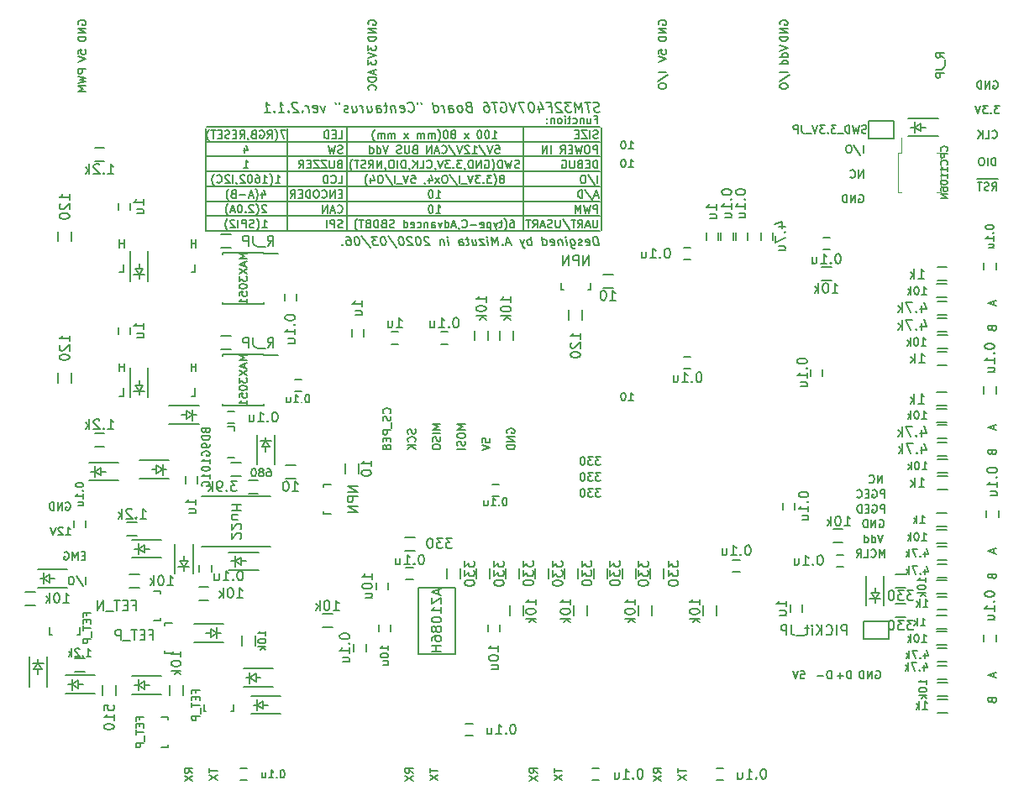
<source format=gbr>
G04 #@! TF.GenerationSoftware,KiCad,Pcbnew,(5.1.5)-3*
G04 #@! TF.CreationDate,2020-03-09T16:46:35+09:00*
G04 #@! TF.ProjectId,stm32f4_Centaurus,73746d33-3266-4345-9f43-656e74617572,rev?*
G04 #@! TF.SameCoordinates,Original*
G04 #@! TF.FileFunction,Legend,Bot*
G04 #@! TF.FilePolarity,Positive*
%FSLAX46Y46*%
G04 Gerber Fmt 4.6, Leading zero omitted, Abs format (unit mm)*
G04 Created by KiCad (PCBNEW (5.1.5)-3) date 2020-03-09 16:46:35*
%MOMM*%
%LPD*%
G04 APERTURE LIST*
%ADD10C,0.200000*%
%ADD11C,0.150000*%
%ADD12C,0.120000*%
G04 APERTURE END LIST*
D10*
X71002380Y-98611904D02*
X71383333Y-98611904D01*
X71383333Y-97811904D01*
X71478571Y-96111904D02*
X71478571Y-95311904D01*
X71478571Y-95692857D02*
X71021428Y-95692857D01*
X71021428Y-96111904D02*
X71021428Y-95311904D01*
X71002380Y-86111904D02*
X71383333Y-86111904D01*
X71383333Y-85311904D01*
X71478571Y-83611904D02*
X71478571Y-82811904D01*
X71478571Y-83192857D02*
X71021428Y-83192857D01*
X71021428Y-83611904D02*
X71021428Y-82811904D01*
D11*
X138292976Y-78350000D02*
X138369166Y-78311904D01*
X138483452Y-78311904D01*
X138597738Y-78350000D01*
X138673928Y-78426190D01*
X138712023Y-78502380D01*
X138750119Y-78654761D01*
X138750119Y-78769047D01*
X138712023Y-78921428D01*
X138673928Y-78997619D01*
X138597738Y-79073809D01*
X138483452Y-79111904D01*
X138407261Y-79111904D01*
X138292976Y-79073809D01*
X138254880Y-79035714D01*
X138254880Y-78769047D01*
X138407261Y-78769047D01*
X137912023Y-79111904D02*
X137912023Y-78311904D01*
X137454880Y-79111904D01*
X137454880Y-78311904D01*
X137073928Y-79111904D02*
X137073928Y-78311904D01*
X136883452Y-78311904D01*
X136769166Y-78350000D01*
X136692976Y-78426190D01*
X136654880Y-78502380D01*
X136616785Y-78654761D01*
X136616785Y-78769047D01*
X136654880Y-78921428D01*
X136692976Y-78997619D01*
X136769166Y-79073809D01*
X136883452Y-79111904D01*
X137073928Y-79111904D01*
X138712023Y-76611904D02*
X138712023Y-75811904D01*
X138254880Y-76611904D01*
X138254880Y-75811904D01*
X137416785Y-76535714D02*
X137454880Y-76573809D01*
X137569166Y-76611904D01*
X137645357Y-76611904D01*
X137759642Y-76573809D01*
X137835833Y-76497619D01*
X137873928Y-76421428D01*
X137912023Y-76269047D01*
X137912023Y-76154761D01*
X137873928Y-76002380D01*
X137835833Y-75926190D01*
X137759642Y-75850000D01*
X137645357Y-75811904D01*
X137569166Y-75811904D01*
X137454880Y-75850000D01*
X137416785Y-75888095D01*
X138712023Y-74111904D02*
X138712023Y-73311904D01*
X137759642Y-73273809D02*
X138445357Y-74302380D01*
X137340595Y-73311904D02*
X137188214Y-73311904D01*
X137112023Y-73350000D01*
X137035833Y-73426190D01*
X136997738Y-73578571D01*
X136997738Y-73845238D01*
X137035833Y-73997619D01*
X137112023Y-74073809D01*
X137188214Y-74111904D01*
X137340595Y-74111904D01*
X137416785Y-74073809D01*
X137492976Y-73997619D01*
X137531071Y-73845238D01*
X137531071Y-73578571D01*
X137492976Y-73426190D01*
X137416785Y-73350000D01*
X137340595Y-73311904D01*
X91035714Y-100342976D02*
X91073809Y-100304880D01*
X91111904Y-100190595D01*
X91111904Y-100114404D01*
X91073809Y-100000119D01*
X90997619Y-99923928D01*
X90921428Y-99885833D01*
X90769047Y-99847738D01*
X90654761Y-99847738D01*
X90502380Y-99885833D01*
X90426190Y-99923928D01*
X90350000Y-100000119D01*
X90311904Y-100114404D01*
X90311904Y-100190595D01*
X90350000Y-100304880D01*
X90388095Y-100342976D01*
X91073809Y-100647738D02*
X91111904Y-100762023D01*
X91111904Y-100952500D01*
X91073809Y-101028690D01*
X91035714Y-101066785D01*
X90959523Y-101104880D01*
X90883333Y-101104880D01*
X90807142Y-101066785D01*
X90769047Y-101028690D01*
X90730952Y-100952500D01*
X90692857Y-100800119D01*
X90654761Y-100723928D01*
X90616666Y-100685833D01*
X90540476Y-100647738D01*
X90464285Y-100647738D01*
X90388095Y-100685833D01*
X90350000Y-100723928D01*
X90311904Y-100800119D01*
X90311904Y-100990595D01*
X90350000Y-101104880D01*
X91188095Y-101257261D02*
X91188095Y-101866785D01*
X91111904Y-102057261D02*
X90311904Y-102057261D01*
X90311904Y-102362023D01*
X90350000Y-102438214D01*
X90388095Y-102476309D01*
X90464285Y-102514404D01*
X90578571Y-102514404D01*
X90654761Y-102476309D01*
X90692857Y-102438214D01*
X90730952Y-102362023D01*
X90730952Y-102057261D01*
X90692857Y-102857261D02*
X90692857Y-103123928D01*
X91111904Y-103238214D02*
X91111904Y-102857261D01*
X90311904Y-102857261D01*
X90311904Y-103238214D01*
X90654761Y-103695357D02*
X90616666Y-103619166D01*
X90578571Y-103581071D01*
X90502380Y-103542976D01*
X90464285Y-103542976D01*
X90388095Y-103581071D01*
X90350000Y-103619166D01*
X90311904Y-103695357D01*
X90311904Y-103847738D01*
X90350000Y-103923928D01*
X90388095Y-103962023D01*
X90464285Y-104000119D01*
X90502380Y-104000119D01*
X90578571Y-103962023D01*
X90616666Y-103923928D01*
X90654761Y-103847738D01*
X90654761Y-103695357D01*
X90692857Y-103619166D01*
X90730952Y-103581071D01*
X90807142Y-103542976D01*
X90959523Y-103542976D01*
X91035714Y-103581071D01*
X91073809Y-103619166D01*
X91111904Y-103695357D01*
X91111904Y-103847738D01*
X91073809Y-103923928D01*
X91035714Y-103962023D01*
X90959523Y-104000119D01*
X90807142Y-104000119D01*
X90730952Y-103962023D01*
X90692857Y-103923928D01*
X90654761Y-103847738D01*
X93573809Y-101942976D02*
X93611904Y-102057261D01*
X93611904Y-102247738D01*
X93573809Y-102323928D01*
X93535714Y-102362023D01*
X93459523Y-102400119D01*
X93383333Y-102400119D01*
X93307142Y-102362023D01*
X93269047Y-102323928D01*
X93230952Y-102247738D01*
X93192857Y-102095357D01*
X93154761Y-102019166D01*
X93116666Y-101981071D01*
X93040476Y-101942976D01*
X92964285Y-101942976D01*
X92888095Y-101981071D01*
X92850000Y-102019166D01*
X92811904Y-102095357D01*
X92811904Y-102285833D01*
X92850000Y-102400119D01*
X93535714Y-103200119D02*
X93573809Y-103162023D01*
X93611904Y-103047738D01*
X93611904Y-102971547D01*
X93573809Y-102857261D01*
X93497619Y-102781071D01*
X93421428Y-102742976D01*
X93269047Y-102704880D01*
X93154761Y-102704880D01*
X93002380Y-102742976D01*
X92926190Y-102781071D01*
X92850000Y-102857261D01*
X92811904Y-102971547D01*
X92811904Y-103047738D01*
X92850000Y-103162023D01*
X92888095Y-103200119D01*
X93611904Y-103542976D02*
X92811904Y-103542976D01*
X93611904Y-104000119D02*
X93154761Y-103657261D01*
X92811904Y-104000119D02*
X93269047Y-103542976D01*
X96111904Y-101447738D02*
X95311904Y-101447738D01*
X95883333Y-101714404D01*
X95311904Y-101981071D01*
X96111904Y-101981071D01*
X96111904Y-102362023D02*
X95311904Y-102362023D01*
X96073809Y-102704880D02*
X96111904Y-102819166D01*
X96111904Y-103009642D01*
X96073809Y-103085833D01*
X96035714Y-103123928D01*
X95959523Y-103162023D01*
X95883333Y-103162023D01*
X95807142Y-103123928D01*
X95769047Y-103085833D01*
X95730952Y-103009642D01*
X95692857Y-102857261D01*
X95654761Y-102781071D01*
X95616666Y-102742976D01*
X95540476Y-102704880D01*
X95464285Y-102704880D01*
X95388095Y-102742976D01*
X95350000Y-102781071D01*
X95311904Y-102857261D01*
X95311904Y-103047738D01*
X95350000Y-103162023D01*
X95311904Y-103657261D02*
X95311904Y-103809642D01*
X95350000Y-103885833D01*
X95426190Y-103962023D01*
X95578571Y-104000119D01*
X95845238Y-104000119D01*
X95997619Y-103962023D01*
X96073809Y-103885833D01*
X96111904Y-103809642D01*
X96111904Y-103657261D01*
X96073809Y-103581071D01*
X95997619Y-103504880D01*
X95845238Y-103466785D01*
X95578571Y-103466785D01*
X95426190Y-103504880D01*
X95350000Y-103581071D01*
X95311904Y-103657261D01*
X98611904Y-101447738D02*
X97811904Y-101447738D01*
X98383333Y-101714404D01*
X97811904Y-101981071D01*
X98611904Y-101981071D01*
X97811904Y-102514404D02*
X97811904Y-102666785D01*
X97850000Y-102742976D01*
X97926190Y-102819166D01*
X98078571Y-102857261D01*
X98345238Y-102857261D01*
X98497619Y-102819166D01*
X98573809Y-102742976D01*
X98611904Y-102666785D01*
X98611904Y-102514404D01*
X98573809Y-102438214D01*
X98497619Y-102362023D01*
X98345238Y-102323928D01*
X98078571Y-102323928D01*
X97926190Y-102362023D01*
X97850000Y-102438214D01*
X97811904Y-102514404D01*
X98573809Y-103162023D02*
X98611904Y-103276309D01*
X98611904Y-103466785D01*
X98573809Y-103542976D01*
X98535714Y-103581071D01*
X98459523Y-103619166D01*
X98383333Y-103619166D01*
X98307142Y-103581071D01*
X98269047Y-103542976D01*
X98230952Y-103466785D01*
X98192857Y-103314404D01*
X98154761Y-103238214D01*
X98116666Y-103200119D01*
X98040476Y-103162023D01*
X97964285Y-103162023D01*
X97888095Y-103200119D01*
X97850000Y-103238214D01*
X97811904Y-103314404D01*
X97811904Y-103504880D01*
X97850000Y-103619166D01*
X98611904Y-103962023D02*
X97811904Y-103962023D01*
X100311904Y-103276309D02*
X100311904Y-102895357D01*
X100692857Y-102857261D01*
X100654761Y-102895357D01*
X100616666Y-102971547D01*
X100616666Y-103162023D01*
X100654761Y-103238214D01*
X100692857Y-103276309D01*
X100769047Y-103314404D01*
X100959523Y-103314404D01*
X101035714Y-103276309D01*
X101073809Y-103238214D01*
X101111904Y-103162023D01*
X101111904Y-102971547D01*
X101073809Y-102895357D01*
X101035714Y-102857261D01*
X100311904Y-103542976D02*
X101111904Y-103809642D01*
X100311904Y-104076309D01*
X102850000Y-102323928D02*
X102811904Y-102247738D01*
X102811904Y-102133452D01*
X102850000Y-102019166D01*
X102926190Y-101942976D01*
X103002380Y-101904880D01*
X103154761Y-101866785D01*
X103269047Y-101866785D01*
X103421428Y-101904880D01*
X103497619Y-101942976D01*
X103573809Y-102019166D01*
X103611904Y-102133452D01*
X103611904Y-102209642D01*
X103573809Y-102323928D01*
X103535714Y-102362023D01*
X103269047Y-102362023D01*
X103269047Y-102209642D01*
X103611904Y-102704880D02*
X102811904Y-102704880D01*
X103611904Y-103162023D01*
X102811904Y-103162023D01*
X103611904Y-103542976D02*
X102811904Y-103542976D01*
X102811904Y-103733452D01*
X102850000Y-103847738D01*
X102926190Y-103923928D01*
X103002380Y-103962023D01*
X103154761Y-104000119D01*
X103269047Y-104000119D01*
X103421428Y-103962023D01*
X103497619Y-103923928D01*
X103573809Y-103847738D01*
X103611904Y-103733452D01*
X103611904Y-103542976D01*
D10*
X132402380Y-126311904D02*
X132783333Y-126311904D01*
X132821428Y-126692857D01*
X132783333Y-126654761D01*
X132707142Y-126616666D01*
X132516666Y-126616666D01*
X132440476Y-126654761D01*
X132402380Y-126692857D01*
X132364285Y-126769047D01*
X132364285Y-126959523D01*
X132402380Y-127035714D01*
X132440476Y-127073809D01*
X132516666Y-127111904D01*
X132707142Y-127111904D01*
X132783333Y-127073809D01*
X132821428Y-127035714D01*
X132135714Y-126311904D02*
X131869047Y-127111904D01*
X131602380Y-126311904D01*
X135504761Y-127111904D02*
X135504761Y-126311904D01*
X135314285Y-126311904D01*
X135200000Y-126350000D01*
X135123809Y-126426190D01*
X135085714Y-126502380D01*
X135047619Y-126654761D01*
X135047619Y-126769047D01*
X135085714Y-126921428D01*
X135123809Y-126997619D01*
X135200000Y-127073809D01*
X135314285Y-127111904D01*
X135504761Y-127111904D01*
X134704761Y-126807142D02*
X134095238Y-126807142D01*
X137504761Y-127111904D02*
X137504761Y-126311904D01*
X137314285Y-126311904D01*
X137200000Y-126350000D01*
X137123809Y-126426190D01*
X137085714Y-126502380D01*
X137047619Y-126654761D01*
X137047619Y-126769047D01*
X137085714Y-126921428D01*
X137123809Y-126997619D01*
X137200000Y-127073809D01*
X137314285Y-127111904D01*
X137504761Y-127111904D01*
X136704761Y-126807142D02*
X136095238Y-126807142D01*
X136400000Y-127111904D02*
X136400000Y-126502380D01*
X140009523Y-126350000D02*
X140085714Y-126311904D01*
X140200000Y-126311904D01*
X140314285Y-126350000D01*
X140390476Y-126426190D01*
X140428571Y-126502380D01*
X140466666Y-126654761D01*
X140466666Y-126769047D01*
X140428571Y-126921428D01*
X140390476Y-126997619D01*
X140314285Y-127073809D01*
X140200000Y-127111904D01*
X140123809Y-127111904D01*
X140009523Y-127073809D01*
X139971428Y-127035714D01*
X139971428Y-126769047D01*
X140123809Y-126769047D01*
X139628571Y-127111904D02*
X139628571Y-126311904D01*
X139171428Y-127111904D01*
X139171428Y-126311904D01*
X138790476Y-127111904D02*
X138790476Y-126311904D01*
X138600000Y-126311904D01*
X138485714Y-126350000D01*
X138409523Y-126426190D01*
X138371428Y-126502380D01*
X138333333Y-126654761D01*
X138333333Y-126769047D01*
X138371428Y-126921428D01*
X138409523Y-126997619D01*
X138485714Y-127073809D01*
X138600000Y-127111904D01*
X138790476Y-127111904D01*
X64228571Y-83611904D02*
X64228571Y-82811904D01*
X64228571Y-83192857D02*
X63771428Y-83192857D01*
X63771428Y-83611904D02*
X63771428Y-82811904D01*
X63752380Y-86111904D02*
X64133333Y-86111904D01*
X64133333Y-85311904D01*
X63752380Y-98611904D02*
X64133333Y-98611904D01*
X64133333Y-97811904D01*
X64228571Y-96111904D02*
X64228571Y-95311904D01*
X64228571Y-95692857D02*
X63771428Y-95692857D01*
X63771428Y-96111904D02*
X63771428Y-95311904D01*
X71111904Y-136616666D02*
X70730952Y-136350000D01*
X71111904Y-136159523D02*
X70311904Y-136159523D01*
X70311904Y-136464285D01*
X70350000Y-136540476D01*
X70388095Y-136578571D01*
X70464285Y-136616666D01*
X70578571Y-136616666D01*
X70654761Y-136578571D01*
X70692857Y-136540476D01*
X70730952Y-136464285D01*
X70730952Y-136159523D01*
X70311904Y-136883333D02*
X71111904Y-137416666D01*
X70311904Y-137416666D02*
X71111904Y-136883333D01*
X72811904Y-136140476D02*
X72811904Y-136597619D01*
X73611904Y-136369047D02*
X72811904Y-136369047D01*
X72811904Y-136788095D02*
X73611904Y-137321428D01*
X72811904Y-137321428D02*
X73611904Y-136788095D01*
X93361904Y-136616666D02*
X92980952Y-136350000D01*
X93361904Y-136159523D02*
X92561904Y-136159523D01*
X92561904Y-136464285D01*
X92600000Y-136540476D01*
X92638095Y-136578571D01*
X92714285Y-136616666D01*
X92828571Y-136616666D01*
X92904761Y-136578571D01*
X92942857Y-136540476D01*
X92980952Y-136464285D01*
X92980952Y-136159523D01*
X92561904Y-136883333D02*
X93361904Y-137416666D01*
X92561904Y-137416666D02*
X93361904Y-136883333D01*
X95061904Y-136140476D02*
X95061904Y-136597619D01*
X95861904Y-136369047D02*
X95061904Y-136369047D01*
X95061904Y-136788095D02*
X95861904Y-137321428D01*
X95061904Y-137321428D02*
X95861904Y-136788095D01*
X105861904Y-136616666D02*
X105480952Y-136350000D01*
X105861904Y-136159523D02*
X105061904Y-136159523D01*
X105061904Y-136464285D01*
X105100000Y-136540476D01*
X105138095Y-136578571D01*
X105214285Y-136616666D01*
X105328571Y-136616666D01*
X105404761Y-136578571D01*
X105442857Y-136540476D01*
X105480952Y-136464285D01*
X105480952Y-136159523D01*
X105061904Y-136883333D02*
X105861904Y-137416666D01*
X105061904Y-137416666D02*
X105861904Y-136883333D01*
X107561904Y-136140476D02*
X107561904Y-136597619D01*
X108361904Y-136369047D02*
X107561904Y-136369047D01*
X107561904Y-136788095D02*
X108361904Y-137321428D01*
X107561904Y-137321428D02*
X108361904Y-136788095D01*
X118361904Y-136616666D02*
X117980952Y-136350000D01*
X118361904Y-136159523D02*
X117561904Y-136159523D01*
X117561904Y-136464285D01*
X117600000Y-136540476D01*
X117638095Y-136578571D01*
X117714285Y-136616666D01*
X117828571Y-136616666D01*
X117904761Y-136578571D01*
X117942857Y-136540476D01*
X117980952Y-136464285D01*
X117980952Y-136159523D01*
X117561904Y-136883333D02*
X118361904Y-137416666D01*
X117561904Y-137416666D02*
X118361904Y-136883333D01*
X120061904Y-136140476D02*
X120061904Y-136597619D01*
X120861904Y-136369047D02*
X120061904Y-136369047D01*
X120061904Y-136788095D02*
X120861904Y-137321428D01*
X120061904Y-137321428D02*
X120861904Y-136788095D01*
X118061904Y-64097619D02*
X118061904Y-63716666D01*
X118442857Y-63678571D01*
X118404761Y-63716666D01*
X118366666Y-63792857D01*
X118366666Y-63983333D01*
X118404761Y-64059523D01*
X118442857Y-64097619D01*
X118519047Y-64135714D01*
X118709523Y-64135714D01*
X118785714Y-64097619D01*
X118823809Y-64059523D01*
X118861904Y-63983333D01*
X118861904Y-63792857D01*
X118823809Y-63716666D01*
X118785714Y-63678571D01*
X118061904Y-64364285D02*
X118861904Y-64630952D01*
X118061904Y-64897619D01*
X118861904Y-65911904D02*
X118061904Y-65911904D01*
X118023809Y-66864285D02*
X119052380Y-66178571D01*
X118061904Y-67283333D02*
X118061904Y-67435714D01*
X118100000Y-67511904D01*
X118176190Y-67588095D01*
X118328571Y-67626190D01*
X118595238Y-67626190D01*
X118747619Y-67588095D01*
X118823809Y-67511904D01*
X118861904Y-67435714D01*
X118861904Y-67283333D01*
X118823809Y-67207142D01*
X118747619Y-67130952D01*
X118595238Y-67092857D01*
X118328571Y-67092857D01*
X118176190Y-67130952D01*
X118100000Y-67207142D01*
X118061904Y-67283333D01*
X131111904Y-65911904D02*
X130311904Y-65911904D01*
X130273809Y-66864285D02*
X131302380Y-66178571D01*
X130311904Y-67283333D02*
X130311904Y-67435714D01*
X130350000Y-67511904D01*
X130426190Y-67588095D01*
X130578571Y-67626190D01*
X130845238Y-67626190D01*
X130997619Y-67588095D01*
X131073809Y-67511904D01*
X131111904Y-67435714D01*
X131111904Y-67283333D01*
X131073809Y-67207142D01*
X130997619Y-67130952D01*
X130845238Y-67092857D01*
X130578571Y-67092857D01*
X130426190Y-67130952D01*
X130350000Y-67207142D01*
X130311904Y-67283333D01*
X130311904Y-63259523D02*
X131111904Y-63526190D01*
X130311904Y-63792857D01*
X131111904Y-64402380D02*
X130311904Y-64402380D01*
X131073809Y-64402380D02*
X131111904Y-64326190D01*
X131111904Y-64173809D01*
X131073809Y-64097619D01*
X131035714Y-64059523D01*
X130959523Y-64021428D01*
X130730952Y-64021428D01*
X130654761Y-64059523D01*
X130616666Y-64097619D01*
X130578571Y-64173809D01*
X130578571Y-64326190D01*
X130616666Y-64402380D01*
X131111904Y-65126190D02*
X130311904Y-65126190D01*
X131073809Y-65126190D02*
X131111904Y-65050000D01*
X131111904Y-64897619D01*
X131073809Y-64821428D01*
X131035714Y-64783333D01*
X130959523Y-64745238D01*
X130730952Y-64745238D01*
X130654761Y-64783333D01*
X130616666Y-64821428D01*
X130578571Y-64897619D01*
X130578571Y-65050000D01*
X130616666Y-65126190D01*
X130350000Y-61140476D02*
X130311904Y-61064285D01*
X130311904Y-60950000D01*
X130350000Y-60835714D01*
X130426190Y-60759523D01*
X130502380Y-60721428D01*
X130654761Y-60683333D01*
X130769047Y-60683333D01*
X130921428Y-60721428D01*
X130997619Y-60759523D01*
X131073809Y-60835714D01*
X131111904Y-60950000D01*
X131111904Y-61026190D01*
X131073809Y-61140476D01*
X131035714Y-61178571D01*
X130769047Y-61178571D01*
X130769047Y-61026190D01*
X131111904Y-61521428D02*
X130311904Y-61521428D01*
X131111904Y-61978571D01*
X130311904Y-61978571D01*
X131111904Y-62359523D02*
X130311904Y-62359523D01*
X130311904Y-62550000D01*
X130350000Y-62664285D01*
X130426190Y-62740476D01*
X130502380Y-62778571D01*
X130654761Y-62816666D01*
X130769047Y-62816666D01*
X130921428Y-62778571D01*
X130997619Y-62740476D01*
X131073809Y-62664285D01*
X131111904Y-62550000D01*
X131111904Y-62359523D01*
X118100000Y-61140476D02*
X118061904Y-61064285D01*
X118061904Y-60950000D01*
X118100000Y-60835714D01*
X118176190Y-60759523D01*
X118252380Y-60721428D01*
X118404761Y-60683333D01*
X118519047Y-60683333D01*
X118671428Y-60721428D01*
X118747619Y-60759523D01*
X118823809Y-60835714D01*
X118861904Y-60950000D01*
X118861904Y-61026190D01*
X118823809Y-61140476D01*
X118785714Y-61178571D01*
X118519047Y-61178571D01*
X118519047Y-61026190D01*
X118861904Y-61521428D02*
X118061904Y-61521428D01*
X118861904Y-61978571D01*
X118061904Y-61978571D01*
X118861904Y-62359523D02*
X118061904Y-62359523D01*
X118061904Y-62550000D01*
X118100000Y-62664285D01*
X118176190Y-62740476D01*
X118252380Y-62778571D01*
X118404761Y-62816666D01*
X118519047Y-62816666D01*
X118671428Y-62778571D01*
X118747619Y-62740476D01*
X118823809Y-62664285D01*
X118861904Y-62550000D01*
X118861904Y-62359523D01*
X88850000Y-61140476D02*
X88811904Y-61064285D01*
X88811904Y-60950000D01*
X88850000Y-60835714D01*
X88926190Y-60759523D01*
X89002380Y-60721428D01*
X89154761Y-60683333D01*
X89269047Y-60683333D01*
X89421428Y-60721428D01*
X89497619Y-60759523D01*
X89573809Y-60835714D01*
X89611904Y-60950000D01*
X89611904Y-61026190D01*
X89573809Y-61140476D01*
X89535714Y-61178571D01*
X89269047Y-61178571D01*
X89269047Y-61026190D01*
X89611904Y-61521428D02*
X88811904Y-61521428D01*
X89611904Y-61978571D01*
X88811904Y-61978571D01*
X89611904Y-62359523D02*
X88811904Y-62359523D01*
X88811904Y-62550000D01*
X88850000Y-62664285D01*
X88926190Y-62740476D01*
X89002380Y-62778571D01*
X89154761Y-62816666D01*
X89269047Y-62816666D01*
X89421428Y-62778571D01*
X89497619Y-62740476D01*
X89573809Y-62664285D01*
X89611904Y-62550000D01*
X89611904Y-62359523D01*
X88811904Y-63259523D02*
X88811904Y-63754761D01*
X89116666Y-63488095D01*
X89116666Y-63602380D01*
X89154761Y-63678571D01*
X89192857Y-63716666D01*
X89269047Y-63754761D01*
X89459523Y-63754761D01*
X89535714Y-63716666D01*
X89573809Y-63678571D01*
X89611904Y-63602380D01*
X89611904Y-63373809D01*
X89573809Y-63297619D01*
X89535714Y-63259523D01*
X88811904Y-63983333D02*
X89611904Y-64250000D01*
X88811904Y-64516666D01*
X88811904Y-64707142D02*
X88811904Y-65202380D01*
X89116666Y-64935714D01*
X89116666Y-65050000D01*
X89154761Y-65126190D01*
X89192857Y-65164285D01*
X89269047Y-65202380D01*
X89459523Y-65202380D01*
X89535714Y-65164285D01*
X89573809Y-65126190D01*
X89611904Y-65050000D01*
X89611904Y-64821428D01*
X89573809Y-64745238D01*
X89535714Y-64707142D01*
X89383333Y-65759523D02*
X89383333Y-66140476D01*
X89611904Y-65683333D02*
X88811904Y-65950000D01*
X89611904Y-66216666D01*
X89611904Y-66483333D02*
X88811904Y-66483333D01*
X88811904Y-66673809D01*
X88850000Y-66788095D01*
X88926190Y-66864285D01*
X89002380Y-66902380D01*
X89154761Y-66940476D01*
X89269047Y-66940476D01*
X89421428Y-66902380D01*
X89497619Y-66864285D01*
X89573809Y-66788095D01*
X89611904Y-66673809D01*
X89611904Y-66483333D01*
X89535714Y-67740476D02*
X89573809Y-67702380D01*
X89611904Y-67588095D01*
X89611904Y-67511904D01*
X89573809Y-67397619D01*
X89497619Y-67321428D01*
X89421428Y-67283333D01*
X89269047Y-67245238D01*
X89154761Y-67245238D01*
X89002380Y-67283333D01*
X88926190Y-67321428D01*
X88850000Y-67397619D01*
X88811904Y-67511904D01*
X88811904Y-67588095D01*
X88850000Y-67702380D01*
X88888095Y-67740476D01*
X60361904Y-65626190D02*
X59561904Y-65626190D01*
X59561904Y-65930952D01*
X59600000Y-66007142D01*
X59638095Y-66045238D01*
X59714285Y-66083333D01*
X59828571Y-66083333D01*
X59904761Y-66045238D01*
X59942857Y-66007142D01*
X59980952Y-65930952D01*
X59980952Y-65626190D01*
X59561904Y-66350000D02*
X60361904Y-66540476D01*
X59790476Y-66692857D01*
X60361904Y-66845238D01*
X59561904Y-67035714D01*
X60361904Y-67340476D02*
X59561904Y-67340476D01*
X60133333Y-67607142D01*
X59561904Y-67873809D01*
X60361904Y-67873809D01*
X59600000Y-61140476D02*
X59561904Y-61064285D01*
X59561904Y-60950000D01*
X59600000Y-60835714D01*
X59676190Y-60759523D01*
X59752380Y-60721428D01*
X59904761Y-60683333D01*
X60019047Y-60683333D01*
X60171428Y-60721428D01*
X60247619Y-60759523D01*
X60323809Y-60835714D01*
X60361904Y-60950000D01*
X60361904Y-61026190D01*
X60323809Y-61140476D01*
X60285714Y-61178571D01*
X60019047Y-61178571D01*
X60019047Y-61026190D01*
X60361904Y-61521428D02*
X59561904Y-61521428D01*
X60361904Y-61978571D01*
X59561904Y-61978571D01*
X60361904Y-62359523D02*
X59561904Y-62359523D01*
X59561904Y-62550000D01*
X59600000Y-62664285D01*
X59676190Y-62740476D01*
X59752380Y-62778571D01*
X59904761Y-62816666D01*
X60019047Y-62816666D01*
X60171428Y-62778571D01*
X60247619Y-62740476D01*
X60323809Y-62664285D01*
X60361904Y-62550000D01*
X60361904Y-62359523D01*
X59561904Y-64097619D02*
X59561904Y-63716666D01*
X59942857Y-63678571D01*
X59904761Y-63716666D01*
X59866666Y-63792857D01*
X59866666Y-63983333D01*
X59904761Y-64059523D01*
X59942857Y-64097619D01*
X60019047Y-64135714D01*
X60209523Y-64135714D01*
X60285714Y-64097619D01*
X60323809Y-64059523D01*
X60361904Y-63983333D01*
X60361904Y-63792857D01*
X60323809Y-63716666D01*
X60285714Y-63678571D01*
X59561904Y-64364285D02*
X60361904Y-64630952D01*
X59561904Y-64897619D01*
X112177619Y-69924761D02*
X112040714Y-69972380D01*
X111802619Y-69972380D01*
X111701428Y-69924761D01*
X111647857Y-69877142D01*
X111588333Y-69781904D01*
X111576428Y-69686666D01*
X111612142Y-69591428D01*
X111653809Y-69543809D01*
X111743095Y-69496190D01*
X111927619Y-69448571D01*
X112016904Y-69400952D01*
X112058571Y-69353333D01*
X112094285Y-69258095D01*
X112082380Y-69162857D01*
X112022857Y-69067619D01*
X111969285Y-69020000D01*
X111868095Y-68972380D01*
X111630000Y-68972380D01*
X111493095Y-69020000D01*
X111201428Y-68972380D02*
X110630000Y-68972380D01*
X111040714Y-69972380D02*
X110915714Y-68972380D01*
X110421666Y-69972380D02*
X110296666Y-68972380D01*
X110052619Y-69686666D01*
X109630000Y-68972380D01*
X109755000Y-69972380D01*
X109249047Y-68972380D02*
X108630000Y-68972380D01*
X109010952Y-69353333D01*
X108868095Y-69353333D01*
X108778809Y-69400952D01*
X108737142Y-69448571D01*
X108701428Y-69543809D01*
X108731190Y-69781904D01*
X108790714Y-69877142D01*
X108844285Y-69924761D01*
X108945476Y-69972380D01*
X109231190Y-69972380D01*
X109320476Y-69924761D01*
X109362142Y-69877142D01*
X108260952Y-69067619D02*
X108207380Y-69020000D01*
X108106190Y-68972380D01*
X107868095Y-68972380D01*
X107778809Y-69020000D01*
X107737142Y-69067619D01*
X107701428Y-69162857D01*
X107713333Y-69258095D01*
X107778809Y-69400952D01*
X108421666Y-69972380D01*
X107802619Y-69972380D01*
X106975238Y-69448571D02*
X107308571Y-69448571D01*
X107374047Y-69972380D02*
X107249047Y-68972380D01*
X106772857Y-68972380D01*
X106005000Y-69305714D02*
X106088333Y-69972380D01*
X106195476Y-68924761D02*
X106522857Y-69639047D01*
X105903809Y-69639047D01*
X105249047Y-68972380D02*
X105153809Y-68972380D01*
X105064523Y-69020000D01*
X105022857Y-69067619D01*
X104987142Y-69162857D01*
X104963333Y-69353333D01*
X104993095Y-69591428D01*
X105064523Y-69781904D01*
X105124047Y-69877142D01*
X105177619Y-69924761D01*
X105278809Y-69972380D01*
X105374047Y-69972380D01*
X105463333Y-69924761D01*
X105505000Y-69877142D01*
X105540714Y-69781904D01*
X105564523Y-69591428D01*
X105534761Y-69353333D01*
X105463333Y-69162857D01*
X105403809Y-69067619D01*
X105350238Y-69020000D01*
X105249047Y-68972380D01*
X104582380Y-68972380D02*
X103915714Y-68972380D01*
X104469285Y-69972380D01*
X103677619Y-68972380D02*
X103469285Y-69972380D01*
X103010952Y-68972380D01*
X102159761Y-69020000D02*
X102249047Y-68972380D01*
X102391904Y-68972380D01*
X102540714Y-69020000D01*
X102647857Y-69115238D01*
X102707380Y-69210476D01*
X102778809Y-69400952D01*
X102796666Y-69543809D01*
X102772857Y-69734285D01*
X102737142Y-69829523D01*
X102653809Y-69924761D01*
X102516904Y-69972380D01*
X102421666Y-69972380D01*
X102272857Y-69924761D01*
X102219285Y-69877142D01*
X102177619Y-69543809D01*
X102368095Y-69543809D01*
X101820476Y-68972380D02*
X101249047Y-68972380D01*
X101659761Y-69972380D02*
X101534761Y-68972380D01*
X100487142Y-68972380D02*
X100677619Y-68972380D01*
X100778809Y-69020000D01*
X100832380Y-69067619D01*
X100945476Y-69210476D01*
X101016904Y-69400952D01*
X101064523Y-69781904D01*
X101028809Y-69877142D01*
X100987142Y-69924761D01*
X100897857Y-69972380D01*
X100707380Y-69972380D01*
X100606190Y-69924761D01*
X100552619Y-69877142D01*
X100493095Y-69781904D01*
X100463333Y-69543809D01*
X100499047Y-69448571D01*
X100540714Y-69400952D01*
X100630000Y-69353333D01*
X100820476Y-69353333D01*
X100921666Y-69400952D01*
X100975238Y-69448571D01*
X101034761Y-69543809D01*
X98927619Y-69448571D02*
X98790714Y-69496190D01*
X98749047Y-69543809D01*
X98713333Y-69639047D01*
X98731190Y-69781904D01*
X98790714Y-69877142D01*
X98844285Y-69924761D01*
X98945476Y-69972380D01*
X99326428Y-69972380D01*
X99201428Y-68972380D01*
X98868095Y-68972380D01*
X98778809Y-69020000D01*
X98737142Y-69067619D01*
X98701428Y-69162857D01*
X98713333Y-69258095D01*
X98772857Y-69353333D01*
X98826428Y-69400952D01*
X98927619Y-69448571D01*
X99260952Y-69448571D01*
X98183571Y-69972380D02*
X98272857Y-69924761D01*
X98314523Y-69877142D01*
X98350238Y-69781904D01*
X98314523Y-69496190D01*
X98255000Y-69400952D01*
X98201428Y-69353333D01*
X98100238Y-69305714D01*
X97957380Y-69305714D01*
X97868095Y-69353333D01*
X97826428Y-69400952D01*
X97790714Y-69496190D01*
X97826428Y-69781904D01*
X97885952Y-69877142D01*
X97939523Y-69924761D01*
X98040714Y-69972380D01*
X98183571Y-69972380D01*
X96993095Y-69972380D02*
X96927619Y-69448571D01*
X96963333Y-69353333D01*
X97052619Y-69305714D01*
X97243095Y-69305714D01*
X97344285Y-69353333D01*
X96987142Y-69924761D02*
X97088333Y-69972380D01*
X97326428Y-69972380D01*
X97415714Y-69924761D01*
X97451428Y-69829523D01*
X97439523Y-69734285D01*
X97380000Y-69639047D01*
X97278809Y-69591428D01*
X97040714Y-69591428D01*
X96939523Y-69543809D01*
X96516904Y-69972380D02*
X96433571Y-69305714D01*
X96457380Y-69496190D02*
X96397857Y-69400952D01*
X96344285Y-69353333D01*
X96243095Y-69305714D01*
X96147857Y-69305714D01*
X95469285Y-69972380D02*
X95344285Y-68972380D01*
X95463333Y-69924761D02*
X95564523Y-69972380D01*
X95755000Y-69972380D01*
X95844285Y-69924761D01*
X95885952Y-69877142D01*
X95921666Y-69781904D01*
X95885952Y-69496190D01*
X95826428Y-69400952D01*
X95772857Y-69353333D01*
X95671666Y-69305714D01*
X95481190Y-69305714D01*
X95391904Y-69353333D01*
X94153809Y-68972380D02*
X94177619Y-69162857D01*
X93772857Y-68972380D02*
X93796666Y-69162857D01*
X92885952Y-69877142D02*
X92939523Y-69924761D01*
X93088333Y-69972380D01*
X93183571Y-69972380D01*
X93320476Y-69924761D01*
X93403809Y-69829523D01*
X93439523Y-69734285D01*
X93463333Y-69543809D01*
X93445476Y-69400952D01*
X93374047Y-69210476D01*
X93314523Y-69115238D01*
X93207380Y-69020000D01*
X93058571Y-68972380D01*
X92963333Y-68972380D01*
X92826428Y-69020000D01*
X92784761Y-69067619D01*
X92082380Y-69924761D02*
X92183571Y-69972380D01*
X92374047Y-69972380D01*
X92463333Y-69924761D01*
X92499047Y-69829523D01*
X92451428Y-69448571D01*
X92391904Y-69353333D01*
X92290714Y-69305714D01*
X92100238Y-69305714D01*
X92010952Y-69353333D01*
X91975238Y-69448571D01*
X91987142Y-69543809D01*
X92475238Y-69639047D01*
X91528809Y-69305714D02*
X91612142Y-69972380D01*
X91540714Y-69400952D02*
X91487142Y-69353333D01*
X91385952Y-69305714D01*
X91243095Y-69305714D01*
X91153809Y-69353333D01*
X91118095Y-69448571D01*
X91183571Y-69972380D01*
X90766904Y-69305714D02*
X90385952Y-69305714D01*
X90582380Y-68972380D02*
X90689523Y-69829523D01*
X90653809Y-69924761D01*
X90564523Y-69972380D01*
X90469285Y-69972380D01*
X89707380Y-69972380D02*
X89641904Y-69448571D01*
X89677619Y-69353333D01*
X89766904Y-69305714D01*
X89957380Y-69305714D01*
X90058571Y-69353333D01*
X89701428Y-69924761D02*
X89802619Y-69972380D01*
X90040714Y-69972380D01*
X90130000Y-69924761D01*
X90165714Y-69829523D01*
X90153809Y-69734285D01*
X90094285Y-69639047D01*
X89993095Y-69591428D01*
X89755000Y-69591428D01*
X89653809Y-69543809D01*
X88719285Y-69305714D02*
X88802619Y-69972380D01*
X89147857Y-69305714D02*
X89213333Y-69829523D01*
X89177619Y-69924761D01*
X89088333Y-69972380D01*
X88945476Y-69972380D01*
X88844285Y-69924761D01*
X88790714Y-69877142D01*
X88326428Y-69972380D02*
X88243095Y-69305714D01*
X88266904Y-69496190D02*
X88207380Y-69400952D01*
X88153809Y-69353333D01*
X88052619Y-69305714D01*
X87957380Y-69305714D01*
X87195476Y-69305714D02*
X87278809Y-69972380D01*
X87624047Y-69305714D02*
X87689523Y-69829523D01*
X87653809Y-69924761D01*
X87564523Y-69972380D01*
X87421666Y-69972380D01*
X87320476Y-69924761D01*
X87266904Y-69877142D01*
X86844285Y-69924761D02*
X86755000Y-69972380D01*
X86564523Y-69972380D01*
X86463333Y-69924761D01*
X86403809Y-69829523D01*
X86397857Y-69781904D01*
X86433571Y-69686666D01*
X86522857Y-69639047D01*
X86665714Y-69639047D01*
X86755000Y-69591428D01*
X86790714Y-69496190D01*
X86784761Y-69448571D01*
X86725238Y-69353333D01*
X86624047Y-69305714D01*
X86481190Y-69305714D01*
X86391904Y-69353333D01*
X85915714Y-68972380D02*
X85939523Y-69162857D01*
X85534761Y-68972380D02*
X85558571Y-69162857D01*
X84481190Y-69305714D02*
X84326428Y-69972380D01*
X84005000Y-69305714D01*
X83320476Y-69924761D02*
X83421666Y-69972380D01*
X83612142Y-69972380D01*
X83701428Y-69924761D01*
X83737142Y-69829523D01*
X83689523Y-69448571D01*
X83630000Y-69353333D01*
X83528809Y-69305714D01*
X83338333Y-69305714D01*
X83249047Y-69353333D01*
X83213333Y-69448571D01*
X83225238Y-69543809D01*
X83713333Y-69639047D01*
X82850238Y-69972380D02*
X82766904Y-69305714D01*
X82790714Y-69496190D02*
X82731190Y-69400952D01*
X82677619Y-69353333D01*
X82576428Y-69305714D01*
X82481190Y-69305714D01*
X82219285Y-69877142D02*
X82177619Y-69924761D01*
X82231190Y-69972380D01*
X82272857Y-69924761D01*
X82219285Y-69877142D01*
X82231190Y-69972380D01*
X81689523Y-69067619D02*
X81635952Y-69020000D01*
X81534761Y-68972380D01*
X81296666Y-68972380D01*
X81207380Y-69020000D01*
X81165714Y-69067619D01*
X81130000Y-69162857D01*
X81141904Y-69258095D01*
X81207380Y-69400952D01*
X81850238Y-69972380D01*
X81231190Y-69972380D01*
X80790714Y-69877142D02*
X80749047Y-69924761D01*
X80802619Y-69972380D01*
X80844285Y-69924761D01*
X80790714Y-69877142D01*
X80802619Y-69972380D01*
X79802619Y-69972380D02*
X80374047Y-69972380D01*
X80088333Y-69972380D02*
X79963333Y-68972380D01*
X80076428Y-69115238D01*
X80183571Y-69210476D01*
X80284761Y-69258095D01*
X79362142Y-69877142D02*
X79320476Y-69924761D01*
X79374047Y-69972380D01*
X79415714Y-69924761D01*
X79362142Y-69877142D01*
X79374047Y-69972380D01*
X78374047Y-69972380D02*
X78945476Y-69972380D01*
X78659761Y-69972380D02*
X78534761Y-68972380D01*
X78647857Y-69115238D01*
X78755000Y-69210476D01*
X78856190Y-69258095D01*
X140890476Y-114861904D02*
X140890476Y-114061904D01*
X140623809Y-114633333D01*
X140357142Y-114061904D01*
X140357142Y-114861904D01*
X139519047Y-114785714D02*
X139557142Y-114823809D01*
X139671428Y-114861904D01*
X139747619Y-114861904D01*
X139861904Y-114823809D01*
X139938095Y-114747619D01*
X139976190Y-114671428D01*
X140014285Y-114519047D01*
X140014285Y-114404761D01*
X139976190Y-114252380D01*
X139938095Y-114176190D01*
X139861904Y-114100000D01*
X139747619Y-114061904D01*
X139671428Y-114061904D01*
X139557142Y-114100000D01*
X139519047Y-114138095D01*
X138795238Y-114861904D02*
X139176190Y-114861904D01*
X139176190Y-114061904D01*
X138071428Y-114861904D02*
X138338095Y-114480952D01*
X138528571Y-114861904D02*
X138528571Y-114061904D01*
X138223809Y-114061904D01*
X138147619Y-114100000D01*
X138109523Y-114138095D01*
X138071428Y-114214285D01*
X138071428Y-114328571D01*
X138109523Y-114404761D01*
X138147619Y-114442857D01*
X138223809Y-114480952D01*
X138528571Y-114480952D01*
X140740476Y-112561904D02*
X140473809Y-113361904D01*
X140207142Y-112561904D01*
X139597619Y-113361904D02*
X139597619Y-112561904D01*
X139597619Y-113323809D02*
X139673809Y-113361904D01*
X139826190Y-113361904D01*
X139902380Y-113323809D01*
X139940476Y-113285714D01*
X139978571Y-113209523D01*
X139978571Y-112980952D01*
X139940476Y-112904761D01*
X139902380Y-112866666D01*
X139826190Y-112828571D01*
X139673809Y-112828571D01*
X139597619Y-112866666D01*
X138873809Y-113361904D02*
X138873809Y-112561904D01*
X138873809Y-113323809D02*
X138950000Y-113361904D01*
X139102380Y-113361904D01*
X139178571Y-113323809D01*
X139216666Y-113285714D01*
X139254761Y-113209523D01*
X139254761Y-112980952D01*
X139216666Y-112904761D01*
X139178571Y-112866666D01*
X139102380Y-112828571D01*
X138950000Y-112828571D01*
X138873809Y-112866666D01*
X140359523Y-111100000D02*
X140435714Y-111061904D01*
X140550000Y-111061904D01*
X140664285Y-111100000D01*
X140740476Y-111176190D01*
X140778571Y-111252380D01*
X140816666Y-111404761D01*
X140816666Y-111519047D01*
X140778571Y-111671428D01*
X140740476Y-111747619D01*
X140664285Y-111823809D01*
X140550000Y-111861904D01*
X140473809Y-111861904D01*
X140359523Y-111823809D01*
X140321428Y-111785714D01*
X140321428Y-111519047D01*
X140473809Y-111519047D01*
X139978571Y-111861904D02*
X139978571Y-111061904D01*
X139521428Y-111861904D01*
X139521428Y-111061904D01*
X139140476Y-111861904D02*
X139140476Y-111061904D01*
X138950000Y-111061904D01*
X138835714Y-111100000D01*
X138759523Y-111176190D01*
X138721428Y-111252380D01*
X138683333Y-111404761D01*
X138683333Y-111519047D01*
X138721428Y-111671428D01*
X138759523Y-111747619D01*
X138835714Y-111823809D01*
X138950000Y-111861904D01*
X139140476Y-111861904D01*
X140871428Y-110361904D02*
X140871428Y-109561904D01*
X140566666Y-109561904D01*
X140490476Y-109600000D01*
X140452380Y-109638095D01*
X140414285Y-109714285D01*
X140414285Y-109828571D01*
X140452380Y-109904761D01*
X140490476Y-109942857D01*
X140566666Y-109980952D01*
X140871428Y-109980952D01*
X139652380Y-109600000D02*
X139728571Y-109561904D01*
X139842857Y-109561904D01*
X139957142Y-109600000D01*
X140033333Y-109676190D01*
X140071428Y-109752380D01*
X140109523Y-109904761D01*
X140109523Y-110019047D01*
X140071428Y-110171428D01*
X140033333Y-110247619D01*
X139957142Y-110323809D01*
X139842857Y-110361904D01*
X139766666Y-110361904D01*
X139652380Y-110323809D01*
X139614285Y-110285714D01*
X139614285Y-110019047D01*
X139766666Y-110019047D01*
X139271428Y-109942857D02*
X139004761Y-109942857D01*
X138890476Y-110361904D02*
X139271428Y-110361904D01*
X139271428Y-109561904D01*
X138890476Y-109561904D01*
X138547619Y-110361904D02*
X138547619Y-109561904D01*
X138357142Y-109561904D01*
X138242857Y-109600000D01*
X138166666Y-109676190D01*
X138128571Y-109752380D01*
X138090476Y-109904761D01*
X138090476Y-110019047D01*
X138128571Y-110171428D01*
X138166666Y-110247619D01*
X138242857Y-110323809D01*
X138357142Y-110361904D01*
X138547619Y-110361904D01*
X140871428Y-108861904D02*
X140871428Y-108061904D01*
X140566666Y-108061904D01*
X140490476Y-108100000D01*
X140452380Y-108138095D01*
X140414285Y-108214285D01*
X140414285Y-108328571D01*
X140452380Y-108404761D01*
X140490476Y-108442857D01*
X140566666Y-108480952D01*
X140871428Y-108480952D01*
X139652380Y-108100000D02*
X139728571Y-108061904D01*
X139842857Y-108061904D01*
X139957142Y-108100000D01*
X140033333Y-108176190D01*
X140071428Y-108252380D01*
X140109523Y-108404761D01*
X140109523Y-108519047D01*
X140071428Y-108671428D01*
X140033333Y-108747619D01*
X139957142Y-108823809D01*
X139842857Y-108861904D01*
X139766666Y-108861904D01*
X139652380Y-108823809D01*
X139614285Y-108785714D01*
X139614285Y-108519047D01*
X139766666Y-108519047D01*
X139271428Y-108442857D02*
X139004761Y-108442857D01*
X138890476Y-108861904D02*
X139271428Y-108861904D01*
X139271428Y-108061904D01*
X138890476Y-108061904D01*
X138090476Y-108785714D02*
X138128571Y-108823809D01*
X138242857Y-108861904D01*
X138319047Y-108861904D01*
X138433333Y-108823809D01*
X138509523Y-108747619D01*
X138547619Y-108671428D01*
X138585714Y-108519047D01*
X138585714Y-108404761D01*
X138547619Y-108252380D01*
X138509523Y-108176190D01*
X138433333Y-108100000D01*
X138319047Y-108061904D01*
X138242857Y-108061904D01*
X138128571Y-108100000D01*
X138090476Y-108138095D01*
X140628571Y-107361904D02*
X140628571Y-106561904D01*
X140171428Y-107361904D01*
X140171428Y-106561904D01*
X139333333Y-107285714D02*
X139371428Y-107323809D01*
X139485714Y-107361904D01*
X139561904Y-107361904D01*
X139676190Y-107323809D01*
X139752380Y-107247619D01*
X139790476Y-107171428D01*
X139828571Y-107019047D01*
X139828571Y-106904761D01*
X139790476Y-106752380D01*
X139752380Y-106676190D01*
X139676190Y-106600000D01*
X139561904Y-106561904D01*
X139485714Y-106561904D01*
X139371428Y-106600000D01*
X139333333Y-106638095D01*
X151692857Y-129307142D02*
X151730952Y-129421428D01*
X151769047Y-129459523D01*
X151845238Y-129497619D01*
X151959523Y-129497619D01*
X152035714Y-129459523D01*
X152073809Y-129421428D01*
X152111904Y-129345238D01*
X152111904Y-129040476D01*
X151311904Y-129040476D01*
X151311904Y-129307142D01*
X151350000Y-129383333D01*
X151388095Y-129421428D01*
X151464285Y-129459523D01*
X151540476Y-129459523D01*
X151616666Y-129421428D01*
X151654761Y-129383333D01*
X151692857Y-129307142D01*
X151692857Y-129040476D01*
X151883333Y-126559523D02*
X151883333Y-126940476D01*
X152111904Y-126483333D02*
X151311904Y-126750000D01*
X152111904Y-127016666D01*
X151692857Y-116807142D02*
X151730952Y-116921428D01*
X151769047Y-116959523D01*
X151845238Y-116997619D01*
X151959523Y-116997619D01*
X152035714Y-116959523D01*
X152073809Y-116921428D01*
X152111904Y-116845238D01*
X152111904Y-116540476D01*
X151311904Y-116540476D01*
X151311904Y-116807142D01*
X151350000Y-116883333D01*
X151388095Y-116921428D01*
X151464285Y-116959523D01*
X151540476Y-116959523D01*
X151616666Y-116921428D01*
X151654761Y-116883333D01*
X151692857Y-116807142D01*
X151692857Y-116540476D01*
X151883333Y-114059523D02*
X151883333Y-114440476D01*
X152111904Y-113983333D02*
X151311904Y-114250000D01*
X152111904Y-114516666D01*
X151692857Y-104307142D02*
X151730952Y-104421428D01*
X151769047Y-104459523D01*
X151845238Y-104497619D01*
X151959523Y-104497619D01*
X152035714Y-104459523D01*
X152073809Y-104421428D01*
X152111904Y-104345238D01*
X152111904Y-104040476D01*
X151311904Y-104040476D01*
X151311904Y-104307142D01*
X151350000Y-104383333D01*
X151388095Y-104421428D01*
X151464285Y-104459523D01*
X151540476Y-104459523D01*
X151616666Y-104421428D01*
X151654761Y-104383333D01*
X151692857Y-104307142D01*
X151692857Y-104040476D01*
X151883333Y-101559523D02*
X151883333Y-101940476D01*
X152111904Y-101483333D02*
X151311904Y-101750000D01*
X152111904Y-102016666D01*
X78157142Y-81611904D02*
X78614285Y-81611904D01*
X78385714Y-81611904D02*
X78385714Y-80811904D01*
X78461904Y-80926190D01*
X78538095Y-81002380D01*
X78614285Y-81040476D01*
X77585714Y-81916666D02*
X77623809Y-81878571D01*
X77700000Y-81764285D01*
X77738095Y-81688095D01*
X77776190Y-81573809D01*
X77814285Y-81383333D01*
X77814285Y-81230952D01*
X77776190Y-81040476D01*
X77738095Y-80926190D01*
X77700000Y-80850000D01*
X77623809Y-80735714D01*
X77585714Y-80697619D01*
X77319047Y-81573809D02*
X77204761Y-81611904D01*
X77014285Y-81611904D01*
X76938095Y-81573809D01*
X76900000Y-81535714D01*
X76861904Y-81459523D01*
X76861904Y-81383333D01*
X76900000Y-81307142D01*
X76938095Y-81269047D01*
X77014285Y-81230952D01*
X77166666Y-81192857D01*
X77242857Y-81154761D01*
X77280952Y-81116666D01*
X77319047Y-81040476D01*
X77319047Y-80964285D01*
X77280952Y-80888095D01*
X77242857Y-80850000D01*
X77166666Y-80811904D01*
X76976190Y-80811904D01*
X76861904Y-80850000D01*
X76519047Y-81611904D02*
X76519047Y-80811904D01*
X76214285Y-80811904D01*
X76138095Y-80850000D01*
X76100000Y-80888095D01*
X76061904Y-80964285D01*
X76061904Y-81078571D01*
X76100000Y-81154761D01*
X76138095Y-81192857D01*
X76214285Y-81230952D01*
X76519047Y-81230952D01*
X75719047Y-81611904D02*
X75719047Y-80811904D01*
X75376190Y-80888095D02*
X75338095Y-80850000D01*
X75261904Y-80811904D01*
X75071428Y-80811904D01*
X74995238Y-80850000D01*
X74957142Y-80888095D01*
X74919047Y-80964285D01*
X74919047Y-81040476D01*
X74957142Y-81154761D01*
X75414285Y-81611904D01*
X74919047Y-81611904D01*
X74652380Y-81916666D02*
X74614285Y-81878571D01*
X74538095Y-81764285D01*
X74500000Y-81688095D01*
X74461904Y-81573809D01*
X74423809Y-81383333D01*
X74423809Y-81230952D01*
X74461904Y-81040476D01*
X74500000Y-80926190D01*
X74538095Y-80850000D01*
X74614285Y-80735714D01*
X74652380Y-80697619D01*
X78557142Y-79388095D02*
X78519047Y-79350000D01*
X78442857Y-79311904D01*
X78252380Y-79311904D01*
X78176190Y-79350000D01*
X78138095Y-79388095D01*
X78100000Y-79464285D01*
X78100000Y-79540476D01*
X78138095Y-79654761D01*
X78595238Y-80111904D01*
X78100000Y-80111904D01*
X77528571Y-80416666D02*
X77566666Y-80378571D01*
X77642857Y-80264285D01*
X77680952Y-80188095D01*
X77719047Y-80073809D01*
X77757142Y-79883333D01*
X77757142Y-79730952D01*
X77719047Y-79540476D01*
X77680952Y-79426190D01*
X77642857Y-79350000D01*
X77566666Y-79235714D01*
X77528571Y-79197619D01*
X77261904Y-79388095D02*
X77223809Y-79350000D01*
X77147619Y-79311904D01*
X76957142Y-79311904D01*
X76880952Y-79350000D01*
X76842857Y-79388095D01*
X76804761Y-79464285D01*
X76804761Y-79540476D01*
X76842857Y-79654761D01*
X77300000Y-80111904D01*
X76804761Y-80111904D01*
X76461904Y-80035714D02*
X76423809Y-80073809D01*
X76461904Y-80111904D01*
X76500000Y-80073809D01*
X76461904Y-80035714D01*
X76461904Y-80111904D01*
X75928571Y-79311904D02*
X75852380Y-79311904D01*
X75776190Y-79350000D01*
X75738095Y-79388095D01*
X75700000Y-79464285D01*
X75661904Y-79616666D01*
X75661904Y-79807142D01*
X75700000Y-79959523D01*
X75738095Y-80035714D01*
X75776190Y-80073809D01*
X75852380Y-80111904D01*
X75928571Y-80111904D01*
X76004761Y-80073809D01*
X76042857Y-80035714D01*
X76080952Y-79959523D01*
X76119047Y-79807142D01*
X76119047Y-79616666D01*
X76080952Y-79464285D01*
X76042857Y-79388095D01*
X76004761Y-79350000D01*
X75928571Y-79311904D01*
X75357142Y-79883333D02*
X74976190Y-79883333D01*
X75433333Y-80111904D02*
X75166666Y-79311904D01*
X74900000Y-80111904D01*
X74709523Y-80416666D02*
X74671428Y-80378571D01*
X74595238Y-80264285D01*
X74557142Y-80188095D01*
X74519047Y-80073809D01*
X74480952Y-79883333D01*
X74480952Y-79730952D01*
X74519047Y-79540476D01*
X74557142Y-79426190D01*
X74595238Y-79350000D01*
X74671428Y-79235714D01*
X74709523Y-79197619D01*
X80688095Y-71630000D02*
X80688095Y-72239523D01*
X80688095Y-72239523D02*
X80688095Y-72849047D01*
X80688095Y-72849047D02*
X80688095Y-73458571D01*
X80688095Y-73458571D02*
X80688095Y-74068095D01*
X80688095Y-74068095D02*
X80688095Y-74677619D01*
X80688095Y-74677619D02*
X80688095Y-75287142D01*
X80688095Y-75287142D02*
X80688095Y-75896666D01*
X80688095Y-75896666D02*
X80688095Y-76506190D01*
X80688095Y-76506190D02*
X80688095Y-77115714D01*
X80688095Y-77115714D02*
X80688095Y-77725238D01*
X80688095Y-77725238D02*
X80688095Y-78334761D01*
X80688095Y-78334761D02*
X80688095Y-78944285D01*
X80688095Y-78944285D02*
X80688095Y-79553809D01*
X80688095Y-79553809D02*
X80688095Y-80163333D01*
X80688095Y-80163333D02*
X80688095Y-80772857D01*
X80688095Y-80772857D02*
X80688095Y-81382380D01*
X80688095Y-81382380D02*
X80688095Y-81991904D01*
X112298095Y-71500000D02*
X112298095Y-72109523D01*
X112298095Y-72109523D02*
X112298095Y-72719047D01*
X112298095Y-72719047D02*
X112298095Y-73328571D01*
X112298095Y-73328571D02*
X112298095Y-73938095D01*
X112298095Y-73938095D02*
X112298095Y-74547619D01*
X112298095Y-74547619D02*
X112298095Y-75157142D01*
X112298095Y-75157142D02*
X112298095Y-75766666D01*
X112298095Y-75766666D02*
X112298095Y-76376190D01*
X112298095Y-76376190D02*
X112298095Y-76985714D01*
X112298095Y-76985714D02*
X112298095Y-77595238D01*
X112298095Y-77595238D02*
X112298095Y-78204761D01*
X112298095Y-78204761D02*
X112298095Y-78814285D01*
X112298095Y-78814285D02*
X112298095Y-79423809D01*
X112298095Y-79423809D02*
X112298095Y-80033333D01*
X112298095Y-80033333D02*
X112298095Y-80642857D01*
X112298095Y-80642857D02*
X112298095Y-81252380D01*
X112298095Y-81252380D02*
X112298095Y-81861904D01*
X112130000Y-81958095D02*
X111520476Y-81958095D01*
X111520476Y-81958095D02*
X110910952Y-81958095D01*
X110910952Y-81958095D02*
X110301428Y-81958095D01*
X110301428Y-81958095D02*
X109691904Y-81958095D01*
X109691904Y-81958095D02*
X109082380Y-81958095D01*
X109082380Y-81958095D02*
X108472857Y-81958095D01*
X108472857Y-81958095D02*
X107863333Y-81958095D01*
X107863333Y-81958095D02*
X107253809Y-81958095D01*
X107253809Y-81958095D02*
X106644285Y-81958095D01*
X106644285Y-81958095D02*
X106034761Y-81958095D01*
X106034761Y-81958095D02*
X105425238Y-81958095D01*
X105425238Y-81958095D02*
X104815714Y-81958095D01*
X104815714Y-81958095D02*
X104206190Y-81958095D01*
X104206190Y-81958095D02*
X103596666Y-81958095D01*
X103596666Y-81958095D02*
X102987142Y-81958095D01*
X102987142Y-81958095D02*
X102377619Y-81958095D01*
X102377619Y-81958095D02*
X101768095Y-81958095D01*
X101768095Y-81958095D02*
X101158571Y-81958095D01*
X101158571Y-81958095D02*
X100549047Y-81958095D01*
X100549047Y-81958095D02*
X99939523Y-81958095D01*
X99939523Y-81958095D02*
X99330000Y-81958095D01*
X99330000Y-81958095D02*
X98720476Y-81958095D01*
X98720476Y-81958095D02*
X98110952Y-81958095D01*
X98110952Y-81958095D02*
X97501428Y-81958095D01*
X97501428Y-81958095D02*
X96891904Y-81958095D01*
X96891904Y-81958095D02*
X96282380Y-81958095D01*
X96282380Y-81958095D02*
X95672857Y-81958095D01*
X95672857Y-81958095D02*
X95063333Y-81958095D01*
X95063333Y-81958095D02*
X94453809Y-81958095D01*
X94453809Y-81958095D02*
X93844285Y-81958095D01*
X93844285Y-81958095D02*
X93234761Y-81958095D01*
X93234761Y-81958095D02*
X92625238Y-81958095D01*
X92625238Y-81958095D02*
X92015714Y-81958095D01*
X92015714Y-81958095D02*
X91406190Y-81958095D01*
X91406190Y-81958095D02*
X90796666Y-81958095D01*
X90796666Y-81958095D02*
X90187142Y-81958095D01*
X90187142Y-81958095D02*
X89577619Y-81958095D01*
X89577619Y-81958095D02*
X88968095Y-81958095D01*
X88968095Y-81958095D02*
X88358571Y-81958095D01*
X88358571Y-81958095D02*
X87749047Y-81958095D01*
X87749047Y-81958095D02*
X87139523Y-81958095D01*
X87139523Y-81958095D02*
X86530000Y-81958095D01*
X86530000Y-81958095D02*
X85920476Y-81958095D01*
X85920476Y-81958095D02*
X85310952Y-81958095D01*
X85310952Y-81958095D02*
X84701428Y-81958095D01*
X84701428Y-81958095D02*
X84091904Y-81958095D01*
X84091904Y-81958095D02*
X83482380Y-81958095D01*
X83482380Y-81958095D02*
X82872857Y-81958095D01*
X82872857Y-81958095D02*
X82263333Y-81958095D01*
X82263333Y-81958095D02*
X81653809Y-81958095D01*
X81653809Y-81958095D02*
X81044285Y-81958095D01*
X81044285Y-81958095D02*
X80434761Y-81958095D01*
X80434761Y-81958095D02*
X79825238Y-81958095D01*
X79825238Y-81958095D02*
X79215714Y-81958095D01*
X79215714Y-81958095D02*
X78606190Y-81958095D01*
X78606190Y-81958095D02*
X77996666Y-81958095D01*
X77996666Y-81958095D02*
X77387142Y-81958095D01*
X77387142Y-81958095D02*
X76777619Y-81958095D01*
X76777619Y-81958095D02*
X76168095Y-81958095D01*
X76168095Y-81958095D02*
X75558571Y-81958095D01*
X75558571Y-81958095D02*
X74949047Y-81958095D01*
X74949047Y-81958095D02*
X74339523Y-81958095D01*
X74339523Y-81958095D02*
X73730000Y-81958095D01*
X73730000Y-81958095D02*
X73120476Y-81958095D01*
X73120476Y-81958095D02*
X72510952Y-81958095D01*
X112130000Y-80458095D02*
X111520476Y-80458095D01*
X111520476Y-80458095D02*
X110910952Y-80458095D01*
X110910952Y-80458095D02*
X110301428Y-80458095D01*
X110301428Y-80458095D02*
X109691904Y-80458095D01*
X109691904Y-80458095D02*
X109082380Y-80458095D01*
X109082380Y-80458095D02*
X108472857Y-80458095D01*
X108472857Y-80458095D02*
X107863333Y-80458095D01*
X107863333Y-80458095D02*
X107253809Y-80458095D01*
X107253809Y-80458095D02*
X106644285Y-80458095D01*
X106644285Y-80458095D02*
X106034761Y-80458095D01*
X106034761Y-80458095D02*
X105425238Y-80458095D01*
X105425238Y-80458095D02*
X104815714Y-80458095D01*
X104815714Y-80458095D02*
X104206190Y-80458095D01*
X104206190Y-80458095D02*
X103596666Y-80458095D01*
X103596666Y-80458095D02*
X102987142Y-80458095D01*
X102987142Y-80458095D02*
X102377619Y-80458095D01*
X102377619Y-80458095D02*
X101768095Y-80458095D01*
X101768095Y-80458095D02*
X101158571Y-80458095D01*
X101158571Y-80458095D02*
X100549047Y-80458095D01*
X100549047Y-80458095D02*
X99939523Y-80458095D01*
X99939523Y-80458095D02*
X99330000Y-80458095D01*
X99330000Y-80458095D02*
X98720476Y-80458095D01*
X98720476Y-80458095D02*
X98110952Y-80458095D01*
X98110952Y-80458095D02*
X97501428Y-80458095D01*
X97501428Y-80458095D02*
X96891904Y-80458095D01*
X96891904Y-80458095D02*
X96282380Y-80458095D01*
X96282380Y-80458095D02*
X95672857Y-80458095D01*
X95672857Y-80458095D02*
X95063333Y-80458095D01*
X95063333Y-80458095D02*
X94453809Y-80458095D01*
X94453809Y-80458095D02*
X93844285Y-80458095D01*
X93844285Y-80458095D02*
X93234761Y-80458095D01*
X93234761Y-80458095D02*
X92625238Y-80458095D01*
X92625238Y-80458095D02*
X92015714Y-80458095D01*
X92015714Y-80458095D02*
X91406190Y-80458095D01*
X91406190Y-80458095D02*
X90796666Y-80458095D01*
X90796666Y-80458095D02*
X90187142Y-80458095D01*
X90187142Y-80458095D02*
X89577619Y-80458095D01*
X89577619Y-80458095D02*
X88968095Y-80458095D01*
X88968095Y-80458095D02*
X88358571Y-80458095D01*
X88358571Y-80458095D02*
X87749047Y-80458095D01*
X87749047Y-80458095D02*
X87139523Y-80458095D01*
X87139523Y-80458095D02*
X86530000Y-80458095D01*
X86530000Y-80458095D02*
X85920476Y-80458095D01*
X85920476Y-80458095D02*
X85310952Y-80458095D01*
X85310952Y-80458095D02*
X84701428Y-80458095D01*
X84701428Y-80458095D02*
X84091904Y-80458095D01*
X84091904Y-80458095D02*
X83482380Y-80458095D01*
X83482380Y-80458095D02*
X82872857Y-80458095D01*
X82872857Y-80458095D02*
X82263333Y-80458095D01*
X82263333Y-80458095D02*
X81653809Y-80458095D01*
X81653809Y-80458095D02*
X81044285Y-80458095D01*
X81044285Y-80458095D02*
X80434761Y-80458095D01*
X80434761Y-80458095D02*
X79825238Y-80458095D01*
X79825238Y-80458095D02*
X79215714Y-80458095D01*
X79215714Y-80458095D02*
X78606190Y-80458095D01*
X78606190Y-80458095D02*
X77996666Y-80458095D01*
X77996666Y-80458095D02*
X77387142Y-80458095D01*
X77387142Y-80458095D02*
X76777619Y-80458095D01*
X76777619Y-80458095D02*
X76168095Y-80458095D01*
X76168095Y-80458095D02*
X75558571Y-80458095D01*
X75558571Y-80458095D02*
X74949047Y-80458095D01*
X74949047Y-80458095D02*
X74339523Y-80458095D01*
X74339523Y-80458095D02*
X73730000Y-80458095D01*
X73730000Y-80458095D02*
X73120476Y-80458095D01*
X73120476Y-80458095D02*
X72510952Y-80458095D01*
X112130000Y-78958095D02*
X111520476Y-78958095D01*
X111520476Y-78958095D02*
X110910952Y-78958095D01*
X110910952Y-78958095D02*
X110301428Y-78958095D01*
X110301428Y-78958095D02*
X109691904Y-78958095D01*
X109691904Y-78958095D02*
X109082380Y-78958095D01*
X109082380Y-78958095D02*
X108472857Y-78958095D01*
X108472857Y-78958095D02*
X107863333Y-78958095D01*
X107863333Y-78958095D02*
X107253809Y-78958095D01*
X107253809Y-78958095D02*
X106644285Y-78958095D01*
X106644285Y-78958095D02*
X106034761Y-78958095D01*
X106034761Y-78958095D02*
X105425238Y-78958095D01*
X105425238Y-78958095D02*
X104815714Y-78958095D01*
X104815714Y-78958095D02*
X104206190Y-78958095D01*
X104206190Y-78958095D02*
X103596666Y-78958095D01*
X103596666Y-78958095D02*
X102987142Y-78958095D01*
X102987142Y-78958095D02*
X102377619Y-78958095D01*
X102377619Y-78958095D02*
X101768095Y-78958095D01*
X101768095Y-78958095D02*
X101158571Y-78958095D01*
X101158571Y-78958095D02*
X100549047Y-78958095D01*
X100549047Y-78958095D02*
X99939523Y-78958095D01*
X99939523Y-78958095D02*
X99330000Y-78958095D01*
X99330000Y-78958095D02*
X98720476Y-78958095D01*
X98720476Y-78958095D02*
X98110952Y-78958095D01*
X98110952Y-78958095D02*
X97501428Y-78958095D01*
X97501428Y-78958095D02*
X96891904Y-78958095D01*
X96891904Y-78958095D02*
X96282380Y-78958095D01*
X96282380Y-78958095D02*
X95672857Y-78958095D01*
X95672857Y-78958095D02*
X95063333Y-78958095D01*
X95063333Y-78958095D02*
X94453809Y-78958095D01*
X94453809Y-78958095D02*
X93844285Y-78958095D01*
X93844285Y-78958095D02*
X93234761Y-78958095D01*
X93234761Y-78958095D02*
X92625238Y-78958095D01*
X92625238Y-78958095D02*
X92015714Y-78958095D01*
X92015714Y-78958095D02*
X91406190Y-78958095D01*
X91406190Y-78958095D02*
X90796666Y-78958095D01*
X90796666Y-78958095D02*
X90187142Y-78958095D01*
X90187142Y-78958095D02*
X89577619Y-78958095D01*
X89577619Y-78958095D02*
X88968095Y-78958095D01*
X88968095Y-78958095D02*
X88358571Y-78958095D01*
X88358571Y-78958095D02*
X87749047Y-78958095D01*
X87749047Y-78958095D02*
X87139523Y-78958095D01*
X87139523Y-78958095D02*
X86530000Y-78958095D01*
X86530000Y-78958095D02*
X85920476Y-78958095D01*
X85920476Y-78958095D02*
X85310952Y-78958095D01*
X85310952Y-78958095D02*
X84701428Y-78958095D01*
X84701428Y-78958095D02*
X84091904Y-78958095D01*
X84091904Y-78958095D02*
X83482380Y-78958095D01*
X83482380Y-78958095D02*
X82872857Y-78958095D01*
X82872857Y-78958095D02*
X82263333Y-78958095D01*
X82263333Y-78958095D02*
X81653809Y-78958095D01*
X81653809Y-78958095D02*
X81044285Y-78958095D01*
X81044285Y-78958095D02*
X80434761Y-78958095D01*
X80434761Y-78958095D02*
X79825238Y-78958095D01*
X79825238Y-78958095D02*
X79215714Y-78958095D01*
X79215714Y-78958095D02*
X78606190Y-78958095D01*
X78606190Y-78958095D02*
X77996666Y-78958095D01*
X77996666Y-78958095D02*
X77387142Y-78958095D01*
X77387142Y-78958095D02*
X76777619Y-78958095D01*
X76777619Y-78958095D02*
X76168095Y-78958095D01*
X76168095Y-78958095D02*
X75558571Y-78958095D01*
X75558571Y-78958095D02*
X74949047Y-78958095D01*
X74949047Y-78958095D02*
X74339523Y-78958095D01*
X74339523Y-78958095D02*
X73730000Y-78958095D01*
X73730000Y-78958095D02*
X73120476Y-78958095D01*
X73120476Y-78958095D02*
X72510952Y-78958095D01*
X112130000Y-77458095D02*
X111520476Y-77458095D01*
X111520476Y-77458095D02*
X110910952Y-77458095D01*
X110910952Y-77458095D02*
X110301428Y-77458095D01*
X110301428Y-77458095D02*
X109691904Y-77458095D01*
X109691904Y-77458095D02*
X109082380Y-77458095D01*
X109082380Y-77458095D02*
X108472857Y-77458095D01*
X108472857Y-77458095D02*
X107863333Y-77458095D01*
X107863333Y-77458095D02*
X107253809Y-77458095D01*
X107253809Y-77458095D02*
X106644285Y-77458095D01*
X106644285Y-77458095D02*
X106034761Y-77458095D01*
X106034761Y-77458095D02*
X105425238Y-77458095D01*
X105425238Y-77458095D02*
X104815714Y-77458095D01*
X104815714Y-77458095D02*
X104206190Y-77458095D01*
X104206190Y-77458095D02*
X103596666Y-77458095D01*
X103596666Y-77458095D02*
X102987142Y-77458095D01*
X102987142Y-77458095D02*
X102377619Y-77458095D01*
X102377619Y-77458095D02*
X101768095Y-77458095D01*
X101768095Y-77458095D02*
X101158571Y-77458095D01*
X101158571Y-77458095D02*
X100549047Y-77458095D01*
X100549047Y-77458095D02*
X99939523Y-77458095D01*
X99939523Y-77458095D02*
X99330000Y-77458095D01*
X99330000Y-77458095D02*
X98720476Y-77458095D01*
X98720476Y-77458095D02*
X98110952Y-77458095D01*
X98110952Y-77458095D02*
X97501428Y-77458095D01*
X97501428Y-77458095D02*
X96891904Y-77458095D01*
X96891904Y-77458095D02*
X96282380Y-77458095D01*
X96282380Y-77458095D02*
X95672857Y-77458095D01*
X95672857Y-77458095D02*
X95063333Y-77458095D01*
X95063333Y-77458095D02*
X94453809Y-77458095D01*
X94453809Y-77458095D02*
X93844285Y-77458095D01*
X93844285Y-77458095D02*
X93234761Y-77458095D01*
X93234761Y-77458095D02*
X92625238Y-77458095D01*
X92625238Y-77458095D02*
X92015714Y-77458095D01*
X92015714Y-77458095D02*
X91406190Y-77458095D01*
X91406190Y-77458095D02*
X90796666Y-77458095D01*
X90796666Y-77458095D02*
X90187142Y-77458095D01*
X90187142Y-77458095D02*
X89577619Y-77458095D01*
X89577619Y-77458095D02*
X88968095Y-77458095D01*
X88968095Y-77458095D02*
X88358571Y-77458095D01*
X88358571Y-77458095D02*
X87749047Y-77458095D01*
X87749047Y-77458095D02*
X87139523Y-77458095D01*
X87139523Y-77458095D02*
X86530000Y-77458095D01*
X86530000Y-77458095D02*
X85920476Y-77458095D01*
X85920476Y-77458095D02*
X85310952Y-77458095D01*
X85310952Y-77458095D02*
X84701428Y-77458095D01*
X84701428Y-77458095D02*
X84091904Y-77458095D01*
X84091904Y-77458095D02*
X83482380Y-77458095D01*
X83482380Y-77458095D02*
X82872857Y-77458095D01*
X82872857Y-77458095D02*
X82263333Y-77458095D01*
X82263333Y-77458095D02*
X81653809Y-77458095D01*
X81653809Y-77458095D02*
X81044285Y-77458095D01*
X81044285Y-77458095D02*
X80434761Y-77458095D01*
X80434761Y-77458095D02*
X79825238Y-77458095D01*
X79825238Y-77458095D02*
X79215714Y-77458095D01*
X79215714Y-77458095D02*
X78606190Y-77458095D01*
X78606190Y-77458095D02*
X77996666Y-77458095D01*
X77996666Y-77458095D02*
X77387142Y-77458095D01*
X77387142Y-77458095D02*
X76777619Y-77458095D01*
X76777619Y-77458095D02*
X76168095Y-77458095D01*
X76168095Y-77458095D02*
X75558571Y-77458095D01*
X75558571Y-77458095D02*
X74949047Y-77458095D01*
X74949047Y-77458095D02*
X74339523Y-77458095D01*
X74339523Y-77458095D02*
X73730000Y-77458095D01*
X73730000Y-77458095D02*
X73120476Y-77458095D01*
X73120476Y-77458095D02*
X72510952Y-77458095D01*
X112130000Y-75958095D02*
X111520476Y-75958095D01*
X111520476Y-75958095D02*
X110910952Y-75958095D01*
X110910952Y-75958095D02*
X110301428Y-75958095D01*
X110301428Y-75958095D02*
X109691904Y-75958095D01*
X109691904Y-75958095D02*
X109082380Y-75958095D01*
X109082380Y-75958095D02*
X108472857Y-75958095D01*
X108472857Y-75958095D02*
X107863333Y-75958095D01*
X107863333Y-75958095D02*
X107253809Y-75958095D01*
X107253809Y-75958095D02*
X106644285Y-75958095D01*
X106644285Y-75958095D02*
X106034761Y-75958095D01*
X106034761Y-75958095D02*
X105425238Y-75958095D01*
X105425238Y-75958095D02*
X104815714Y-75958095D01*
X104815714Y-75958095D02*
X104206190Y-75958095D01*
X104206190Y-75958095D02*
X103596666Y-75958095D01*
X103596666Y-75958095D02*
X102987142Y-75958095D01*
X102987142Y-75958095D02*
X102377619Y-75958095D01*
X102377619Y-75958095D02*
X101768095Y-75958095D01*
X101768095Y-75958095D02*
X101158571Y-75958095D01*
X101158571Y-75958095D02*
X100549047Y-75958095D01*
X100549047Y-75958095D02*
X99939523Y-75958095D01*
X99939523Y-75958095D02*
X99330000Y-75958095D01*
X99330000Y-75958095D02*
X98720476Y-75958095D01*
X98720476Y-75958095D02*
X98110952Y-75958095D01*
X98110952Y-75958095D02*
X97501428Y-75958095D01*
X97501428Y-75958095D02*
X96891904Y-75958095D01*
X96891904Y-75958095D02*
X96282380Y-75958095D01*
X96282380Y-75958095D02*
X95672857Y-75958095D01*
X95672857Y-75958095D02*
X95063333Y-75958095D01*
X95063333Y-75958095D02*
X94453809Y-75958095D01*
X94453809Y-75958095D02*
X93844285Y-75958095D01*
X93844285Y-75958095D02*
X93234761Y-75958095D01*
X93234761Y-75958095D02*
X92625238Y-75958095D01*
X92625238Y-75958095D02*
X92015714Y-75958095D01*
X92015714Y-75958095D02*
X91406190Y-75958095D01*
X91406190Y-75958095D02*
X90796666Y-75958095D01*
X90796666Y-75958095D02*
X90187142Y-75958095D01*
X90187142Y-75958095D02*
X89577619Y-75958095D01*
X89577619Y-75958095D02*
X88968095Y-75958095D01*
X88968095Y-75958095D02*
X88358571Y-75958095D01*
X88358571Y-75958095D02*
X87749047Y-75958095D01*
X87749047Y-75958095D02*
X87139523Y-75958095D01*
X87139523Y-75958095D02*
X86530000Y-75958095D01*
X86530000Y-75958095D02*
X85920476Y-75958095D01*
X85920476Y-75958095D02*
X85310952Y-75958095D01*
X85310952Y-75958095D02*
X84701428Y-75958095D01*
X84701428Y-75958095D02*
X84091904Y-75958095D01*
X84091904Y-75958095D02*
X83482380Y-75958095D01*
X83482380Y-75958095D02*
X82872857Y-75958095D01*
X82872857Y-75958095D02*
X82263333Y-75958095D01*
X82263333Y-75958095D02*
X81653809Y-75958095D01*
X81653809Y-75958095D02*
X81044285Y-75958095D01*
X81044285Y-75958095D02*
X80434761Y-75958095D01*
X80434761Y-75958095D02*
X79825238Y-75958095D01*
X79825238Y-75958095D02*
X79215714Y-75958095D01*
X79215714Y-75958095D02*
X78606190Y-75958095D01*
X78606190Y-75958095D02*
X77996666Y-75958095D01*
X77996666Y-75958095D02*
X77387142Y-75958095D01*
X77387142Y-75958095D02*
X76777619Y-75958095D01*
X76777619Y-75958095D02*
X76168095Y-75958095D01*
X76168095Y-75958095D02*
X75558571Y-75958095D01*
X75558571Y-75958095D02*
X74949047Y-75958095D01*
X74949047Y-75958095D02*
X74339523Y-75958095D01*
X74339523Y-75958095D02*
X73730000Y-75958095D01*
X73730000Y-75958095D02*
X73120476Y-75958095D01*
X73120476Y-75958095D02*
X72510952Y-75958095D01*
X112130000Y-74458095D02*
X111520476Y-74458095D01*
X111520476Y-74458095D02*
X110910952Y-74458095D01*
X110910952Y-74458095D02*
X110301428Y-74458095D01*
X110301428Y-74458095D02*
X109691904Y-74458095D01*
X109691904Y-74458095D02*
X109082380Y-74458095D01*
X109082380Y-74458095D02*
X108472857Y-74458095D01*
X108472857Y-74458095D02*
X107863333Y-74458095D01*
X107863333Y-74458095D02*
X107253809Y-74458095D01*
X107253809Y-74458095D02*
X106644285Y-74458095D01*
X106644285Y-74458095D02*
X106034761Y-74458095D01*
X106034761Y-74458095D02*
X105425238Y-74458095D01*
X105425238Y-74458095D02*
X104815714Y-74458095D01*
X104815714Y-74458095D02*
X104206190Y-74458095D01*
X104206190Y-74458095D02*
X103596666Y-74458095D01*
X103596666Y-74458095D02*
X102987142Y-74458095D01*
X102987142Y-74458095D02*
X102377619Y-74458095D01*
X102377619Y-74458095D02*
X101768095Y-74458095D01*
X101768095Y-74458095D02*
X101158571Y-74458095D01*
X101158571Y-74458095D02*
X100549047Y-74458095D01*
X100549047Y-74458095D02*
X99939523Y-74458095D01*
X99939523Y-74458095D02*
X99330000Y-74458095D01*
X99330000Y-74458095D02*
X98720476Y-74458095D01*
X98720476Y-74458095D02*
X98110952Y-74458095D01*
X98110952Y-74458095D02*
X97501428Y-74458095D01*
X97501428Y-74458095D02*
X96891904Y-74458095D01*
X96891904Y-74458095D02*
X96282380Y-74458095D01*
X96282380Y-74458095D02*
X95672857Y-74458095D01*
X95672857Y-74458095D02*
X95063333Y-74458095D01*
X95063333Y-74458095D02*
X94453809Y-74458095D01*
X94453809Y-74458095D02*
X93844285Y-74458095D01*
X93844285Y-74458095D02*
X93234761Y-74458095D01*
X93234761Y-74458095D02*
X92625238Y-74458095D01*
X92625238Y-74458095D02*
X92015714Y-74458095D01*
X92015714Y-74458095D02*
X91406190Y-74458095D01*
X91406190Y-74458095D02*
X90796666Y-74458095D01*
X90796666Y-74458095D02*
X90187142Y-74458095D01*
X90187142Y-74458095D02*
X89577619Y-74458095D01*
X89577619Y-74458095D02*
X88968095Y-74458095D01*
X88968095Y-74458095D02*
X88358571Y-74458095D01*
X88358571Y-74458095D02*
X87749047Y-74458095D01*
X87749047Y-74458095D02*
X87139523Y-74458095D01*
X87139523Y-74458095D02*
X86530000Y-74458095D01*
X86530000Y-74458095D02*
X85920476Y-74458095D01*
X85920476Y-74458095D02*
X85310952Y-74458095D01*
X85310952Y-74458095D02*
X84701428Y-74458095D01*
X84701428Y-74458095D02*
X84091904Y-74458095D01*
X84091904Y-74458095D02*
X83482380Y-74458095D01*
X83482380Y-74458095D02*
X82872857Y-74458095D01*
X82872857Y-74458095D02*
X82263333Y-74458095D01*
X82263333Y-74458095D02*
X81653809Y-74458095D01*
X81653809Y-74458095D02*
X81044285Y-74458095D01*
X81044285Y-74458095D02*
X80434761Y-74458095D01*
X80434761Y-74458095D02*
X79825238Y-74458095D01*
X79825238Y-74458095D02*
X79215714Y-74458095D01*
X79215714Y-74458095D02*
X78606190Y-74458095D01*
X78606190Y-74458095D02*
X77996666Y-74458095D01*
X77996666Y-74458095D02*
X77387142Y-74458095D01*
X77387142Y-74458095D02*
X76777619Y-74458095D01*
X76777619Y-74458095D02*
X76168095Y-74458095D01*
X76168095Y-74458095D02*
X75558571Y-74458095D01*
X75558571Y-74458095D02*
X74949047Y-74458095D01*
X74949047Y-74458095D02*
X74339523Y-74458095D01*
X74339523Y-74458095D02*
X73730000Y-74458095D01*
X73730000Y-74458095D02*
X73120476Y-74458095D01*
X73120476Y-74458095D02*
X72510952Y-74458095D01*
X112130000Y-72958095D02*
X111520476Y-72958095D01*
X111520476Y-72958095D02*
X110910952Y-72958095D01*
X110910952Y-72958095D02*
X110301428Y-72958095D01*
X110301428Y-72958095D02*
X109691904Y-72958095D01*
X109691904Y-72958095D02*
X109082380Y-72958095D01*
X109082380Y-72958095D02*
X108472857Y-72958095D01*
X108472857Y-72958095D02*
X107863333Y-72958095D01*
X107863333Y-72958095D02*
X107253809Y-72958095D01*
X107253809Y-72958095D02*
X106644285Y-72958095D01*
X106644285Y-72958095D02*
X106034761Y-72958095D01*
X106034761Y-72958095D02*
X105425238Y-72958095D01*
X105425238Y-72958095D02*
X104815714Y-72958095D01*
X104815714Y-72958095D02*
X104206190Y-72958095D01*
X104206190Y-72958095D02*
X103596666Y-72958095D01*
X103596666Y-72958095D02*
X102987142Y-72958095D01*
X102987142Y-72958095D02*
X102377619Y-72958095D01*
X102377619Y-72958095D02*
X101768095Y-72958095D01*
X101768095Y-72958095D02*
X101158571Y-72958095D01*
X101158571Y-72958095D02*
X100549047Y-72958095D01*
X100549047Y-72958095D02*
X99939523Y-72958095D01*
X99939523Y-72958095D02*
X99330000Y-72958095D01*
X99330000Y-72958095D02*
X98720476Y-72958095D01*
X98720476Y-72958095D02*
X98110952Y-72958095D01*
X98110952Y-72958095D02*
X97501428Y-72958095D01*
X97501428Y-72958095D02*
X96891904Y-72958095D01*
X96891904Y-72958095D02*
X96282380Y-72958095D01*
X96282380Y-72958095D02*
X95672857Y-72958095D01*
X95672857Y-72958095D02*
X95063333Y-72958095D01*
X95063333Y-72958095D02*
X94453809Y-72958095D01*
X94453809Y-72958095D02*
X93844285Y-72958095D01*
X93844285Y-72958095D02*
X93234761Y-72958095D01*
X93234761Y-72958095D02*
X92625238Y-72958095D01*
X92625238Y-72958095D02*
X92015714Y-72958095D01*
X92015714Y-72958095D02*
X91406190Y-72958095D01*
X91406190Y-72958095D02*
X90796666Y-72958095D01*
X90796666Y-72958095D02*
X90187142Y-72958095D01*
X90187142Y-72958095D02*
X89577619Y-72958095D01*
X89577619Y-72958095D02*
X88968095Y-72958095D01*
X88968095Y-72958095D02*
X88358571Y-72958095D01*
X88358571Y-72958095D02*
X87749047Y-72958095D01*
X87749047Y-72958095D02*
X87139523Y-72958095D01*
X87139523Y-72958095D02*
X86530000Y-72958095D01*
X86530000Y-72958095D02*
X85920476Y-72958095D01*
X85920476Y-72958095D02*
X85310952Y-72958095D01*
X85310952Y-72958095D02*
X84701428Y-72958095D01*
X84701428Y-72958095D02*
X84091904Y-72958095D01*
X84091904Y-72958095D02*
X83482380Y-72958095D01*
X83482380Y-72958095D02*
X82872857Y-72958095D01*
X82872857Y-72958095D02*
X82263333Y-72958095D01*
X82263333Y-72958095D02*
X81653809Y-72958095D01*
X81653809Y-72958095D02*
X81044285Y-72958095D01*
X81044285Y-72958095D02*
X80434761Y-72958095D01*
X80434761Y-72958095D02*
X79825238Y-72958095D01*
X79825238Y-72958095D02*
X79215714Y-72958095D01*
X79215714Y-72958095D02*
X78606190Y-72958095D01*
X78606190Y-72958095D02*
X77996666Y-72958095D01*
X77996666Y-72958095D02*
X77387142Y-72958095D01*
X77387142Y-72958095D02*
X76777619Y-72958095D01*
X76777619Y-72958095D02*
X76168095Y-72958095D01*
X76168095Y-72958095D02*
X75558571Y-72958095D01*
X75558571Y-72958095D02*
X74949047Y-72958095D01*
X74949047Y-72958095D02*
X74339523Y-72958095D01*
X74339523Y-72958095D02*
X73730000Y-72958095D01*
X73730000Y-72958095D02*
X73120476Y-72958095D01*
X73120476Y-72958095D02*
X72510952Y-72958095D01*
X112130000Y-71458095D02*
X111520476Y-71458095D01*
X111520476Y-71458095D02*
X110910952Y-71458095D01*
X110910952Y-71458095D02*
X110301428Y-71458095D01*
X110301428Y-71458095D02*
X109691904Y-71458095D01*
X109691904Y-71458095D02*
X109082380Y-71458095D01*
X109082380Y-71458095D02*
X108472857Y-71458095D01*
X108472857Y-71458095D02*
X107863333Y-71458095D01*
X107863333Y-71458095D02*
X107253809Y-71458095D01*
X107253809Y-71458095D02*
X106644285Y-71458095D01*
X106644285Y-71458095D02*
X106034761Y-71458095D01*
X106034761Y-71458095D02*
X105425238Y-71458095D01*
X105425238Y-71458095D02*
X104815714Y-71458095D01*
X104815714Y-71458095D02*
X104206190Y-71458095D01*
X104206190Y-71458095D02*
X103596666Y-71458095D01*
X103596666Y-71458095D02*
X102987142Y-71458095D01*
X102987142Y-71458095D02*
X102377619Y-71458095D01*
X102377619Y-71458095D02*
X101768095Y-71458095D01*
X101768095Y-71458095D02*
X101158571Y-71458095D01*
X101158571Y-71458095D02*
X100549047Y-71458095D01*
X100549047Y-71458095D02*
X99939523Y-71458095D01*
X99939523Y-71458095D02*
X99330000Y-71458095D01*
X99330000Y-71458095D02*
X98720476Y-71458095D01*
X98720476Y-71458095D02*
X98110952Y-71458095D01*
X98110952Y-71458095D02*
X97501428Y-71458095D01*
X97501428Y-71458095D02*
X96891904Y-71458095D01*
X96891904Y-71458095D02*
X96282380Y-71458095D01*
X96282380Y-71458095D02*
X95672857Y-71458095D01*
X95672857Y-71458095D02*
X95063333Y-71458095D01*
X95063333Y-71458095D02*
X94453809Y-71458095D01*
X94453809Y-71458095D02*
X93844285Y-71458095D01*
X93844285Y-71458095D02*
X93234761Y-71458095D01*
X93234761Y-71458095D02*
X92625238Y-71458095D01*
X92625238Y-71458095D02*
X92015714Y-71458095D01*
X92015714Y-71458095D02*
X91406190Y-71458095D01*
X91406190Y-71458095D02*
X90796666Y-71458095D01*
X90796666Y-71458095D02*
X90187142Y-71458095D01*
X90187142Y-71458095D02*
X89577619Y-71458095D01*
X89577619Y-71458095D02*
X88968095Y-71458095D01*
X88968095Y-71458095D02*
X88358571Y-71458095D01*
X88358571Y-71458095D02*
X87749047Y-71458095D01*
X87749047Y-71458095D02*
X87139523Y-71458095D01*
X87139523Y-71458095D02*
X86530000Y-71458095D01*
X86530000Y-71458095D02*
X85920476Y-71458095D01*
X85920476Y-71458095D02*
X85310952Y-71458095D01*
X85310952Y-71458095D02*
X84701428Y-71458095D01*
X84701428Y-71458095D02*
X84091904Y-71458095D01*
X84091904Y-71458095D02*
X83482380Y-71458095D01*
X83482380Y-71458095D02*
X82872857Y-71458095D01*
X82872857Y-71458095D02*
X82263333Y-71458095D01*
X82263333Y-71458095D02*
X81653809Y-71458095D01*
X81653809Y-71458095D02*
X81044285Y-71458095D01*
X81044285Y-71458095D02*
X80434761Y-71458095D01*
X80434761Y-71458095D02*
X79825238Y-71458095D01*
X79825238Y-71458095D02*
X79215714Y-71458095D01*
X79215714Y-71458095D02*
X78606190Y-71458095D01*
X78606190Y-71458095D02*
X77996666Y-71458095D01*
X77996666Y-71458095D02*
X77387142Y-71458095D01*
X77387142Y-71458095D02*
X76777619Y-71458095D01*
X76777619Y-71458095D02*
X76168095Y-71458095D01*
X76168095Y-71458095D02*
X75558571Y-71458095D01*
X75558571Y-71458095D02*
X74949047Y-71458095D01*
X74949047Y-71458095D02*
X74339523Y-71458095D01*
X74339523Y-71458095D02*
X73730000Y-71458095D01*
X73730000Y-71458095D02*
X73120476Y-71458095D01*
X73120476Y-71458095D02*
X72510952Y-71458095D01*
X72438095Y-71630000D02*
X72438095Y-72239523D01*
X72438095Y-72239523D02*
X72438095Y-72849047D01*
X72438095Y-72849047D02*
X72438095Y-73458571D01*
X72438095Y-73458571D02*
X72438095Y-74068095D01*
X72438095Y-74068095D02*
X72438095Y-74677619D01*
X72438095Y-74677619D02*
X72438095Y-75287142D01*
X72438095Y-75287142D02*
X72438095Y-75896666D01*
X72438095Y-75896666D02*
X72438095Y-76506190D01*
X72438095Y-76506190D02*
X72438095Y-77115714D01*
X72438095Y-77115714D02*
X72438095Y-77725238D01*
X72438095Y-77725238D02*
X72438095Y-78334761D01*
X72438095Y-78334761D02*
X72438095Y-78944285D01*
X72438095Y-78944285D02*
X72438095Y-79553809D01*
X72438095Y-79553809D02*
X72438095Y-80163333D01*
X72438095Y-80163333D02*
X72438095Y-80772857D01*
X72438095Y-80772857D02*
X72438095Y-81382380D01*
X72438095Y-81382380D02*
X72438095Y-81991904D01*
X78119047Y-78078571D02*
X78119047Y-78611904D01*
X78309523Y-77773809D02*
X78500000Y-78345238D01*
X78004761Y-78345238D01*
X77471428Y-78916666D02*
X77509523Y-78878571D01*
X77585714Y-78764285D01*
X77623809Y-78688095D01*
X77661904Y-78573809D01*
X77700000Y-78383333D01*
X77700000Y-78230952D01*
X77661904Y-78040476D01*
X77623809Y-77926190D01*
X77585714Y-77850000D01*
X77509523Y-77735714D01*
X77471428Y-77697619D01*
X77204761Y-78383333D02*
X76823809Y-78383333D01*
X77280952Y-78611904D02*
X77014285Y-77811904D01*
X76747619Y-78611904D01*
X76480952Y-78307142D02*
X75871428Y-78307142D01*
X75223809Y-78192857D02*
X75109523Y-78230952D01*
X75071428Y-78269047D01*
X75033333Y-78345238D01*
X75033333Y-78459523D01*
X75071428Y-78535714D01*
X75109523Y-78573809D01*
X75185714Y-78611904D01*
X75490476Y-78611904D01*
X75490476Y-77811904D01*
X75223809Y-77811904D01*
X75147619Y-77850000D01*
X75109523Y-77888095D01*
X75071428Y-77964285D01*
X75071428Y-78040476D01*
X75109523Y-78116666D01*
X75147619Y-78154761D01*
X75223809Y-78192857D01*
X75490476Y-78192857D01*
X74766666Y-78916666D02*
X74728571Y-78878571D01*
X74652380Y-78764285D01*
X74614285Y-78688095D01*
X74576190Y-78573809D01*
X74538095Y-78383333D01*
X74538095Y-78230952D01*
X74576190Y-78040476D01*
X74614285Y-77926190D01*
X74652380Y-77850000D01*
X74728571Y-77735714D01*
X74766666Y-77697619D01*
X79490476Y-77111904D02*
X79947619Y-77111904D01*
X79719047Y-77111904D02*
X79719047Y-76311904D01*
X79795238Y-76426190D01*
X79871428Y-76502380D01*
X79947619Y-76540476D01*
X78919047Y-77416666D02*
X78957142Y-77378571D01*
X79033333Y-77264285D01*
X79071428Y-77188095D01*
X79109523Y-77073809D01*
X79147619Y-76883333D01*
X79147619Y-76730952D01*
X79109523Y-76540476D01*
X79071428Y-76426190D01*
X79033333Y-76350000D01*
X78957142Y-76235714D01*
X78919047Y-76197619D01*
X78195238Y-77111904D02*
X78652380Y-77111904D01*
X78423809Y-77111904D02*
X78423809Y-76311904D01*
X78500000Y-76426190D01*
X78576190Y-76502380D01*
X78652380Y-76540476D01*
X77509523Y-76311904D02*
X77661904Y-76311904D01*
X77738095Y-76350000D01*
X77776190Y-76388095D01*
X77852380Y-76502380D01*
X77890476Y-76654761D01*
X77890476Y-76959523D01*
X77852380Y-77035714D01*
X77814285Y-77073809D01*
X77738095Y-77111904D01*
X77585714Y-77111904D01*
X77509523Y-77073809D01*
X77471428Y-77035714D01*
X77433333Y-76959523D01*
X77433333Y-76769047D01*
X77471428Y-76692857D01*
X77509523Y-76654761D01*
X77585714Y-76616666D01*
X77738095Y-76616666D01*
X77814285Y-76654761D01*
X77852380Y-76692857D01*
X77890476Y-76769047D01*
X76938095Y-76311904D02*
X76861904Y-76311904D01*
X76785714Y-76350000D01*
X76747619Y-76388095D01*
X76709523Y-76464285D01*
X76671428Y-76616666D01*
X76671428Y-76807142D01*
X76709523Y-76959523D01*
X76747619Y-77035714D01*
X76785714Y-77073809D01*
X76861904Y-77111904D01*
X76938095Y-77111904D01*
X77014285Y-77073809D01*
X77052380Y-77035714D01*
X77090476Y-76959523D01*
X77128571Y-76807142D01*
X77128571Y-76616666D01*
X77090476Y-76464285D01*
X77052380Y-76388095D01*
X77014285Y-76350000D01*
X76938095Y-76311904D01*
X76366666Y-76388095D02*
X76328571Y-76350000D01*
X76252380Y-76311904D01*
X76061904Y-76311904D01*
X75985714Y-76350000D01*
X75947619Y-76388095D01*
X75909523Y-76464285D01*
X75909523Y-76540476D01*
X75947619Y-76654761D01*
X76404761Y-77111904D01*
X75909523Y-77111904D01*
X75528571Y-77073809D02*
X75528571Y-77111904D01*
X75566666Y-77188095D01*
X75604761Y-77226190D01*
X75185714Y-77111904D02*
X75185714Y-76311904D01*
X74842857Y-76388095D02*
X74804761Y-76350000D01*
X74728571Y-76311904D01*
X74538095Y-76311904D01*
X74461904Y-76350000D01*
X74423809Y-76388095D01*
X74385714Y-76464285D01*
X74385714Y-76540476D01*
X74423809Y-76654761D01*
X74880952Y-77111904D01*
X74385714Y-77111904D01*
X73585714Y-77035714D02*
X73623809Y-77073809D01*
X73738095Y-77111904D01*
X73814285Y-77111904D01*
X73928571Y-77073809D01*
X74004761Y-76997619D01*
X74042857Y-76921428D01*
X74080952Y-76769047D01*
X74080952Y-76654761D01*
X74042857Y-76502380D01*
X74004761Y-76426190D01*
X73928571Y-76350000D01*
X73814285Y-76311904D01*
X73738095Y-76311904D01*
X73623809Y-76350000D01*
X73585714Y-76388095D01*
X73319047Y-77416666D02*
X73280952Y-77378571D01*
X73204761Y-77264285D01*
X73166666Y-77188095D01*
X73128571Y-77073809D01*
X73090476Y-76883333D01*
X73090476Y-76730952D01*
X73128571Y-76540476D01*
X73166666Y-76426190D01*
X73204761Y-76350000D01*
X73280952Y-76235714D01*
X73319047Y-76197619D01*
X76271428Y-75611904D02*
X76728571Y-75611904D01*
X76500000Y-75611904D02*
X76500000Y-74811904D01*
X76576190Y-74926190D01*
X76652380Y-75002380D01*
X76728571Y-75040476D01*
X76347619Y-73578571D02*
X76347619Y-74111904D01*
X76538095Y-73273809D02*
X76728571Y-73845238D01*
X76233333Y-73845238D01*
X80500000Y-71811904D02*
X79966666Y-71811904D01*
X80309523Y-72611904D01*
X79433333Y-72916666D02*
X79471428Y-72878571D01*
X79547619Y-72764285D01*
X79585714Y-72688095D01*
X79623809Y-72573809D01*
X79661904Y-72383333D01*
X79661904Y-72230952D01*
X79623809Y-72040476D01*
X79585714Y-71926190D01*
X79547619Y-71850000D01*
X79471428Y-71735714D01*
X79433333Y-71697619D01*
X78671428Y-72611904D02*
X78938095Y-72230952D01*
X79128571Y-72611904D02*
X79128571Y-71811904D01*
X78823809Y-71811904D01*
X78747619Y-71850000D01*
X78709523Y-71888095D01*
X78671428Y-71964285D01*
X78671428Y-72078571D01*
X78709523Y-72154761D01*
X78747619Y-72192857D01*
X78823809Y-72230952D01*
X79128571Y-72230952D01*
X77909523Y-71850000D02*
X77985714Y-71811904D01*
X78100000Y-71811904D01*
X78214285Y-71850000D01*
X78290476Y-71926190D01*
X78328571Y-72002380D01*
X78366666Y-72154761D01*
X78366666Y-72269047D01*
X78328571Y-72421428D01*
X78290476Y-72497619D01*
X78214285Y-72573809D01*
X78100000Y-72611904D01*
X78023809Y-72611904D01*
X77909523Y-72573809D01*
X77871428Y-72535714D01*
X77871428Y-72269047D01*
X78023809Y-72269047D01*
X77261904Y-72192857D02*
X77147619Y-72230952D01*
X77109523Y-72269047D01*
X77071428Y-72345238D01*
X77071428Y-72459523D01*
X77109523Y-72535714D01*
X77147619Y-72573809D01*
X77223809Y-72611904D01*
X77528571Y-72611904D01*
X77528571Y-71811904D01*
X77261904Y-71811904D01*
X77185714Y-71850000D01*
X77147619Y-71888095D01*
X77109523Y-71964285D01*
X77109523Y-72040476D01*
X77147619Y-72116666D01*
X77185714Y-72154761D01*
X77261904Y-72192857D01*
X77528571Y-72192857D01*
X76690476Y-72573809D02*
X76690476Y-72611904D01*
X76728571Y-72688095D01*
X76766666Y-72726190D01*
X75890476Y-72611904D02*
X76157142Y-72230952D01*
X76347619Y-72611904D02*
X76347619Y-71811904D01*
X76042857Y-71811904D01*
X75966666Y-71850000D01*
X75928571Y-71888095D01*
X75890476Y-71964285D01*
X75890476Y-72078571D01*
X75928571Y-72154761D01*
X75966666Y-72192857D01*
X76042857Y-72230952D01*
X76347619Y-72230952D01*
X75547619Y-72192857D02*
X75280952Y-72192857D01*
X75166666Y-72611904D02*
X75547619Y-72611904D01*
X75547619Y-71811904D01*
X75166666Y-71811904D01*
X74861904Y-72573809D02*
X74747619Y-72611904D01*
X74557142Y-72611904D01*
X74480952Y-72573809D01*
X74442857Y-72535714D01*
X74404761Y-72459523D01*
X74404761Y-72383333D01*
X74442857Y-72307142D01*
X74480952Y-72269047D01*
X74557142Y-72230952D01*
X74709523Y-72192857D01*
X74785714Y-72154761D01*
X74823809Y-72116666D01*
X74861904Y-72040476D01*
X74861904Y-71964285D01*
X74823809Y-71888095D01*
X74785714Y-71850000D01*
X74709523Y-71811904D01*
X74519047Y-71811904D01*
X74404761Y-71850000D01*
X74061904Y-72192857D02*
X73795238Y-72192857D01*
X73680952Y-72611904D02*
X74061904Y-72611904D01*
X74061904Y-71811904D01*
X73680952Y-71811904D01*
X73452380Y-71811904D02*
X72995238Y-71811904D01*
X73223809Y-72611904D02*
X73223809Y-71811904D01*
X72804761Y-72916666D02*
X72766666Y-72878571D01*
X72690476Y-72764285D01*
X72652380Y-72688095D01*
X72614285Y-72573809D01*
X72576190Y-72383333D01*
X72576190Y-72230952D01*
X72614285Y-72040476D01*
X72652380Y-71926190D01*
X72690476Y-71850000D01*
X72766666Y-71735714D01*
X72804761Y-71697619D01*
X86698095Y-71500000D02*
X86698095Y-72109523D01*
X86698095Y-72109523D02*
X86698095Y-72719047D01*
X86698095Y-72719047D02*
X86698095Y-73328571D01*
X86698095Y-73328571D02*
X86698095Y-73938095D01*
X86698095Y-73938095D02*
X86698095Y-74547619D01*
X86698095Y-74547619D02*
X86698095Y-75157142D01*
X86698095Y-75157142D02*
X86698095Y-75766666D01*
X86698095Y-75766666D02*
X86698095Y-76376190D01*
X86698095Y-76376190D02*
X86698095Y-76985714D01*
X86698095Y-76985714D02*
X86698095Y-77595238D01*
X86698095Y-77595238D02*
X86698095Y-78204761D01*
X86698095Y-78204761D02*
X86698095Y-78814285D01*
X86698095Y-78814285D02*
X86698095Y-79423809D01*
X86698095Y-79423809D02*
X86698095Y-80033333D01*
X86698095Y-80033333D02*
X86698095Y-80642857D01*
X86698095Y-80642857D02*
X86698095Y-81252380D01*
X86698095Y-81252380D02*
X86698095Y-81861904D01*
X104448095Y-71500000D02*
X104448095Y-72109523D01*
X104448095Y-72109523D02*
X104448095Y-72719047D01*
X104448095Y-72719047D02*
X104448095Y-73328571D01*
X104448095Y-73328571D02*
X104448095Y-73938095D01*
X104448095Y-73938095D02*
X104448095Y-74547619D01*
X104448095Y-74547619D02*
X104448095Y-75157142D01*
X104448095Y-75157142D02*
X104448095Y-75766666D01*
X104448095Y-75766666D02*
X104448095Y-76376190D01*
X104448095Y-76376190D02*
X104448095Y-76985714D01*
X104448095Y-76985714D02*
X104448095Y-77595238D01*
X104448095Y-77595238D02*
X104448095Y-78204761D01*
X104448095Y-78204761D02*
X104448095Y-78814285D01*
X104448095Y-78814285D02*
X104448095Y-79423809D01*
X104448095Y-79423809D02*
X104448095Y-80033333D01*
X104448095Y-80033333D02*
X104448095Y-80642857D01*
X104448095Y-80642857D02*
X104448095Y-81252380D01*
X104448095Y-81252380D02*
X104448095Y-81861904D01*
X103186190Y-80831904D02*
X103338571Y-80831904D01*
X103414761Y-80870000D01*
X103452857Y-80908095D01*
X103529047Y-81022380D01*
X103567142Y-81174761D01*
X103567142Y-81479523D01*
X103529047Y-81555714D01*
X103490952Y-81593809D01*
X103414761Y-81631904D01*
X103262380Y-81631904D01*
X103186190Y-81593809D01*
X103148095Y-81555714D01*
X103110000Y-81479523D01*
X103110000Y-81289047D01*
X103148095Y-81212857D01*
X103186190Y-81174761D01*
X103262380Y-81136666D01*
X103414761Y-81136666D01*
X103490952Y-81174761D01*
X103529047Y-81212857D01*
X103567142Y-81289047D01*
X102538571Y-81936666D02*
X102576666Y-81898571D01*
X102652857Y-81784285D01*
X102690952Y-81708095D01*
X102729047Y-81593809D01*
X102767142Y-81403333D01*
X102767142Y-81250952D01*
X102729047Y-81060476D01*
X102690952Y-80946190D01*
X102652857Y-80870000D01*
X102576666Y-80755714D01*
X102538571Y-80717619D01*
X102348095Y-81098571D02*
X102043333Y-81098571D01*
X102233809Y-80831904D02*
X102233809Y-81517619D01*
X102195714Y-81593809D01*
X102119523Y-81631904D01*
X102043333Y-81631904D01*
X101852857Y-81098571D02*
X101662380Y-81631904D01*
X101471904Y-81098571D02*
X101662380Y-81631904D01*
X101738571Y-81822380D01*
X101776666Y-81860476D01*
X101852857Y-81898571D01*
X101167142Y-81098571D02*
X101167142Y-81898571D01*
X101167142Y-81136666D02*
X101090952Y-81098571D01*
X100938571Y-81098571D01*
X100862380Y-81136666D01*
X100824285Y-81174761D01*
X100786190Y-81250952D01*
X100786190Y-81479523D01*
X100824285Y-81555714D01*
X100862380Y-81593809D01*
X100938571Y-81631904D01*
X101090952Y-81631904D01*
X101167142Y-81593809D01*
X100138571Y-81593809D02*
X100214761Y-81631904D01*
X100367142Y-81631904D01*
X100443333Y-81593809D01*
X100481428Y-81517619D01*
X100481428Y-81212857D01*
X100443333Y-81136666D01*
X100367142Y-81098571D01*
X100214761Y-81098571D01*
X100138571Y-81136666D01*
X100100476Y-81212857D01*
X100100476Y-81289047D01*
X100481428Y-81365238D01*
X99757619Y-81327142D02*
X99148095Y-81327142D01*
X98310000Y-81555714D02*
X98348095Y-81593809D01*
X98462380Y-81631904D01*
X98538571Y-81631904D01*
X98652857Y-81593809D01*
X98729047Y-81517619D01*
X98767142Y-81441428D01*
X98805238Y-81289047D01*
X98805238Y-81174761D01*
X98767142Y-81022380D01*
X98729047Y-80946190D01*
X98652857Y-80870000D01*
X98538571Y-80831904D01*
X98462380Y-80831904D01*
X98348095Y-80870000D01*
X98310000Y-80908095D01*
X97929047Y-81593809D02*
X97929047Y-81631904D01*
X97967142Y-81708095D01*
X98005238Y-81746190D01*
X97624285Y-81403333D02*
X97243333Y-81403333D01*
X97700476Y-81631904D02*
X97433809Y-80831904D01*
X97167142Y-81631904D01*
X96557619Y-81631904D02*
X96557619Y-80831904D01*
X96557619Y-81593809D02*
X96633809Y-81631904D01*
X96786190Y-81631904D01*
X96862380Y-81593809D01*
X96900476Y-81555714D01*
X96938571Y-81479523D01*
X96938571Y-81250952D01*
X96900476Y-81174761D01*
X96862380Y-81136666D01*
X96786190Y-81098571D01*
X96633809Y-81098571D01*
X96557619Y-81136666D01*
X96252857Y-81098571D02*
X96062380Y-81631904D01*
X95871904Y-81098571D01*
X95224285Y-81631904D02*
X95224285Y-81212857D01*
X95262380Y-81136666D01*
X95338571Y-81098571D01*
X95490952Y-81098571D01*
X95567142Y-81136666D01*
X95224285Y-81593809D02*
X95300476Y-81631904D01*
X95490952Y-81631904D01*
X95567142Y-81593809D01*
X95605238Y-81517619D01*
X95605238Y-81441428D01*
X95567142Y-81365238D01*
X95490952Y-81327142D01*
X95300476Y-81327142D01*
X95224285Y-81289047D01*
X94843333Y-81098571D02*
X94843333Y-81631904D01*
X94843333Y-81174761D02*
X94805238Y-81136666D01*
X94729047Y-81098571D01*
X94614761Y-81098571D01*
X94538571Y-81136666D01*
X94500476Y-81212857D01*
X94500476Y-81631904D01*
X93776666Y-81593809D02*
X93852857Y-81631904D01*
X94005238Y-81631904D01*
X94081428Y-81593809D01*
X94119523Y-81555714D01*
X94157619Y-81479523D01*
X94157619Y-81250952D01*
X94119523Y-81174761D01*
X94081428Y-81136666D01*
X94005238Y-81098571D01*
X93852857Y-81098571D01*
X93776666Y-81136666D01*
X93129047Y-81593809D02*
X93205238Y-81631904D01*
X93357619Y-81631904D01*
X93433809Y-81593809D01*
X93471904Y-81517619D01*
X93471904Y-81212857D01*
X93433809Y-81136666D01*
X93357619Y-81098571D01*
X93205238Y-81098571D01*
X93129047Y-81136666D01*
X93090952Y-81212857D01*
X93090952Y-81289047D01*
X93471904Y-81365238D01*
X92405238Y-81631904D02*
X92405238Y-80831904D01*
X92405238Y-81593809D02*
X92481428Y-81631904D01*
X92633809Y-81631904D01*
X92710000Y-81593809D01*
X92748095Y-81555714D01*
X92786190Y-81479523D01*
X92786190Y-81250952D01*
X92748095Y-81174761D01*
X92710000Y-81136666D01*
X92633809Y-81098571D01*
X92481428Y-81098571D01*
X92405238Y-81136666D01*
X91452857Y-81593809D02*
X91338571Y-81631904D01*
X91148095Y-81631904D01*
X91071904Y-81593809D01*
X91033809Y-81555714D01*
X90995714Y-81479523D01*
X90995714Y-81403333D01*
X91033809Y-81327142D01*
X91071904Y-81289047D01*
X91148095Y-81250952D01*
X91300476Y-81212857D01*
X91376666Y-81174761D01*
X91414761Y-81136666D01*
X91452857Y-81060476D01*
X91452857Y-80984285D01*
X91414761Y-80908095D01*
X91376666Y-80870000D01*
X91300476Y-80831904D01*
X91110000Y-80831904D01*
X90995714Y-80870000D01*
X90386190Y-81212857D02*
X90271904Y-81250952D01*
X90233809Y-81289047D01*
X90195714Y-81365238D01*
X90195714Y-81479523D01*
X90233809Y-81555714D01*
X90271904Y-81593809D01*
X90348095Y-81631904D01*
X90652857Y-81631904D01*
X90652857Y-80831904D01*
X90386190Y-80831904D01*
X90310000Y-80870000D01*
X90271904Y-80908095D01*
X90233809Y-80984285D01*
X90233809Y-81060476D01*
X90271904Y-81136666D01*
X90310000Y-81174761D01*
X90386190Y-81212857D01*
X90652857Y-81212857D01*
X89852857Y-81631904D02*
X89852857Y-80831904D01*
X89662380Y-80831904D01*
X89548095Y-80870000D01*
X89471904Y-80946190D01*
X89433809Y-81022380D01*
X89395714Y-81174761D01*
X89395714Y-81289047D01*
X89433809Y-81441428D01*
X89471904Y-81517619D01*
X89548095Y-81593809D01*
X89662380Y-81631904D01*
X89852857Y-81631904D01*
X88786190Y-81212857D02*
X88671904Y-81250952D01*
X88633809Y-81289047D01*
X88595714Y-81365238D01*
X88595714Y-81479523D01*
X88633809Y-81555714D01*
X88671904Y-81593809D01*
X88748095Y-81631904D01*
X89052857Y-81631904D01*
X89052857Y-80831904D01*
X88786190Y-80831904D01*
X88710000Y-80870000D01*
X88671904Y-80908095D01*
X88633809Y-80984285D01*
X88633809Y-81060476D01*
X88671904Y-81136666D01*
X88710000Y-81174761D01*
X88786190Y-81212857D01*
X89052857Y-81212857D01*
X88367142Y-80831904D02*
X87910000Y-80831904D01*
X88138571Y-81631904D02*
X88138571Y-80831904D01*
X87719523Y-81936666D02*
X87681428Y-81898571D01*
X87605238Y-81784285D01*
X87567142Y-81708095D01*
X87529047Y-81593809D01*
X87490952Y-81403333D01*
X87490952Y-81250952D01*
X87529047Y-81060476D01*
X87567142Y-80946190D01*
X87605238Y-80870000D01*
X87681428Y-80755714D01*
X87719523Y-80717619D01*
X95662380Y-80131904D02*
X96119523Y-80131904D01*
X95890952Y-80131904D02*
X95890952Y-79331904D01*
X95967142Y-79446190D01*
X96043333Y-79522380D01*
X96119523Y-79560476D01*
X95167142Y-79331904D02*
X95090952Y-79331904D01*
X95014761Y-79370000D01*
X94976666Y-79408095D01*
X94938571Y-79484285D01*
X94900476Y-79636666D01*
X94900476Y-79827142D01*
X94938571Y-79979523D01*
X94976666Y-80055714D01*
X95014761Y-80093809D01*
X95090952Y-80131904D01*
X95167142Y-80131904D01*
X95243333Y-80093809D01*
X95281428Y-80055714D01*
X95319523Y-79979523D01*
X95357619Y-79827142D01*
X95357619Y-79636666D01*
X95319523Y-79484285D01*
X95281428Y-79408095D01*
X95243333Y-79370000D01*
X95167142Y-79331904D01*
X95662380Y-78631904D02*
X96119523Y-78631904D01*
X95890952Y-78631904D02*
X95890952Y-77831904D01*
X95967142Y-77946190D01*
X96043333Y-78022380D01*
X96119523Y-78060476D01*
X95167142Y-77831904D02*
X95090952Y-77831904D01*
X95014761Y-77870000D01*
X94976666Y-77908095D01*
X94938571Y-77984285D01*
X94900476Y-78136666D01*
X94900476Y-78327142D01*
X94938571Y-78479523D01*
X94976666Y-78555714D01*
X95014761Y-78593809D01*
X95090952Y-78631904D01*
X95167142Y-78631904D01*
X95243333Y-78593809D01*
X95281428Y-78555714D01*
X95319523Y-78479523D01*
X95357619Y-78327142D01*
X95357619Y-78136666D01*
X95319523Y-77984285D01*
X95281428Y-77908095D01*
X95243333Y-77870000D01*
X95167142Y-77831904D01*
X102386190Y-76674761D02*
X102462380Y-76636666D01*
X102500476Y-76598571D01*
X102538571Y-76522380D01*
X102538571Y-76484285D01*
X102500476Y-76408095D01*
X102462380Y-76370000D01*
X102386190Y-76331904D01*
X102233809Y-76331904D01*
X102157619Y-76370000D01*
X102119523Y-76408095D01*
X102081428Y-76484285D01*
X102081428Y-76522380D01*
X102119523Y-76598571D01*
X102157619Y-76636666D01*
X102233809Y-76674761D01*
X102386190Y-76674761D01*
X102462380Y-76712857D01*
X102500476Y-76750952D01*
X102538571Y-76827142D01*
X102538571Y-76979523D01*
X102500476Y-77055714D01*
X102462380Y-77093809D01*
X102386190Y-77131904D01*
X102233809Y-77131904D01*
X102157619Y-77093809D01*
X102119523Y-77055714D01*
X102081428Y-76979523D01*
X102081428Y-76827142D01*
X102119523Y-76750952D01*
X102157619Y-76712857D01*
X102233809Y-76674761D01*
X101510000Y-77436666D02*
X101548095Y-77398571D01*
X101624285Y-77284285D01*
X101662380Y-77208095D01*
X101700476Y-77093809D01*
X101738571Y-76903333D01*
X101738571Y-76750952D01*
X101700476Y-76560476D01*
X101662380Y-76446190D01*
X101624285Y-76370000D01*
X101548095Y-76255714D01*
X101510000Y-76217619D01*
X101281428Y-76331904D02*
X100786190Y-76331904D01*
X101052857Y-76636666D01*
X100938571Y-76636666D01*
X100862380Y-76674761D01*
X100824285Y-76712857D01*
X100786190Y-76789047D01*
X100786190Y-76979523D01*
X100824285Y-77055714D01*
X100862380Y-77093809D01*
X100938571Y-77131904D01*
X101167142Y-77131904D01*
X101243333Y-77093809D01*
X101281428Y-77055714D01*
X100443333Y-77055714D02*
X100405238Y-77093809D01*
X100443333Y-77131904D01*
X100481428Y-77093809D01*
X100443333Y-77055714D01*
X100443333Y-77131904D01*
X100138571Y-76331904D02*
X99643333Y-76331904D01*
X99910000Y-76636666D01*
X99795714Y-76636666D01*
X99719523Y-76674761D01*
X99681428Y-76712857D01*
X99643333Y-76789047D01*
X99643333Y-76979523D01*
X99681428Y-77055714D01*
X99719523Y-77093809D01*
X99795714Y-77131904D01*
X100024285Y-77131904D01*
X100100476Y-77093809D01*
X100138571Y-77055714D01*
X99414761Y-76331904D02*
X99148095Y-77131904D01*
X98881428Y-76331904D01*
X98805238Y-77208095D02*
X98195714Y-77208095D01*
X98005238Y-77131904D02*
X98005238Y-76331904D01*
X97052857Y-76293809D02*
X97738571Y-77322380D01*
X96633809Y-76331904D02*
X96481428Y-76331904D01*
X96405238Y-76370000D01*
X96329047Y-76446190D01*
X96290952Y-76598571D01*
X96290952Y-76865238D01*
X96329047Y-77017619D01*
X96405238Y-77093809D01*
X96481428Y-77131904D01*
X96633809Y-77131904D01*
X96710000Y-77093809D01*
X96786190Y-77017619D01*
X96824285Y-76865238D01*
X96824285Y-76598571D01*
X96786190Y-76446190D01*
X96710000Y-76370000D01*
X96633809Y-76331904D01*
X96024285Y-77131904D02*
X95605238Y-76598571D01*
X96024285Y-76598571D02*
X95605238Y-77131904D01*
X94957619Y-76598571D02*
X94957619Y-77131904D01*
X95148095Y-76293809D02*
X95338571Y-76865238D01*
X94843333Y-76865238D01*
X94500476Y-77093809D02*
X94500476Y-77131904D01*
X94538571Y-77208095D01*
X94576666Y-77246190D01*
X93167142Y-76331904D02*
X93548095Y-76331904D01*
X93586190Y-76712857D01*
X93548095Y-76674761D01*
X93471904Y-76636666D01*
X93281428Y-76636666D01*
X93205238Y-76674761D01*
X93167142Y-76712857D01*
X93129047Y-76789047D01*
X93129047Y-76979523D01*
X93167142Y-77055714D01*
X93205238Y-77093809D01*
X93281428Y-77131904D01*
X93471904Y-77131904D01*
X93548095Y-77093809D01*
X93586190Y-77055714D01*
X92900476Y-76331904D02*
X92633809Y-77131904D01*
X92367142Y-76331904D01*
X92290952Y-77208095D02*
X91681428Y-77208095D01*
X91490952Y-77131904D02*
X91490952Y-76331904D01*
X90538571Y-76293809D02*
X91224285Y-77322380D01*
X90119523Y-76331904D02*
X89967142Y-76331904D01*
X89890952Y-76370000D01*
X89814761Y-76446190D01*
X89776666Y-76598571D01*
X89776666Y-76865238D01*
X89814761Y-77017619D01*
X89890952Y-77093809D01*
X89967142Y-77131904D01*
X90119523Y-77131904D01*
X90195714Y-77093809D01*
X90271904Y-77017619D01*
X90310000Y-76865238D01*
X90310000Y-76598571D01*
X90271904Y-76446190D01*
X90195714Y-76370000D01*
X90119523Y-76331904D01*
X89090952Y-76598571D02*
X89090952Y-77131904D01*
X89281428Y-76293809D02*
X89471904Y-76865238D01*
X88976666Y-76865238D01*
X88748095Y-77436666D02*
X88710000Y-77398571D01*
X88633809Y-77284285D01*
X88595714Y-77208095D01*
X88557619Y-77093809D01*
X88519523Y-76903333D01*
X88519523Y-76750952D01*
X88557619Y-76560476D01*
X88595714Y-76446190D01*
X88633809Y-76370000D01*
X88710000Y-76255714D01*
X88748095Y-76217619D01*
X104043333Y-75593809D02*
X103929047Y-75631904D01*
X103738571Y-75631904D01*
X103662380Y-75593809D01*
X103624285Y-75555714D01*
X103586190Y-75479523D01*
X103586190Y-75403333D01*
X103624285Y-75327142D01*
X103662380Y-75289047D01*
X103738571Y-75250952D01*
X103890952Y-75212857D01*
X103967142Y-75174761D01*
X104005238Y-75136666D01*
X104043333Y-75060476D01*
X104043333Y-74984285D01*
X104005238Y-74908095D01*
X103967142Y-74870000D01*
X103890952Y-74831904D01*
X103700476Y-74831904D01*
X103586190Y-74870000D01*
X103319523Y-74831904D02*
X103129047Y-75631904D01*
X102976666Y-75060476D01*
X102824285Y-75631904D01*
X102633809Y-74831904D01*
X102329047Y-75631904D02*
X102329047Y-74831904D01*
X102138571Y-74831904D01*
X102024285Y-74870000D01*
X101948095Y-74946190D01*
X101910000Y-75022380D01*
X101871904Y-75174761D01*
X101871904Y-75289047D01*
X101910000Y-75441428D01*
X101948095Y-75517619D01*
X102024285Y-75593809D01*
X102138571Y-75631904D01*
X102329047Y-75631904D01*
X101300476Y-75936666D02*
X101338571Y-75898571D01*
X101414761Y-75784285D01*
X101452857Y-75708095D01*
X101490952Y-75593809D01*
X101529047Y-75403333D01*
X101529047Y-75250952D01*
X101490952Y-75060476D01*
X101452857Y-74946190D01*
X101414761Y-74870000D01*
X101338571Y-74755714D01*
X101300476Y-74717619D01*
X100576666Y-74870000D02*
X100652857Y-74831904D01*
X100767142Y-74831904D01*
X100881428Y-74870000D01*
X100957619Y-74946190D01*
X100995714Y-75022380D01*
X101033809Y-75174761D01*
X101033809Y-75289047D01*
X100995714Y-75441428D01*
X100957619Y-75517619D01*
X100881428Y-75593809D01*
X100767142Y-75631904D01*
X100690952Y-75631904D01*
X100576666Y-75593809D01*
X100538571Y-75555714D01*
X100538571Y-75289047D01*
X100690952Y-75289047D01*
X100195714Y-75631904D02*
X100195714Y-74831904D01*
X99738571Y-75631904D01*
X99738571Y-74831904D01*
X99357619Y-75631904D02*
X99357619Y-74831904D01*
X99167142Y-74831904D01*
X99052857Y-74870000D01*
X98976666Y-74946190D01*
X98938571Y-75022380D01*
X98900476Y-75174761D01*
X98900476Y-75289047D01*
X98938571Y-75441428D01*
X98976666Y-75517619D01*
X99052857Y-75593809D01*
X99167142Y-75631904D01*
X99357619Y-75631904D01*
X98519523Y-75593809D02*
X98519523Y-75631904D01*
X98557619Y-75708095D01*
X98595714Y-75746190D01*
X98252857Y-74831904D02*
X97757619Y-74831904D01*
X98024285Y-75136666D01*
X97910000Y-75136666D01*
X97833809Y-75174761D01*
X97795714Y-75212857D01*
X97757619Y-75289047D01*
X97757619Y-75479523D01*
X97795714Y-75555714D01*
X97833809Y-75593809D01*
X97910000Y-75631904D01*
X98138571Y-75631904D01*
X98214761Y-75593809D01*
X98252857Y-75555714D01*
X97414761Y-75555714D02*
X97376666Y-75593809D01*
X97414761Y-75631904D01*
X97452857Y-75593809D01*
X97414761Y-75555714D01*
X97414761Y-75631904D01*
X97110000Y-74831904D02*
X96614761Y-74831904D01*
X96881428Y-75136666D01*
X96767142Y-75136666D01*
X96690952Y-75174761D01*
X96652857Y-75212857D01*
X96614761Y-75289047D01*
X96614761Y-75479523D01*
X96652857Y-75555714D01*
X96690952Y-75593809D01*
X96767142Y-75631904D01*
X96995714Y-75631904D01*
X97071904Y-75593809D01*
X97110000Y-75555714D01*
X96386190Y-74831904D02*
X96119523Y-75631904D01*
X95852857Y-74831904D01*
X95548095Y-75593809D02*
X95548095Y-75631904D01*
X95586190Y-75708095D01*
X95624285Y-75746190D01*
X94748095Y-75555714D02*
X94786190Y-75593809D01*
X94900476Y-75631904D01*
X94976666Y-75631904D01*
X95090952Y-75593809D01*
X95167142Y-75517619D01*
X95205238Y-75441428D01*
X95243333Y-75289047D01*
X95243333Y-75174761D01*
X95205238Y-75022380D01*
X95167142Y-74946190D01*
X95090952Y-74870000D01*
X94976666Y-74831904D01*
X94900476Y-74831904D01*
X94786190Y-74870000D01*
X94748095Y-74908095D01*
X94024285Y-75631904D02*
X94405238Y-75631904D01*
X94405238Y-74831904D01*
X93757619Y-75631904D02*
X93757619Y-74831904D01*
X93300476Y-75631904D02*
X93643333Y-75174761D01*
X93300476Y-74831904D02*
X93757619Y-75289047D01*
X92919523Y-75593809D02*
X92919523Y-75631904D01*
X92957619Y-75708095D01*
X92995714Y-75746190D01*
X92576666Y-75631904D02*
X92576666Y-74831904D01*
X92386190Y-74831904D01*
X92271904Y-74870000D01*
X92195714Y-74946190D01*
X92157619Y-75022380D01*
X92119523Y-75174761D01*
X92119523Y-75289047D01*
X92157619Y-75441428D01*
X92195714Y-75517619D01*
X92271904Y-75593809D01*
X92386190Y-75631904D01*
X92576666Y-75631904D01*
X91776666Y-75631904D02*
X91776666Y-74831904D01*
X91243333Y-74831904D02*
X91090952Y-74831904D01*
X91014761Y-74870000D01*
X90938571Y-74946190D01*
X90900476Y-75098571D01*
X90900476Y-75365238D01*
X90938571Y-75517619D01*
X91014761Y-75593809D01*
X91090952Y-75631904D01*
X91243333Y-75631904D01*
X91319523Y-75593809D01*
X91395714Y-75517619D01*
X91433809Y-75365238D01*
X91433809Y-75098571D01*
X91395714Y-74946190D01*
X91319523Y-74870000D01*
X91243333Y-74831904D01*
X90519523Y-75593809D02*
X90519523Y-75631904D01*
X90557619Y-75708095D01*
X90595714Y-75746190D01*
X90176666Y-75631904D02*
X90176666Y-74831904D01*
X89719523Y-75631904D01*
X89719523Y-74831904D01*
X88881428Y-75631904D02*
X89148095Y-75250952D01*
X89338571Y-75631904D02*
X89338571Y-74831904D01*
X89033809Y-74831904D01*
X88957619Y-74870000D01*
X88919523Y-74908095D01*
X88881428Y-74984285D01*
X88881428Y-75098571D01*
X88919523Y-75174761D01*
X88957619Y-75212857D01*
X89033809Y-75250952D01*
X89338571Y-75250952D01*
X88576666Y-75593809D02*
X88462380Y-75631904D01*
X88271904Y-75631904D01*
X88195714Y-75593809D01*
X88157619Y-75555714D01*
X88119523Y-75479523D01*
X88119523Y-75403333D01*
X88157619Y-75327142D01*
X88195714Y-75289047D01*
X88271904Y-75250952D01*
X88424285Y-75212857D01*
X88500476Y-75174761D01*
X88538571Y-75136666D01*
X88576666Y-75060476D01*
X88576666Y-74984285D01*
X88538571Y-74908095D01*
X88500476Y-74870000D01*
X88424285Y-74831904D01*
X88233809Y-74831904D01*
X88119523Y-74870000D01*
X87890952Y-74831904D02*
X87433809Y-74831904D01*
X87662380Y-75631904D02*
X87662380Y-74831904D01*
X87243333Y-75936666D02*
X87205238Y-75898571D01*
X87129047Y-75784285D01*
X87090952Y-75708095D01*
X87052857Y-75593809D01*
X87014761Y-75403333D01*
X87014761Y-75250952D01*
X87052857Y-75060476D01*
X87090952Y-74946190D01*
X87129047Y-74870000D01*
X87205238Y-74755714D01*
X87243333Y-74717619D01*
X101643333Y-73331904D02*
X102024285Y-73331904D01*
X102062380Y-73712857D01*
X102024285Y-73674761D01*
X101948095Y-73636666D01*
X101757619Y-73636666D01*
X101681428Y-73674761D01*
X101643333Y-73712857D01*
X101605238Y-73789047D01*
X101605238Y-73979523D01*
X101643333Y-74055714D01*
X101681428Y-74093809D01*
X101757619Y-74131904D01*
X101948095Y-74131904D01*
X102024285Y-74093809D01*
X102062380Y-74055714D01*
X101376666Y-73331904D02*
X101110000Y-74131904D01*
X100843333Y-73331904D01*
X100005238Y-73293809D02*
X100690952Y-74322380D01*
X99319523Y-74131904D02*
X99776666Y-74131904D01*
X99548095Y-74131904D02*
X99548095Y-73331904D01*
X99624285Y-73446190D01*
X99700476Y-73522380D01*
X99776666Y-73560476D01*
X99014761Y-73408095D02*
X98976666Y-73370000D01*
X98900476Y-73331904D01*
X98710000Y-73331904D01*
X98633809Y-73370000D01*
X98595714Y-73408095D01*
X98557619Y-73484285D01*
X98557619Y-73560476D01*
X98595714Y-73674761D01*
X99052857Y-74131904D01*
X98557619Y-74131904D01*
X98329047Y-73331904D02*
X98062380Y-74131904D01*
X97795714Y-73331904D01*
X96957619Y-73293809D02*
X97643333Y-74322380D01*
X96233809Y-74055714D02*
X96271904Y-74093809D01*
X96386190Y-74131904D01*
X96462380Y-74131904D01*
X96576666Y-74093809D01*
X96652857Y-74017619D01*
X96690952Y-73941428D01*
X96729047Y-73789047D01*
X96729047Y-73674761D01*
X96690952Y-73522380D01*
X96652857Y-73446190D01*
X96576666Y-73370000D01*
X96462380Y-73331904D01*
X96386190Y-73331904D01*
X96271904Y-73370000D01*
X96233809Y-73408095D01*
X95929047Y-73903333D02*
X95548095Y-73903333D01*
X96005238Y-74131904D02*
X95738571Y-73331904D01*
X95471904Y-74131904D01*
X95205238Y-74131904D02*
X95205238Y-73331904D01*
X94748095Y-74131904D01*
X94748095Y-73331904D01*
X93490952Y-73712857D02*
X93376666Y-73750952D01*
X93338571Y-73789047D01*
X93300476Y-73865238D01*
X93300476Y-73979523D01*
X93338571Y-74055714D01*
X93376666Y-74093809D01*
X93452857Y-74131904D01*
X93757619Y-74131904D01*
X93757619Y-73331904D01*
X93490952Y-73331904D01*
X93414761Y-73370000D01*
X93376666Y-73408095D01*
X93338571Y-73484285D01*
X93338571Y-73560476D01*
X93376666Y-73636666D01*
X93414761Y-73674761D01*
X93490952Y-73712857D01*
X93757619Y-73712857D01*
X92957619Y-73331904D02*
X92957619Y-73979523D01*
X92919523Y-74055714D01*
X92881428Y-74093809D01*
X92805238Y-74131904D01*
X92652857Y-74131904D01*
X92576666Y-74093809D01*
X92538571Y-74055714D01*
X92500476Y-73979523D01*
X92500476Y-73331904D01*
X92157619Y-74093809D02*
X92043333Y-74131904D01*
X91852857Y-74131904D01*
X91776666Y-74093809D01*
X91738571Y-74055714D01*
X91700476Y-73979523D01*
X91700476Y-73903333D01*
X91738571Y-73827142D01*
X91776666Y-73789047D01*
X91852857Y-73750952D01*
X92005238Y-73712857D01*
X92081428Y-73674761D01*
X92119523Y-73636666D01*
X92157619Y-73560476D01*
X92157619Y-73484285D01*
X92119523Y-73408095D01*
X92081428Y-73370000D01*
X92005238Y-73331904D01*
X91814761Y-73331904D01*
X91700476Y-73370000D01*
X90862380Y-73331904D02*
X90595714Y-74131904D01*
X90329047Y-73331904D01*
X89719523Y-74131904D02*
X89719523Y-73331904D01*
X89719523Y-74093809D02*
X89795714Y-74131904D01*
X89948095Y-74131904D01*
X90024285Y-74093809D01*
X90062380Y-74055714D01*
X90100476Y-73979523D01*
X90100476Y-73750952D01*
X90062380Y-73674761D01*
X90024285Y-73636666D01*
X89948095Y-73598571D01*
X89795714Y-73598571D01*
X89719523Y-73636666D01*
X88995714Y-74131904D02*
X88995714Y-73331904D01*
X88995714Y-74093809D02*
X89071904Y-74131904D01*
X89224285Y-74131904D01*
X89300476Y-74093809D01*
X89338571Y-74055714D01*
X89376666Y-73979523D01*
X89376666Y-73750952D01*
X89338571Y-73674761D01*
X89300476Y-73636666D01*
X89224285Y-73598571D01*
X89071904Y-73598571D01*
X88995714Y-73636666D01*
X101338571Y-72631904D02*
X101795714Y-72631904D01*
X101567142Y-72631904D02*
X101567142Y-71831904D01*
X101643333Y-71946190D01*
X101719523Y-72022380D01*
X101795714Y-72060476D01*
X100843333Y-71831904D02*
X100767142Y-71831904D01*
X100690952Y-71870000D01*
X100652857Y-71908095D01*
X100614761Y-71984285D01*
X100576666Y-72136666D01*
X100576666Y-72327142D01*
X100614761Y-72479523D01*
X100652857Y-72555714D01*
X100690952Y-72593809D01*
X100767142Y-72631904D01*
X100843333Y-72631904D01*
X100919523Y-72593809D01*
X100957619Y-72555714D01*
X100995714Y-72479523D01*
X101033809Y-72327142D01*
X101033809Y-72136666D01*
X100995714Y-71984285D01*
X100957619Y-71908095D01*
X100919523Y-71870000D01*
X100843333Y-71831904D01*
X100081428Y-71831904D02*
X100005238Y-71831904D01*
X99929047Y-71870000D01*
X99890952Y-71908095D01*
X99852857Y-71984285D01*
X99814761Y-72136666D01*
X99814761Y-72327142D01*
X99852857Y-72479523D01*
X99890952Y-72555714D01*
X99929047Y-72593809D01*
X100005238Y-72631904D01*
X100081428Y-72631904D01*
X100157619Y-72593809D01*
X100195714Y-72555714D01*
X100233809Y-72479523D01*
X100271904Y-72327142D01*
X100271904Y-72136666D01*
X100233809Y-71984285D01*
X100195714Y-71908095D01*
X100157619Y-71870000D01*
X100081428Y-71831904D01*
X98938571Y-72631904D02*
X98519523Y-72098571D01*
X98938571Y-72098571D02*
X98519523Y-72631904D01*
X97490952Y-72174761D02*
X97567142Y-72136666D01*
X97605238Y-72098571D01*
X97643333Y-72022380D01*
X97643333Y-71984285D01*
X97605238Y-71908095D01*
X97567142Y-71870000D01*
X97490952Y-71831904D01*
X97338571Y-71831904D01*
X97262380Y-71870000D01*
X97224285Y-71908095D01*
X97186190Y-71984285D01*
X97186190Y-72022380D01*
X97224285Y-72098571D01*
X97262380Y-72136666D01*
X97338571Y-72174761D01*
X97490952Y-72174761D01*
X97567142Y-72212857D01*
X97605238Y-72250952D01*
X97643333Y-72327142D01*
X97643333Y-72479523D01*
X97605238Y-72555714D01*
X97567142Y-72593809D01*
X97490952Y-72631904D01*
X97338571Y-72631904D01*
X97262380Y-72593809D01*
X97224285Y-72555714D01*
X97186190Y-72479523D01*
X97186190Y-72327142D01*
X97224285Y-72250952D01*
X97262380Y-72212857D01*
X97338571Y-72174761D01*
X96690952Y-71831904D02*
X96614761Y-71831904D01*
X96538571Y-71870000D01*
X96500476Y-71908095D01*
X96462380Y-71984285D01*
X96424285Y-72136666D01*
X96424285Y-72327142D01*
X96462380Y-72479523D01*
X96500476Y-72555714D01*
X96538571Y-72593809D01*
X96614761Y-72631904D01*
X96690952Y-72631904D01*
X96767142Y-72593809D01*
X96805238Y-72555714D01*
X96843333Y-72479523D01*
X96881428Y-72327142D01*
X96881428Y-72136666D01*
X96843333Y-71984285D01*
X96805238Y-71908095D01*
X96767142Y-71870000D01*
X96690952Y-71831904D01*
X95852857Y-72936666D02*
X95890952Y-72898571D01*
X95967142Y-72784285D01*
X96005238Y-72708095D01*
X96043333Y-72593809D01*
X96081428Y-72403333D01*
X96081428Y-72250952D01*
X96043333Y-72060476D01*
X96005238Y-71946190D01*
X95967142Y-71870000D01*
X95890952Y-71755714D01*
X95852857Y-71717619D01*
X95548095Y-72631904D02*
X95548095Y-72098571D01*
X95548095Y-72174761D02*
X95510000Y-72136666D01*
X95433809Y-72098571D01*
X95319523Y-72098571D01*
X95243333Y-72136666D01*
X95205238Y-72212857D01*
X95205238Y-72631904D01*
X95205238Y-72212857D02*
X95167142Y-72136666D01*
X95090952Y-72098571D01*
X94976666Y-72098571D01*
X94900476Y-72136666D01*
X94862380Y-72212857D01*
X94862380Y-72631904D01*
X94481428Y-72631904D02*
X94481428Y-72098571D01*
X94481428Y-72174761D02*
X94443333Y-72136666D01*
X94367142Y-72098571D01*
X94252857Y-72098571D01*
X94176666Y-72136666D01*
X94138571Y-72212857D01*
X94138571Y-72631904D01*
X94138571Y-72212857D02*
X94100476Y-72136666D01*
X94024285Y-72098571D01*
X93910000Y-72098571D01*
X93833809Y-72136666D01*
X93795714Y-72212857D01*
X93795714Y-72631904D01*
X92881428Y-72631904D02*
X92462380Y-72098571D01*
X92881428Y-72098571D02*
X92462380Y-72631904D01*
X91548095Y-72631904D02*
X91548095Y-72098571D01*
X91548095Y-72174761D02*
X91510000Y-72136666D01*
X91433809Y-72098571D01*
X91319523Y-72098571D01*
X91243333Y-72136666D01*
X91205238Y-72212857D01*
X91205238Y-72631904D01*
X91205238Y-72212857D02*
X91167142Y-72136666D01*
X91090952Y-72098571D01*
X90976666Y-72098571D01*
X90900476Y-72136666D01*
X90862380Y-72212857D01*
X90862380Y-72631904D01*
X90481428Y-72631904D02*
X90481428Y-72098571D01*
X90481428Y-72174761D02*
X90443333Y-72136666D01*
X90367142Y-72098571D01*
X90252857Y-72098571D01*
X90176666Y-72136666D01*
X90138571Y-72212857D01*
X90138571Y-72631904D01*
X90138571Y-72212857D02*
X90100476Y-72136666D01*
X90024285Y-72098571D01*
X89910000Y-72098571D01*
X89833809Y-72136666D01*
X89795714Y-72212857D01*
X89795714Y-72631904D01*
X89490952Y-72936666D02*
X89452857Y-72898571D01*
X89376666Y-72784285D01*
X89338571Y-72708095D01*
X89300476Y-72593809D01*
X89262380Y-72403333D01*
X89262380Y-72250952D01*
X89300476Y-72060476D01*
X89338571Y-71946190D01*
X89376666Y-71870000D01*
X89452857Y-71755714D01*
X89490952Y-71717619D01*
X86227619Y-81593809D02*
X86113333Y-81631904D01*
X85922857Y-81631904D01*
X85846666Y-81593809D01*
X85808571Y-81555714D01*
X85770476Y-81479523D01*
X85770476Y-81403333D01*
X85808571Y-81327142D01*
X85846666Y-81289047D01*
X85922857Y-81250952D01*
X86075238Y-81212857D01*
X86151428Y-81174761D01*
X86189523Y-81136666D01*
X86227619Y-81060476D01*
X86227619Y-80984285D01*
X86189523Y-80908095D01*
X86151428Y-80870000D01*
X86075238Y-80831904D01*
X85884761Y-80831904D01*
X85770476Y-80870000D01*
X85427619Y-81631904D02*
X85427619Y-80831904D01*
X85122857Y-80831904D01*
X85046666Y-80870000D01*
X85008571Y-80908095D01*
X84970476Y-80984285D01*
X84970476Y-81098571D01*
X85008571Y-81174761D01*
X85046666Y-81212857D01*
X85122857Y-81250952D01*
X85427619Y-81250952D01*
X84627619Y-81631904D02*
X84627619Y-80831904D01*
X85732380Y-80055714D02*
X85770476Y-80093809D01*
X85884761Y-80131904D01*
X85960952Y-80131904D01*
X86075238Y-80093809D01*
X86151428Y-80017619D01*
X86189523Y-79941428D01*
X86227619Y-79789047D01*
X86227619Y-79674761D01*
X86189523Y-79522380D01*
X86151428Y-79446190D01*
X86075238Y-79370000D01*
X85960952Y-79331904D01*
X85884761Y-79331904D01*
X85770476Y-79370000D01*
X85732380Y-79408095D01*
X85427619Y-79903333D02*
X85046666Y-79903333D01*
X85503809Y-80131904D02*
X85237142Y-79331904D01*
X84970476Y-80131904D01*
X84703809Y-80131904D02*
X84703809Y-79331904D01*
X84246666Y-80131904D01*
X84246666Y-79331904D01*
X86189523Y-78212857D02*
X85922857Y-78212857D01*
X85808571Y-78631904D02*
X86189523Y-78631904D01*
X86189523Y-77831904D01*
X85808571Y-77831904D01*
X85465714Y-78631904D02*
X85465714Y-77831904D01*
X85008571Y-78631904D01*
X85008571Y-77831904D01*
X84170476Y-78555714D02*
X84208571Y-78593809D01*
X84322857Y-78631904D01*
X84399047Y-78631904D01*
X84513333Y-78593809D01*
X84589523Y-78517619D01*
X84627619Y-78441428D01*
X84665714Y-78289047D01*
X84665714Y-78174761D01*
X84627619Y-78022380D01*
X84589523Y-77946190D01*
X84513333Y-77870000D01*
X84399047Y-77831904D01*
X84322857Y-77831904D01*
X84208571Y-77870000D01*
X84170476Y-77908095D01*
X83675238Y-77831904D02*
X83522857Y-77831904D01*
X83446666Y-77870000D01*
X83370476Y-77946190D01*
X83332380Y-78098571D01*
X83332380Y-78365238D01*
X83370476Y-78517619D01*
X83446666Y-78593809D01*
X83522857Y-78631904D01*
X83675238Y-78631904D01*
X83751428Y-78593809D01*
X83827619Y-78517619D01*
X83865714Y-78365238D01*
X83865714Y-78098571D01*
X83827619Y-77946190D01*
X83751428Y-77870000D01*
X83675238Y-77831904D01*
X82989523Y-78631904D02*
X82989523Y-77831904D01*
X82799047Y-77831904D01*
X82684761Y-77870000D01*
X82608571Y-77946190D01*
X82570476Y-78022380D01*
X82532380Y-78174761D01*
X82532380Y-78289047D01*
X82570476Y-78441428D01*
X82608571Y-78517619D01*
X82684761Y-78593809D01*
X82799047Y-78631904D01*
X82989523Y-78631904D01*
X82189523Y-78212857D02*
X81922857Y-78212857D01*
X81808571Y-78631904D02*
X82189523Y-78631904D01*
X82189523Y-77831904D01*
X81808571Y-77831904D01*
X81008571Y-78631904D02*
X81275238Y-78250952D01*
X81465714Y-78631904D02*
X81465714Y-77831904D01*
X81160952Y-77831904D01*
X81084761Y-77870000D01*
X81046666Y-77908095D01*
X81008571Y-77984285D01*
X81008571Y-78098571D01*
X81046666Y-78174761D01*
X81084761Y-78212857D01*
X81160952Y-78250952D01*
X81465714Y-78250952D01*
X85808571Y-77131904D02*
X86189523Y-77131904D01*
X86189523Y-76331904D01*
X85084761Y-77055714D02*
X85122857Y-77093809D01*
X85237142Y-77131904D01*
X85313333Y-77131904D01*
X85427619Y-77093809D01*
X85503809Y-77017619D01*
X85541904Y-76941428D01*
X85580000Y-76789047D01*
X85580000Y-76674761D01*
X85541904Y-76522380D01*
X85503809Y-76446190D01*
X85427619Y-76370000D01*
X85313333Y-76331904D01*
X85237142Y-76331904D01*
X85122857Y-76370000D01*
X85084761Y-76408095D01*
X84741904Y-77131904D02*
X84741904Y-76331904D01*
X84551428Y-76331904D01*
X84437142Y-76370000D01*
X84360952Y-76446190D01*
X84322857Y-76522380D01*
X84284761Y-76674761D01*
X84284761Y-76789047D01*
X84322857Y-76941428D01*
X84360952Y-77017619D01*
X84437142Y-77093809D01*
X84551428Y-77131904D01*
X84741904Y-77131904D01*
X85922857Y-75212857D02*
X85808571Y-75250952D01*
X85770476Y-75289047D01*
X85732380Y-75365238D01*
X85732380Y-75479523D01*
X85770476Y-75555714D01*
X85808571Y-75593809D01*
X85884761Y-75631904D01*
X86189523Y-75631904D01*
X86189523Y-74831904D01*
X85922857Y-74831904D01*
X85846666Y-74870000D01*
X85808571Y-74908095D01*
X85770476Y-74984285D01*
X85770476Y-75060476D01*
X85808571Y-75136666D01*
X85846666Y-75174761D01*
X85922857Y-75212857D01*
X86189523Y-75212857D01*
X85389523Y-74831904D02*
X85389523Y-75479523D01*
X85351428Y-75555714D01*
X85313333Y-75593809D01*
X85237142Y-75631904D01*
X85084761Y-75631904D01*
X85008571Y-75593809D01*
X84970476Y-75555714D01*
X84932380Y-75479523D01*
X84932380Y-74831904D01*
X84627619Y-74831904D02*
X84094285Y-74831904D01*
X84627619Y-75631904D01*
X84094285Y-75631904D01*
X83865714Y-74831904D02*
X83332380Y-74831904D01*
X83865714Y-75631904D01*
X83332380Y-75631904D01*
X83027619Y-75212857D02*
X82760952Y-75212857D01*
X82646666Y-75631904D02*
X83027619Y-75631904D01*
X83027619Y-74831904D01*
X82646666Y-74831904D01*
X81846666Y-75631904D02*
X82113333Y-75250952D01*
X82303809Y-75631904D02*
X82303809Y-74831904D01*
X81999047Y-74831904D01*
X81922857Y-74870000D01*
X81884761Y-74908095D01*
X81846666Y-74984285D01*
X81846666Y-75098571D01*
X81884761Y-75174761D01*
X81922857Y-75212857D01*
X81999047Y-75250952D01*
X82303809Y-75250952D01*
X86227619Y-74093809D02*
X86113333Y-74131904D01*
X85922857Y-74131904D01*
X85846666Y-74093809D01*
X85808571Y-74055714D01*
X85770476Y-73979523D01*
X85770476Y-73903333D01*
X85808571Y-73827142D01*
X85846666Y-73789047D01*
X85922857Y-73750952D01*
X86075238Y-73712857D01*
X86151428Y-73674761D01*
X86189523Y-73636666D01*
X86227619Y-73560476D01*
X86227619Y-73484285D01*
X86189523Y-73408095D01*
X86151428Y-73370000D01*
X86075238Y-73331904D01*
X85884761Y-73331904D01*
X85770476Y-73370000D01*
X85503809Y-73331904D02*
X85313333Y-74131904D01*
X85160952Y-73560476D01*
X85008571Y-74131904D01*
X84818095Y-73331904D01*
X85808571Y-72631904D02*
X86189523Y-72631904D01*
X86189523Y-71831904D01*
X85541904Y-72212857D02*
X85275238Y-72212857D01*
X85160952Y-72631904D02*
X85541904Y-72631904D01*
X85541904Y-71831904D01*
X85160952Y-71831904D01*
X84818095Y-72631904D02*
X84818095Y-71831904D01*
X84627619Y-71831904D01*
X84513333Y-71870000D01*
X84437142Y-71946190D01*
X84399047Y-72022380D01*
X84360952Y-72174761D01*
X84360952Y-72289047D01*
X84399047Y-72441428D01*
X84437142Y-72517619D01*
X84513333Y-72593809D01*
X84627619Y-72631904D01*
X84818095Y-72631904D01*
X111939523Y-80831904D02*
X111939523Y-81479523D01*
X111901428Y-81555714D01*
X111863333Y-81593809D01*
X111787142Y-81631904D01*
X111634761Y-81631904D01*
X111558571Y-81593809D01*
X111520476Y-81555714D01*
X111482380Y-81479523D01*
X111482380Y-80831904D01*
X111139523Y-81403333D02*
X110758571Y-81403333D01*
X111215714Y-81631904D02*
X110949047Y-80831904D01*
X110682380Y-81631904D01*
X109958571Y-81631904D02*
X110225238Y-81250952D01*
X110415714Y-81631904D02*
X110415714Y-80831904D01*
X110110952Y-80831904D01*
X110034761Y-80870000D01*
X109996666Y-80908095D01*
X109958571Y-80984285D01*
X109958571Y-81098571D01*
X109996666Y-81174761D01*
X110034761Y-81212857D01*
X110110952Y-81250952D01*
X110415714Y-81250952D01*
X109730000Y-80831904D02*
X109272857Y-80831904D01*
X109501428Y-81631904D02*
X109501428Y-80831904D01*
X108434761Y-80793809D02*
X109120476Y-81822380D01*
X108168095Y-80831904D02*
X108168095Y-81479523D01*
X108130000Y-81555714D01*
X108091904Y-81593809D01*
X108015714Y-81631904D01*
X107863333Y-81631904D01*
X107787142Y-81593809D01*
X107749047Y-81555714D01*
X107710952Y-81479523D01*
X107710952Y-80831904D01*
X107368095Y-81593809D02*
X107253809Y-81631904D01*
X107063333Y-81631904D01*
X106987142Y-81593809D01*
X106949047Y-81555714D01*
X106910952Y-81479523D01*
X106910952Y-81403333D01*
X106949047Y-81327142D01*
X106987142Y-81289047D01*
X107063333Y-81250952D01*
X107215714Y-81212857D01*
X107291904Y-81174761D01*
X107330000Y-81136666D01*
X107368095Y-81060476D01*
X107368095Y-80984285D01*
X107330000Y-80908095D01*
X107291904Y-80870000D01*
X107215714Y-80831904D01*
X107025238Y-80831904D01*
X106910952Y-80870000D01*
X106606190Y-81403333D02*
X106225238Y-81403333D01*
X106682380Y-81631904D02*
X106415714Y-80831904D01*
X106149047Y-81631904D01*
X105425238Y-81631904D02*
X105691904Y-81250952D01*
X105882380Y-81631904D02*
X105882380Y-80831904D01*
X105577619Y-80831904D01*
X105501428Y-80870000D01*
X105463333Y-80908095D01*
X105425238Y-80984285D01*
X105425238Y-81098571D01*
X105463333Y-81174761D01*
X105501428Y-81212857D01*
X105577619Y-81250952D01*
X105882380Y-81250952D01*
X105196666Y-80831904D02*
X104739523Y-80831904D01*
X104968095Y-81631904D02*
X104968095Y-80831904D01*
X111939523Y-80131904D02*
X111939523Y-79331904D01*
X111634761Y-79331904D01*
X111558571Y-79370000D01*
X111520476Y-79408095D01*
X111482380Y-79484285D01*
X111482380Y-79598571D01*
X111520476Y-79674761D01*
X111558571Y-79712857D01*
X111634761Y-79750952D01*
X111939523Y-79750952D01*
X111215714Y-79331904D02*
X111025238Y-80131904D01*
X110872857Y-79560476D01*
X110720476Y-80131904D01*
X110530000Y-79331904D01*
X110225238Y-80131904D02*
X110225238Y-79331904D01*
X109958571Y-79903333D01*
X109691904Y-79331904D01*
X109691904Y-80131904D01*
X111977619Y-78403333D02*
X111596666Y-78403333D01*
X112053809Y-78631904D02*
X111787142Y-77831904D01*
X111520476Y-78631904D01*
X110682380Y-77793809D02*
X111368095Y-78822380D01*
X110415714Y-78631904D02*
X110415714Y-77831904D01*
X110225238Y-77831904D01*
X110110952Y-77870000D01*
X110034761Y-77946190D01*
X109996666Y-78022380D01*
X109958571Y-78174761D01*
X109958571Y-78289047D01*
X109996666Y-78441428D01*
X110034761Y-78517619D01*
X110110952Y-78593809D01*
X110225238Y-78631904D01*
X110415714Y-78631904D01*
X111939523Y-77131904D02*
X111939523Y-76331904D01*
X110987142Y-76293809D02*
X111672857Y-77322380D01*
X110568095Y-76331904D02*
X110415714Y-76331904D01*
X110339523Y-76370000D01*
X110263333Y-76446190D01*
X110225238Y-76598571D01*
X110225238Y-76865238D01*
X110263333Y-77017619D01*
X110339523Y-77093809D01*
X110415714Y-77131904D01*
X110568095Y-77131904D01*
X110644285Y-77093809D01*
X110720476Y-77017619D01*
X110758571Y-76865238D01*
X110758571Y-76598571D01*
X110720476Y-76446190D01*
X110644285Y-76370000D01*
X110568095Y-76331904D01*
X111939523Y-75631904D02*
X111939523Y-74831904D01*
X111749047Y-74831904D01*
X111634761Y-74870000D01*
X111558571Y-74946190D01*
X111520476Y-75022380D01*
X111482380Y-75174761D01*
X111482380Y-75289047D01*
X111520476Y-75441428D01*
X111558571Y-75517619D01*
X111634761Y-75593809D01*
X111749047Y-75631904D01*
X111939523Y-75631904D01*
X111139523Y-75212857D02*
X110872857Y-75212857D01*
X110758571Y-75631904D02*
X111139523Y-75631904D01*
X111139523Y-74831904D01*
X110758571Y-74831904D01*
X110149047Y-75212857D02*
X110034761Y-75250952D01*
X109996666Y-75289047D01*
X109958571Y-75365238D01*
X109958571Y-75479523D01*
X109996666Y-75555714D01*
X110034761Y-75593809D01*
X110110952Y-75631904D01*
X110415714Y-75631904D01*
X110415714Y-74831904D01*
X110149047Y-74831904D01*
X110072857Y-74870000D01*
X110034761Y-74908095D01*
X109996666Y-74984285D01*
X109996666Y-75060476D01*
X110034761Y-75136666D01*
X110072857Y-75174761D01*
X110149047Y-75212857D01*
X110415714Y-75212857D01*
X109615714Y-74831904D02*
X109615714Y-75479523D01*
X109577619Y-75555714D01*
X109539523Y-75593809D01*
X109463333Y-75631904D01*
X109310952Y-75631904D01*
X109234761Y-75593809D01*
X109196666Y-75555714D01*
X109158571Y-75479523D01*
X109158571Y-74831904D01*
X108358571Y-74870000D02*
X108434761Y-74831904D01*
X108549047Y-74831904D01*
X108663333Y-74870000D01*
X108739523Y-74946190D01*
X108777619Y-75022380D01*
X108815714Y-75174761D01*
X108815714Y-75289047D01*
X108777619Y-75441428D01*
X108739523Y-75517619D01*
X108663333Y-75593809D01*
X108549047Y-75631904D01*
X108472857Y-75631904D01*
X108358571Y-75593809D01*
X108320476Y-75555714D01*
X108320476Y-75289047D01*
X108472857Y-75289047D01*
X111939523Y-74131904D02*
X111939523Y-73331904D01*
X111634761Y-73331904D01*
X111558571Y-73370000D01*
X111520476Y-73408095D01*
X111482380Y-73484285D01*
X111482380Y-73598571D01*
X111520476Y-73674761D01*
X111558571Y-73712857D01*
X111634761Y-73750952D01*
X111939523Y-73750952D01*
X110987142Y-73331904D02*
X110834761Y-73331904D01*
X110758571Y-73370000D01*
X110682380Y-73446190D01*
X110644285Y-73598571D01*
X110644285Y-73865238D01*
X110682380Y-74017619D01*
X110758571Y-74093809D01*
X110834761Y-74131904D01*
X110987142Y-74131904D01*
X111063333Y-74093809D01*
X111139523Y-74017619D01*
X111177619Y-73865238D01*
X111177619Y-73598571D01*
X111139523Y-73446190D01*
X111063333Y-73370000D01*
X110987142Y-73331904D01*
X110377619Y-73331904D02*
X110187142Y-74131904D01*
X110034761Y-73560476D01*
X109882380Y-74131904D01*
X109691904Y-73331904D01*
X109387142Y-73712857D02*
X109120476Y-73712857D01*
X109006190Y-74131904D02*
X109387142Y-74131904D01*
X109387142Y-73331904D01*
X109006190Y-73331904D01*
X108206190Y-74131904D02*
X108472857Y-73750952D01*
X108663333Y-74131904D02*
X108663333Y-73331904D01*
X108358571Y-73331904D01*
X108282380Y-73370000D01*
X108244285Y-73408095D01*
X108206190Y-73484285D01*
X108206190Y-73598571D01*
X108244285Y-73674761D01*
X108282380Y-73712857D01*
X108358571Y-73750952D01*
X108663333Y-73750952D01*
X107253809Y-74131904D02*
X107253809Y-73331904D01*
X106872857Y-74131904D02*
X106872857Y-73331904D01*
X106415714Y-74131904D01*
X106415714Y-73331904D01*
X111977619Y-72593809D02*
X111863333Y-72631904D01*
X111672857Y-72631904D01*
X111596666Y-72593809D01*
X111558571Y-72555714D01*
X111520476Y-72479523D01*
X111520476Y-72403333D01*
X111558571Y-72327142D01*
X111596666Y-72289047D01*
X111672857Y-72250952D01*
X111825238Y-72212857D01*
X111901428Y-72174761D01*
X111939523Y-72136666D01*
X111977619Y-72060476D01*
X111977619Y-71984285D01*
X111939523Y-71908095D01*
X111901428Y-71870000D01*
X111825238Y-71831904D01*
X111634761Y-71831904D01*
X111520476Y-71870000D01*
X111177619Y-72631904D02*
X111177619Y-71831904D01*
X110872857Y-71831904D02*
X110339523Y-71831904D01*
X110872857Y-72631904D01*
X110339523Y-72631904D01*
X110034761Y-72212857D02*
X109768095Y-72212857D01*
X109653809Y-72631904D02*
X110034761Y-72631904D01*
X110034761Y-71831904D01*
X109653809Y-71831904D01*
X111672857Y-70712857D02*
X111939523Y-70712857D01*
X111939523Y-71131904D02*
X111939523Y-70331904D01*
X111558571Y-70331904D01*
X110910952Y-70598571D02*
X110910952Y-71131904D01*
X111253809Y-70598571D02*
X111253809Y-71017619D01*
X111215714Y-71093809D01*
X111139523Y-71131904D01*
X111025238Y-71131904D01*
X110949047Y-71093809D01*
X110910952Y-71055714D01*
X110530000Y-70598571D02*
X110530000Y-71131904D01*
X110530000Y-70674761D02*
X110491904Y-70636666D01*
X110415714Y-70598571D01*
X110301428Y-70598571D01*
X110225238Y-70636666D01*
X110187142Y-70712857D01*
X110187142Y-71131904D01*
X109463333Y-71093809D02*
X109539523Y-71131904D01*
X109691904Y-71131904D01*
X109768095Y-71093809D01*
X109806190Y-71055714D01*
X109844285Y-70979523D01*
X109844285Y-70750952D01*
X109806190Y-70674761D01*
X109768095Y-70636666D01*
X109691904Y-70598571D01*
X109539523Y-70598571D01*
X109463333Y-70636666D01*
X109234761Y-70598571D02*
X108930000Y-70598571D01*
X109120476Y-70331904D02*
X109120476Y-71017619D01*
X109082380Y-71093809D01*
X109006190Y-71131904D01*
X108930000Y-71131904D01*
X108663333Y-71131904D02*
X108663333Y-70598571D01*
X108663333Y-70331904D02*
X108701428Y-70370000D01*
X108663333Y-70408095D01*
X108625238Y-70370000D01*
X108663333Y-70331904D01*
X108663333Y-70408095D01*
X108168095Y-71131904D02*
X108244285Y-71093809D01*
X108282380Y-71055714D01*
X108320476Y-70979523D01*
X108320476Y-70750952D01*
X108282380Y-70674761D01*
X108244285Y-70636666D01*
X108168095Y-70598571D01*
X108053809Y-70598571D01*
X107977619Y-70636666D01*
X107939523Y-70674761D01*
X107901428Y-70750952D01*
X107901428Y-70979523D01*
X107939523Y-71055714D01*
X107977619Y-71093809D01*
X108053809Y-71131904D01*
X108168095Y-71131904D01*
X107558571Y-70598571D02*
X107558571Y-71131904D01*
X107558571Y-70674761D02*
X107520476Y-70636666D01*
X107444285Y-70598571D01*
X107330000Y-70598571D01*
X107253809Y-70636666D01*
X107215714Y-70712857D01*
X107215714Y-71131904D01*
X106834761Y-71055714D02*
X106796666Y-71093809D01*
X106834761Y-71131904D01*
X106872857Y-71093809D01*
X106834761Y-71055714D01*
X106834761Y-71131904D01*
X106834761Y-70636666D02*
X106796666Y-70674761D01*
X106834761Y-70712857D01*
X106872857Y-70674761D01*
X106834761Y-70636666D01*
X106834761Y-70712857D01*
X112050357Y-83407142D02*
X111937857Y-82507142D01*
X111723571Y-82507142D01*
X111600357Y-82550000D01*
X111525357Y-82635714D01*
X111493214Y-82721428D01*
X111471785Y-82892857D01*
X111487857Y-83021428D01*
X111552142Y-83192857D01*
X111605714Y-83278571D01*
X111702142Y-83364285D01*
X111836071Y-83407142D01*
X112050357Y-83407142D01*
X110802142Y-83364285D02*
X110893214Y-83407142D01*
X111064642Y-83407142D01*
X111145000Y-83364285D01*
X111177142Y-83278571D01*
X111134285Y-82935714D01*
X111080714Y-82850000D01*
X110989642Y-82807142D01*
X110818214Y-82807142D01*
X110737857Y-82850000D01*
X110705714Y-82935714D01*
X110716428Y-83021428D01*
X111155714Y-83107142D01*
X110416428Y-83364285D02*
X110336071Y-83407142D01*
X110164642Y-83407142D01*
X110073571Y-83364285D01*
X110020000Y-83278571D01*
X110014642Y-83235714D01*
X110046785Y-83150000D01*
X110127142Y-83107142D01*
X110255714Y-83107142D01*
X110336071Y-83064285D01*
X110368214Y-82978571D01*
X110362857Y-82935714D01*
X110309285Y-82850000D01*
X110218214Y-82807142D01*
X110089642Y-82807142D01*
X110009285Y-82850000D01*
X109189642Y-82807142D02*
X109280714Y-83535714D01*
X109334285Y-83621428D01*
X109382500Y-83664285D01*
X109473571Y-83707142D01*
X109602142Y-83707142D01*
X109682500Y-83664285D01*
X109259285Y-83364285D02*
X109350357Y-83407142D01*
X109521785Y-83407142D01*
X109602142Y-83364285D01*
X109639642Y-83321428D01*
X109671785Y-83235714D01*
X109639642Y-82978571D01*
X109586071Y-82892857D01*
X109537857Y-82850000D01*
X109446785Y-82807142D01*
X109275357Y-82807142D01*
X109195000Y-82850000D01*
X108836071Y-83407142D02*
X108761071Y-82807142D01*
X108723571Y-82507142D02*
X108771785Y-82550000D01*
X108734285Y-82592857D01*
X108686071Y-82550000D01*
X108723571Y-82507142D01*
X108734285Y-82592857D01*
X108332500Y-82807142D02*
X108407500Y-83407142D01*
X108343214Y-82892857D02*
X108295000Y-82850000D01*
X108203928Y-82807142D01*
X108075357Y-82807142D01*
X107995000Y-82850000D01*
X107962857Y-82935714D01*
X108021785Y-83407142D01*
X107245000Y-83364285D02*
X107336071Y-83407142D01*
X107507500Y-83407142D01*
X107587857Y-83364285D01*
X107620000Y-83278571D01*
X107577142Y-82935714D01*
X107523571Y-82850000D01*
X107432500Y-82807142D01*
X107261071Y-82807142D01*
X107180714Y-82850000D01*
X107148571Y-82935714D01*
X107159285Y-83021428D01*
X107598571Y-83107142D01*
X106436071Y-83407142D02*
X106323571Y-82507142D01*
X106430714Y-83364285D02*
X106521785Y-83407142D01*
X106693214Y-83407142D01*
X106773571Y-83364285D01*
X106811071Y-83321428D01*
X106843214Y-83235714D01*
X106811071Y-82978571D01*
X106757500Y-82892857D01*
X106709285Y-82850000D01*
X106618214Y-82807142D01*
X106446785Y-82807142D01*
X106366428Y-82850000D01*
X105321785Y-83407142D02*
X105209285Y-82507142D01*
X105252142Y-82850000D02*
X105161071Y-82807142D01*
X104989642Y-82807142D01*
X104909285Y-82850000D01*
X104871785Y-82892857D01*
X104839642Y-82978571D01*
X104871785Y-83235714D01*
X104925357Y-83321428D01*
X104973571Y-83364285D01*
X105064642Y-83407142D01*
X105236071Y-83407142D01*
X105316428Y-83364285D01*
X104518214Y-82807142D02*
X104378928Y-83407142D01*
X104089642Y-82807142D02*
X104378928Y-83407142D01*
X104491428Y-83621428D01*
X104539642Y-83664285D01*
X104630714Y-83707142D01*
X103146785Y-83150000D02*
X102718214Y-83150000D01*
X103264642Y-83407142D02*
X102852142Y-82507142D01*
X102664642Y-83407142D01*
X102353928Y-83321428D02*
X102316428Y-83364285D01*
X102364642Y-83407142D01*
X102402142Y-83364285D01*
X102353928Y-83321428D01*
X102364642Y-83407142D01*
X101936071Y-83407142D02*
X101823571Y-82507142D01*
X101603928Y-83150000D01*
X101223571Y-82507142D01*
X101336071Y-83407142D01*
X100907500Y-83407142D02*
X100832500Y-82807142D01*
X100795000Y-82507142D02*
X100843214Y-82550000D01*
X100805714Y-82592857D01*
X100757500Y-82550000D01*
X100795000Y-82507142D01*
X100805714Y-82592857D01*
X100489642Y-82807142D02*
X100018214Y-82807142D01*
X100564642Y-83407142D01*
X100093214Y-83407142D01*
X99289642Y-82807142D02*
X99364642Y-83407142D01*
X99675357Y-82807142D02*
X99734285Y-83278571D01*
X99702142Y-83364285D01*
X99621785Y-83407142D01*
X99493214Y-83407142D01*
X99402142Y-83364285D01*
X99353928Y-83321428D01*
X98989642Y-82807142D02*
X98646785Y-82807142D01*
X98823571Y-82507142D02*
X98920000Y-83278571D01*
X98887857Y-83364285D01*
X98807500Y-83407142D01*
X98721785Y-83407142D01*
X98036071Y-83407142D02*
X97977142Y-82935714D01*
X98009285Y-82850000D01*
X98089642Y-82807142D01*
X98261071Y-82807142D01*
X98352142Y-82850000D01*
X98030714Y-83364285D02*
X98121785Y-83407142D01*
X98336071Y-83407142D01*
X98416428Y-83364285D01*
X98448571Y-83278571D01*
X98437857Y-83192857D01*
X98384285Y-83107142D01*
X98293214Y-83064285D01*
X98078928Y-83064285D01*
X97987857Y-83021428D01*
X96921785Y-83407142D02*
X96846785Y-82807142D01*
X96809285Y-82507142D02*
X96857500Y-82550000D01*
X96820000Y-82592857D01*
X96771785Y-82550000D01*
X96809285Y-82507142D01*
X96820000Y-82592857D01*
X96418214Y-82807142D02*
X96493214Y-83407142D01*
X96428928Y-82892857D02*
X96380714Y-82850000D01*
X96289642Y-82807142D01*
X96161071Y-82807142D01*
X96080714Y-82850000D01*
X96048571Y-82935714D01*
X96107500Y-83407142D01*
X94934285Y-82592857D02*
X94886071Y-82550000D01*
X94795000Y-82507142D01*
X94580714Y-82507142D01*
X94500357Y-82550000D01*
X94462857Y-82592857D01*
X94430714Y-82678571D01*
X94441428Y-82764285D01*
X94500357Y-82892857D01*
X95078928Y-83407142D01*
X94521785Y-83407142D01*
X93852142Y-82507142D02*
X93766428Y-82507142D01*
X93686071Y-82550000D01*
X93648571Y-82592857D01*
X93616428Y-82678571D01*
X93595000Y-82850000D01*
X93621785Y-83064285D01*
X93686071Y-83235714D01*
X93739642Y-83321428D01*
X93787857Y-83364285D01*
X93878928Y-83407142D01*
X93964642Y-83407142D01*
X94045000Y-83364285D01*
X94082500Y-83321428D01*
X94114642Y-83235714D01*
X94136071Y-83064285D01*
X94109285Y-82850000D01*
X94045000Y-82678571D01*
X93991428Y-82592857D01*
X93943214Y-82550000D01*
X93852142Y-82507142D01*
X93220000Y-82592857D02*
X93171785Y-82550000D01*
X93080714Y-82507142D01*
X92866428Y-82507142D01*
X92786071Y-82550000D01*
X92748571Y-82592857D01*
X92716428Y-82678571D01*
X92727142Y-82764285D01*
X92786071Y-82892857D01*
X93364642Y-83407142D01*
X92807500Y-83407142D01*
X92137857Y-82507142D02*
X92052142Y-82507142D01*
X91971785Y-82550000D01*
X91934285Y-82592857D01*
X91902142Y-82678571D01*
X91880714Y-82850000D01*
X91907500Y-83064285D01*
X91971785Y-83235714D01*
X92025357Y-83321428D01*
X92073571Y-83364285D01*
X92164642Y-83407142D01*
X92250357Y-83407142D01*
X92330714Y-83364285D01*
X92368214Y-83321428D01*
X92400357Y-83235714D01*
X92421785Y-83064285D01*
X92395000Y-82850000D01*
X92330714Y-82678571D01*
X92277142Y-82592857D01*
X92228928Y-82550000D01*
X92137857Y-82507142D01*
X90803928Y-82464285D02*
X91720000Y-83621428D01*
X90337857Y-82507142D02*
X90252142Y-82507142D01*
X90171785Y-82550000D01*
X90134285Y-82592857D01*
X90102142Y-82678571D01*
X90080714Y-82850000D01*
X90107500Y-83064285D01*
X90171785Y-83235714D01*
X90225357Y-83321428D01*
X90273571Y-83364285D01*
X90364642Y-83407142D01*
X90450357Y-83407142D01*
X90530714Y-83364285D01*
X90568214Y-83321428D01*
X90600357Y-83235714D01*
X90621785Y-83064285D01*
X90595000Y-82850000D01*
X90530714Y-82678571D01*
X90477142Y-82592857D01*
X90428928Y-82550000D01*
X90337857Y-82507142D01*
X89737857Y-82507142D02*
X89180714Y-82507142D01*
X89523571Y-82850000D01*
X89395000Y-82850000D01*
X89314642Y-82892857D01*
X89277142Y-82935714D01*
X89245000Y-83021428D01*
X89271785Y-83235714D01*
X89325357Y-83321428D01*
X89373571Y-83364285D01*
X89464642Y-83407142D01*
X89721785Y-83407142D01*
X89802142Y-83364285D01*
X89839642Y-83321428D01*
X88146785Y-82464285D02*
X89062857Y-83621428D01*
X87680714Y-82507142D02*
X87595000Y-82507142D01*
X87514642Y-82550000D01*
X87477142Y-82592857D01*
X87445000Y-82678571D01*
X87423571Y-82850000D01*
X87450357Y-83064285D01*
X87514642Y-83235714D01*
X87568214Y-83321428D01*
X87616428Y-83364285D01*
X87707500Y-83407142D01*
X87793214Y-83407142D01*
X87873571Y-83364285D01*
X87911071Y-83321428D01*
X87943214Y-83235714D01*
X87964642Y-83064285D01*
X87937857Y-82850000D01*
X87873571Y-82678571D01*
X87820000Y-82592857D01*
X87771785Y-82550000D01*
X87680714Y-82507142D01*
X86609285Y-82507142D02*
X86780714Y-82507142D01*
X86871785Y-82550000D01*
X86920000Y-82592857D01*
X87021785Y-82721428D01*
X87086071Y-82892857D01*
X87128928Y-83235714D01*
X87096785Y-83321428D01*
X87059285Y-83364285D01*
X86978928Y-83407142D01*
X86807500Y-83407142D01*
X86716428Y-83364285D01*
X86668214Y-83321428D01*
X86614642Y-83235714D01*
X86587857Y-83021428D01*
X86620000Y-82935714D01*
X86657500Y-82892857D01*
X86737857Y-82850000D01*
X86909285Y-82850000D01*
X87000357Y-82892857D01*
X87048571Y-82935714D01*
X87102142Y-83021428D01*
X86239642Y-83321428D02*
X86202142Y-83364285D01*
X86250357Y-83407142D01*
X86287857Y-83364285D01*
X86239642Y-83321428D01*
X86250357Y-83407142D01*
D11*
X151692857Y-91807142D02*
X151730952Y-91921428D01*
X151769047Y-91959523D01*
X151845238Y-91997619D01*
X151959523Y-91997619D01*
X152035714Y-91959523D01*
X152073809Y-91921428D01*
X152111904Y-91845238D01*
X152111904Y-91540476D01*
X151311904Y-91540476D01*
X151311904Y-91807142D01*
X151350000Y-91883333D01*
X151388095Y-91921428D01*
X151464285Y-91959523D01*
X151540476Y-91959523D01*
X151616666Y-91921428D01*
X151654761Y-91883333D01*
X151692857Y-91807142D01*
X151692857Y-91540476D01*
X151883333Y-89059523D02*
X151883333Y-89440476D01*
X152111904Y-88983333D02*
X151311904Y-89250000D01*
X152111904Y-89516666D01*
X152335714Y-76729000D02*
X151535714Y-76729000D01*
X151688095Y-77861904D02*
X151954761Y-77480952D01*
X152145238Y-77861904D02*
X152145238Y-77061904D01*
X151840476Y-77061904D01*
X151764285Y-77100000D01*
X151726190Y-77138095D01*
X151688095Y-77214285D01*
X151688095Y-77328571D01*
X151726190Y-77404761D01*
X151764285Y-77442857D01*
X151840476Y-77480952D01*
X152145238Y-77480952D01*
X151535714Y-76729000D02*
X150773809Y-76729000D01*
X151383333Y-77823809D02*
X151269047Y-77861904D01*
X151078571Y-77861904D01*
X151002380Y-77823809D01*
X150964285Y-77785714D01*
X150926190Y-77709523D01*
X150926190Y-77633333D01*
X150964285Y-77557142D01*
X151002380Y-77519047D01*
X151078571Y-77480952D01*
X151230952Y-77442857D01*
X151307142Y-77404761D01*
X151345238Y-77366666D01*
X151383333Y-77290476D01*
X151383333Y-77214285D01*
X151345238Y-77138095D01*
X151307142Y-77100000D01*
X151230952Y-77061904D01*
X151040476Y-77061904D01*
X150926190Y-77100000D01*
X150773809Y-76729000D02*
X150164285Y-76729000D01*
X150697619Y-77061904D02*
X150240476Y-77061904D01*
X150469047Y-77861904D02*
X150469047Y-77061904D01*
X152430952Y-69311904D02*
X151935714Y-69311904D01*
X152202380Y-69616666D01*
X152088095Y-69616666D01*
X152011904Y-69654761D01*
X151973809Y-69692857D01*
X151935714Y-69769047D01*
X151935714Y-69959523D01*
X151973809Y-70035714D01*
X152011904Y-70073809D01*
X152088095Y-70111904D01*
X152316666Y-70111904D01*
X152392857Y-70073809D01*
X152430952Y-70035714D01*
X151592857Y-70035714D02*
X151554761Y-70073809D01*
X151592857Y-70111904D01*
X151630952Y-70073809D01*
X151592857Y-70035714D01*
X151592857Y-70111904D01*
X151288095Y-69311904D02*
X150792857Y-69311904D01*
X151059523Y-69616666D01*
X150945238Y-69616666D01*
X150869047Y-69654761D01*
X150830952Y-69692857D01*
X150792857Y-69769047D01*
X150792857Y-69959523D01*
X150830952Y-70035714D01*
X150869047Y-70073809D01*
X150945238Y-70111904D01*
X151173809Y-70111904D01*
X151250000Y-70073809D01*
X151288095Y-70035714D01*
X150564285Y-69311904D02*
X150297619Y-70111904D01*
X150030952Y-69311904D01*
X151859523Y-66850000D02*
X151935714Y-66811904D01*
X152050000Y-66811904D01*
X152164285Y-66850000D01*
X152240476Y-66926190D01*
X152278571Y-67002380D01*
X152316666Y-67154761D01*
X152316666Y-67269047D01*
X152278571Y-67421428D01*
X152240476Y-67497619D01*
X152164285Y-67573809D01*
X152050000Y-67611904D01*
X151973809Y-67611904D01*
X151859523Y-67573809D01*
X151821428Y-67535714D01*
X151821428Y-67269047D01*
X151973809Y-67269047D01*
X151478571Y-67611904D02*
X151478571Y-66811904D01*
X151021428Y-67611904D01*
X151021428Y-66811904D01*
X150640476Y-67611904D02*
X150640476Y-66811904D01*
X150450000Y-66811904D01*
X150335714Y-66850000D01*
X150259523Y-66926190D01*
X150221428Y-67002380D01*
X150183333Y-67154761D01*
X150183333Y-67269047D01*
X150221428Y-67421428D01*
X150259523Y-67497619D01*
X150335714Y-67573809D01*
X150450000Y-67611904D01*
X150640476Y-67611904D01*
X152069047Y-75361904D02*
X152069047Y-74561904D01*
X151878571Y-74561904D01*
X151764285Y-74600000D01*
X151688095Y-74676190D01*
X151650000Y-74752380D01*
X151611904Y-74904761D01*
X151611904Y-75019047D01*
X151650000Y-75171428D01*
X151688095Y-75247619D01*
X151764285Y-75323809D01*
X151878571Y-75361904D01*
X152069047Y-75361904D01*
X151269047Y-75361904D02*
X151269047Y-74561904D01*
X150735714Y-74561904D02*
X150583333Y-74561904D01*
X150507142Y-74600000D01*
X150430952Y-74676190D01*
X150392857Y-74828571D01*
X150392857Y-75095238D01*
X150430952Y-75247619D01*
X150507142Y-75323809D01*
X150583333Y-75361904D01*
X150735714Y-75361904D01*
X150811904Y-75323809D01*
X150888095Y-75247619D01*
X150926190Y-75095238D01*
X150926190Y-74828571D01*
X150888095Y-74676190D01*
X150811904Y-74600000D01*
X150735714Y-74561904D01*
X151726190Y-72535714D02*
X151764285Y-72573809D01*
X151878571Y-72611904D01*
X151954761Y-72611904D01*
X152069047Y-72573809D01*
X152145238Y-72497619D01*
X152183333Y-72421428D01*
X152221428Y-72269047D01*
X152221428Y-72154761D01*
X152183333Y-72002380D01*
X152145238Y-71926190D01*
X152069047Y-71850000D01*
X151954761Y-71811904D01*
X151878571Y-71811904D01*
X151764285Y-71850000D01*
X151726190Y-71888095D01*
X151002380Y-72611904D02*
X151383333Y-72611904D01*
X151383333Y-71811904D01*
X150735714Y-72611904D02*
X150735714Y-71811904D01*
X150278571Y-72611904D02*
X150621428Y-72154761D01*
X150278571Y-71811904D02*
X150735714Y-72269047D01*
X60338095Y-117611904D02*
X60338095Y-116811904D01*
X59385714Y-116773809D02*
X60071428Y-117802380D01*
X58966666Y-116811904D02*
X58814285Y-116811904D01*
X58738095Y-116850000D01*
X58661904Y-116926190D01*
X58623809Y-117078571D01*
X58623809Y-117345238D01*
X58661904Y-117497619D01*
X58738095Y-117573809D01*
X58814285Y-117611904D01*
X58966666Y-117611904D01*
X59042857Y-117573809D01*
X59119047Y-117497619D01*
X59157142Y-117345238D01*
X59157142Y-117078571D01*
X59119047Y-116926190D01*
X59042857Y-116850000D01*
X58966666Y-116811904D01*
X60278571Y-114692857D02*
X60011904Y-114692857D01*
X59897619Y-115111904D02*
X60278571Y-115111904D01*
X60278571Y-114311904D01*
X59897619Y-114311904D01*
X59554761Y-115111904D02*
X59554761Y-114311904D01*
X59288095Y-114883333D01*
X59021428Y-114311904D01*
X59021428Y-115111904D01*
X58221428Y-114350000D02*
X58297619Y-114311904D01*
X58411904Y-114311904D01*
X58526190Y-114350000D01*
X58602380Y-114426190D01*
X58640476Y-114502380D01*
X58678571Y-114654761D01*
X58678571Y-114769047D01*
X58640476Y-114921428D01*
X58602380Y-114997619D01*
X58526190Y-115073809D01*
X58411904Y-115111904D01*
X58335714Y-115111904D01*
X58221428Y-115073809D01*
X58183333Y-115035714D01*
X58183333Y-114769047D01*
X58335714Y-114769047D01*
X58345238Y-112611904D02*
X58802380Y-112611904D01*
X58573809Y-112611904D02*
X58573809Y-111811904D01*
X58650000Y-111926190D01*
X58726190Y-112002380D01*
X58802380Y-112040476D01*
X58040476Y-111888095D02*
X58002380Y-111850000D01*
X57926190Y-111811904D01*
X57735714Y-111811904D01*
X57659523Y-111850000D01*
X57621428Y-111888095D01*
X57583333Y-111964285D01*
X57583333Y-112040476D01*
X57621428Y-112154761D01*
X58078571Y-112611904D01*
X57583333Y-112611904D01*
X57354761Y-111811904D02*
X57088095Y-112611904D01*
X56821428Y-111811904D01*
X58359523Y-109350000D02*
X58435714Y-109311904D01*
X58550000Y-109311904D01*
X58664285Y-109350000D01*
X58740476Y-109426190D01*
X58778571Y-109502380D01*
X58816666Y-109654761D01*
X58816666Y-109769047D01*
X58778571Y-109921428D01*
X58740476Y-109997619D01*
X58664285Y-110073809D01*
X58550000Y-110111904D01*
X58473809Y-110111904D01*
X58359523Y-110073809D01*
X58321428Y-110035714D01*
X58321428Y-109769047D01*
X58473809Y-109769047D01*
X57978571Y-110111904D02*
X57978571Y-109311904D01*
X57521428Y-110111904D01*
X57521428Y-109311904D01*
X57140476Y-110111904D02*
X57140476Y-109311904D01*
X56950000Y-109311904D01*
X56835714Y-109350000D01*
X56759523Y-109426190D01*
X56721428Y-109502380D01*
X56683333Y-109654761D01*
X56683333Y-109769047D01*
X56721428Y-109921428D01*
X56759523Y-109997619D01*
X56835714Y-110073809D01*
X56950000Y-110111904D01*
X57140476Y-110111904D01*
X84349760Y-110299160D02*
X84349760Y-110250900D01*
X85050800Y-107500180D02*
X84349760Y-107500180D01*
X84349760Y-107500180D02*
X84349760Y-107749100D01*
X84349760Y-110299160D02*
X84349760Y-110499820D01*
X84349760Y-110499820D02*
X85050800Y-110499820D01*
X78325000Y-84225000D02*
X79725000Y-84225000D01*
X78325000Y-89325000D02*
X74175000Y-89325000D01*
X78325000Y-84175000D02*
X74175000Y-84175000D01*
X78325000Y-89325000D02*
X78325000Y-89180000D01*
X74175000Y-89325000D02*
X74175000Y-89180000D01*
X74175000Y-84175000D02*
X74175000Y-84320000D01*
X78325000Y-84175000D02*
X78325000Y-84225000D01*
X77500000Y-127000000D02*
X78000000Y-127000000D01*
X77500000Y-127400000D02*
X76900000Y-127000000D01*
X77500000Y-126600000D02*
X77500000Y-127400000D01*
X76900000Y-127000000D02*
X77500000Y-126600000D01*
X76900000Y-127000000D02*
X76900000Y-127550000D01*
X76900000Y-127000000D02*
X76900000Y-126450000D01*
X76500000Y-127000000D02*
X76900000Y-127000000D01*
X79250000Y-127900000D02*
X76250000Y-127900000D01*
X79250000Y-126100000D02*
X76250000Y-126100000D01*
X78500000Y-103750000D02*
X78500000Y-104250000D01*
X78100000Y-103750000D02*
X78500000Y-103150000D01*
X78900000Y-103750000D02*
X78100000Y-103750000D01*
X78500000Y-103150000D02*
X78900000Y-103750000D01*
X78500000Y-103150000D02*
X77950000Y-103150000D01*
X78500000Y-103150000D02*
X79050000Y-103150000D01*
X78500000Y-102750000D02*
X78500000Y-103150000D01*
X77600000Y-105500000D02*
X77600000Y-102500000D01*
X79400000Y-105500000D02*
X79400000Y-102500000D01*
X75350520Y-101649800D02*
X75350520Y-102140020D01*
X74649480Y-101649800D02*
X75350520Y-101649800D01*
X74649480Y-104850200D02*
X75350520Y-104850200D01*
X67500000Y-106000000D02*
X67000000Y-106000000D01*
X67500000Y-105600000D02*
X68100000Y-106000000D01*
X67500000Y-106400000D02*
X67500000Y-105600000D01*
X68100000Y-106000000D02*
X67500000Y-106400000D01*
X68100000Y-106000000D02*
X68100000Y-105450000D01*
X68100000Y-106000000D02*
X68100000Y-106550000D01*
X68500000Y-106000000D02*
X68100000Y-106000000D01*
X65750000Y-105100000D02*
X68750000Y-105100000D01*
X65750000Y-106900000D02*
X68750000Y-106900000D01*
X56750000Y-117000000D02*
X57250000Y-117000000D01*
X56750000Y-117400000D02*
X56150000Y-117000000D01*
X56750000Y-116600000D02*
X56750000Y-117400000D01*
X56150000Y-117000000D02*
X56750000Y-116600000D01*
X56150000Y-117000000D02*
X56150000Y-117550000D01*
X56150000Y-117000000D02*
X56150000Y-116450000D01*
X55750000Y-117000000D02*
X56150000Y-117000000D01*
X58500000Y-117900000D02*
X55500000Y-117900000D01*
X58500000Y-116100000D02*
X55500000Y-116100000D01*
X64850000Y-84000000D02*
X64850000Y-87000000D01*
X66650000Y-84000000D02*
X66650000Y-87000000D01*
X65750000Y-86750000D02*
X65750000Y-86350000D01*
X65750000Y-86350000D02*
X65200000Y-86350000D01*
X65750000Y-86350000D02*
X66300000Y-86350000D01*
X65750000Y-86350000D02*
X65350000Y-85750000D01*
X65350000Y-85750000D02*
X66150000Y-85750000D01*
X66150000Y-85750000D02*
X65750000Y-86350000D01*
X65750000Y-85750000D02*
X65750000Y-85250000D01*
X65750000Y-97500000D02*
X65750000Y-97000000D01*
X66150000Y-97500000D02*
X65750000Y-98100000D01*
X65350000Y-97500000D02*
X66150000Y-97500000D01*
X65750000Y-98100000D02*
X65350000Y-97500000D01*
X65750000Y-98100000D02*
X66300000Y-98100000D01*
X65750000Y-98100000D02*
X65200000Y-98100000D01*
X65750000Y-98500000D02*
X65750000Y-98100000D01*
X66650000Y-95750000D02*
X66650000Y-98750000D01*
X64850000Y-95750000D02*
X64850000Y-98750000D01*
X144500000Y-71500000D02*
X145000000Y-71500000D01*
X144500000Y-71900000D02*
X143900000Y-71500000D01*
X144500000Y-71100000D02*
X144500000Y-71900000D01*
X143900000Y-71500000D02*
X144500000Y-71100000D01*
X143900000Y-71500000D02*
X143900000Y-72050000D01*
X143900000Y-71500000D02*
X143900000Y-70950000D01*
X143500000Y-71500000D02*
X143900000Y-71500000D01*
X146250000Y-72400000D02*
X143250000Y-72400000D01*
X146250000Y-70600000D02*
X143250000Y-70600000D01*
X55540000Y-126170000D02*
X55540000Y-126670000D01*
X55140000Y-126170000D02*
X55540000Y-125570000D01*
X55940000Y-126170000D02*
X55140000Y-126170000D01*
X55540000Y-125570000D02*
X55940000Y-126170000D01*
X55540000Y-125570000D02*
X54990000Y-125570000D01*
X55540000Y-125570000D02*
X56090000Y-125570000D01*
X55540000Y-125170000D02*
X55540000Y-125570000D01*
X54640000Y-127920000D02*
X54640000Y-124920000D01*
X56440000Y-127920000D02*
X56440000Y-124920000D01*
X63650000Y-105320000D02*
X60650000Y-105320000D01*
X63650000Y-107120000D02*
X60650000Y-107120000D01*
X60900000Y-106220000D02*
X61300000Y-106220000D01*
X61300000Y-106220000D02*
X61300000Y-105670000D01*
X61300000Y-106220000D02*
X61300000Y-106770000D01*
X61300000Y-106220000D02*
X61900000Y-105820000D01*
X61900000Y-105820000D02*
X61900000Y-106620000D01*
X61900000Y-106620000D02*
X61300000Y-106220000D01*
X61900000Y-106220000D02*
X62400000Y-106220000D01*
X59570000Y-127680000D02*
X60070000Y-127680000D01*
X59570000Y-128080000D02*
X58970000Y-127680000D01*
X59570000Y-127280000D02*
X59570000Y-128080000D01*
X58970000Y-127680000D02*
X59570000Y-127280000D01*
X58970000Y-127680000D02*
X58970000Y-128230000D01*
X58970000Y-127680000D02*
X58970000Y-127130000D01*
X58570000Y-127680000D02*
X58970000Y-127680000D01*
X61320000Y-128580000D02*
X58320000Y-128580000D01*
X61320000Y-126780000D02*
X58320000Y-126780000D01*
X69350000Y-113500000D02*
X69350000Y-116500000D01*
X71150000Y-113500000D02*
X71150000Y-116500000D01*
X70250000Y-116250000D02*
X70250000Y-115850000D01*
X70250000Y-115850000D02*
X69700000Y-115850000D01*
X70250000Y-115850000D02*
X70800000Y-115850000D01*
X70250000Y-115850000D02*
X69850000Y-115250000D01*
X69850000Y-115250000D02*
X70650000Y-115250000D01*
X70650000Y-115250000D02*
X70250000Y-115850000D01*
X70250000Y-115250000D02*
X70250000Y-114750000D01*
X71250000Y-123400000D02*
X74250000Y-123400000D01*
X71250000Y-121600000D02*
X74250000Y-121600000D01*
X74000000Y-122500000D02*
X73600000Y-122500000D01*
X73600000Y-122500000D02*
X73600000Y-123050000D01*
X73600000Y-122500000D02*
X73600000Y-121950000D01*
X73600000Y-122500000D02*
X73000000Y-122900000D01*
X73000000Y-122900000D02*
X73000000Y-122100000D01*
X73000000Y-122100000D02*
X73600000Y-122500000D01*
X73000000Y-122500000D02*
X72500000Y-122500000D01*
X66250000Y-127750000D02*
X66750000Y-127750000D01*
X66250000Y-128150000D02*
X65650000Y-127750000D01*
X66250000Y-127350000D02*
X66250000Y-128150000D01*
X65650000Y-127750000D02*
X66250000Y-127350000D01*
X65650000Y-127750000D02*
X65650000Y-128300000D01*
X65650000Y-127750000D02*
X65650000Y-127200000D01*
X65250000Y-127750000D02*
X65650000Y-127750000D01*
X68000000Y-128650000D02*
X65000000Y-128650000D01*
X68000000Y-126850000D02*
X65000000Y-126850000D01*
X139920000Y-118460000D02*
X139920000Y-117960000D01*
X140320000Y-118460000D02*
X139920000Y-119060000D01*
X139520000Y-118460000D02*
X140320000Y-118460000D01*
X139920000Y-119060000D02*
X139520000Y-118460000D01*
X139920000Y-119060000D02*
X140470000Y-119060000D01*
X139920000Y-119060000D02*
X139370000Y-119060000D01*
X139920000Y-119460000D02*
X139920000Y-119060000D01*
X140820000Y-116710000D02*
X140820000Y-119710000D01*
X139020000Y-116710000D02*
X139020000Y-119710000D01*
X72050000Y-108700000D02*
X78950000Y-108700000D01*
X72050000Y-113800000D02*
X78950000Y-113800000D01*
X93900000Y-117900000D02*
X93900000Y-124600000D01*
X97600000Y-117900000D02*
X93900000Y-117900000D01*
X97600000Y-124600000D02*
X97610000Y-117900000D01*
X97600000Y-124600000D02*
X93900000Y-124600000D01*
X78325000Y-94425000D02*
X78325000Y-94475000D01*
X74175000Y-94425000D02*
X74175000Y-94570000D01*
X74175000Y-99575000D02*
X74175000Y-99430000D01*
X78325000Y-99575000D02*
X78325000Y-99430000D01*
X78325000Y-94425000D02*
X74175000Y-94425000D01*
X78325000Y-99575000D02*
X74175000Y-99575000D01*
X78325000Y-94475000D02*
X79725000Y-94475000D01*
X78250000Y-129750000D02*
X78750000Y-129750000D01*
X78250000Y-130150000D02*
X77650000Y-129750000D01*
X78250000Y-129350000D02*
X78250000Y-130150000D01*
X77650000Y-129750000D02*
X78250000Y-129350000D01*
X77650000Y-129750000D02*
X77650000Y-130300000D01*
X77650000Y-129750000D02*
X77650000Y-129200000D01*
X77250000Y-129750000D02*
X77650000Y-129750000D01*
X80000000Y-130650000D02*
X77000000Y-130650000D01*
X80000000Y-128850000D02*
X77000000Y-128850000D01*
X132600000Y-120350000D02*
X132600000Y-119650000D01*
X131400000Y-119650000D02*
X131400000Y-120350000D01*
X130650000Y-109360000D02*
X130650000Y-110060000D01*
X131850000Y-110060000D02*
X131850000Y-109360000D01*
X126270000Y-115110000D02*
X125570000Y-115110000D01*
X125570000Y-116310000D02*
X126270000Y-116310000D01*
X136750000Y-114600000D02*
X136050000Y-114600000D01*
X136050000Y-115800000D02*
X136750000Y-115800000D01*
X71820000Y-115610000D02*
X71820000Y-116310000D01*
X73020000Y-116310000D02*
X73020000Y-115610000D01*
X90850000Y-118100000D02*
X90850000Y-117400000D01*
X89650000Y-117400000D02*
X89650000Y-118100000D01*
X102100000Y-122350000D02*
X102100000Y-121650000D01*
X100900000Y-121650000D02*
X100900000Y-122350000D01*
X151150000Y-110150000D02*
X151150000Y-110850000D01*
X152350000Y-110850000D02*
X152350000Y-110150000D01*
X150900000Y-97650000D02*
X150900000Y-98350000D01*
X152100000Y-98350000D02*
X152100000Y-97650000D01*
X88600000Y-124350000D02*
X88600000Y-123650000D01*
X87400000Y-123650000D02*
X87400000Y-124350000D01*
X93350000Y-115900000D02*
X92650000Y-115900000D01*
X92650000Y-117100000D02*
X93350000Y-117100000D01*
X152100000Y-85850000D02*
X152100000Y-85150000D01*
X150900000Y-85150000D02*
X150900000Y-85850000D01*
X150900000Y-122650000D02*
X150900000Y-123350000D01*
X152100000Y-123350000D02*
X152100000Y-122650000D01*
X123900000Y-137350000D02*
X124600000Y-137350000D01*
X124600000Y-136150000D02*
X123900000Y-136150000D01*
X111400000Y-137350000D02*
X112100000Y-137350000D01*
X112100000Y-136150000D02*
X111400000Y-136150000D01*
X75350000Y-100150000D02*
X74650000Y-100150000D01*
X74650000Y-101350000D02*
X75350000Y-101350000D01*
X71600000Y-107400000D02*
X71600000Y-106700000D01*
X70400000Y-106700000D02*
X70400000Y-107400000D01*
X80395000Y-88305000D02*
X80395000Y-89005000D01*
X81595000Y-89005000D02*
X81595000Y-88305000D01*
X81400000Y-98100000D02*
X82100000Y-98100000D01*
X82100000Y-96900000D02*
X81400000Y-96900000D01*
X63650000Y-79150000D02*
X63650000Y-79850000D01*
X64850000Y-79850000D02*
X64850000Y-79150000D01*
X64850000Y-92350000D02*
X64850000Y-91650000D01*
X63650000Y-91650000D02*
X63650000Y-92350000D01*
X99350000Y-131650000D02*
X98650000Y-131650000D01*
X98650000Y-132850000D02*
X99350000Y-132850000D01*
X76600000Y-136150000D02*
X75900000Y-136150000D01*
X75900000Y-137350000D02*
X76600000Y-137350000D01*
X96850000Y-92150000D02*
X96150000Y-92150000D01*
X96150000Y-93350000D02*
X96850000Y-93350000D01*
X88350000Y-92600000D02*
X88350000Y-91900000D01*
X87150000Y-91900000D02*
X87150000Y-92600000D01*
X91850000Y-92150000D02*
X91150000Y-92150000D01*
X91150000Y-93350000D02*
X91850000Y-93350000D01*
X125600000Y-82850000D02*
X125600000Y-82150000D01*
X124400000Y-82150000D02*
X124400000Y-82850000D01*
X124100000Y-82850000D02*
X124100000Y-82150000D01*
X122900000Y-82150000D02*
X122900000Y-82850000D01*
X128400000Y-82150000D02*
X128400000Y-82850000D01*
X129600000Y-82850000D02*
X129600000Y-82150000D01*
X127100000Y-82850000D02*
X127100000Y-82150000D01*
X125900000Y-82150000D02*
X125900000Y-82850000D01*
X120650000Y-84850000D02*
X121350000Y-84850000D01*
X121350000Y-83650000D02*
X120650000Y-83650000D01*
X121350000Y-94650000D02*
X120650000Y-94650000D01*
X120650000Y-95850000D02*
X121350000Y-95850000D01*
X134600000Y-96600000D02*
X134600000Y-95900000D01*
X133400000Y-95900000D02*
X133400000Y-96600000D01*
X134650000Y-83850000D02*
X135350000Y-83850000D01*
X135350000Y-82650000D02*
X134650000Y-82650000D01*
X60350000Y-111850000D02*
X60350000Y-111150000D01*
X59150000Y-111150000D02*
X59150000Y-111850000D01*
X139280000Y-70861000D02*
X141820000Y-70861000D01*
X141820000Y-72639000D02*
X139280000Y-72639000D01*
X141820000Y-72639000D02*
X141820000Y-70861000D01*
X139280000Y-70861000D02*
X139280000Y-72639000D01*
X141270000Y-123139000D02*
X141270000Y-121361000D01*
X138730000Y-121361000D02*
X138730000Y-123139000D01*
X138730000Y-121361000D02*
X141270000Y-121361000D01*
X141270000Y-123139000D02*
X138730000Y-123139000D01*
X59749820Y-122650240D02*
X59749820Y-121949200D01*
X59549160Y-122650240D02*
X59749820Y-122650240D01*
X56750180Y-122650240D02*
X56999100Y-122650240D01*
X56750180Y-121949200D02*
X56750180Y-122650240D01*
X59549160Y-122650240D02*
X59500900Y-122650240D01*
X68349760Y-124299160D02*
X68349760Y-124250900D01*
X69050800Y-121500180D02*
X68349760Y-121500180D01*
X68349760Y-121500180D02*
X68349760Y-121749100D01*
X68349760Y-124299160D02*
X68349760Y-124499820D01*
X68349760Y-124499820D02*
X69050800Y-124499820D01*
X75249820Y-130400240D02*
X75249820Y-129699200D01*
X75049160Y-130400240D02*
X75249820Y-130400240D01*
X72250180Y-130400240D02*
X72499100Y-130400240D01*
X72250180Y-129699200D02*
X72250180Y-130400240D01*
X75049160Y-130400240D02*
X75000900Y-130400240D01*
X68650240Y-131200840D02*
X68650240Y-131249100D01*
X67949200Y-133999820D02*
X68650240Y-133999820D01*
X68650240Y-133999820D02*
X68650240Y-133750900D01*
X68650240Y-131200840D02*
X68650240Y-131000180D01*
X68650240Y-131000180D02*
X67949200Y-131000180D01*
X67900240Y-118450840D02*
X67900240Y-118499100D01*
X67199200Y-121249820D02*
X67900240Y-121249820D01*
X67900240Y-121249820D02*
X67900240Y-121000900D01*
X67900240Y-118450840D02*
X67900240Y-118250180D01*
X67900240Y-118250180D02*
X67199200Y-118250180D01*
X136670000Y-112035000D02*
X135670000Y-112035000D01*
X135670000Y-113385000D02*
X136670000Y-113385000D01*
X142000000Y-120925000D02*
X143000000Y-120925000D01*
X143000000Y-119575000D02*
X142000000Y-119575000D01*
X142000000Y-117925000D02*
X143000000Y-117925000D01*
X143000000Y-116575000D02*
X142000000Y-116575000D01*
X146170000Y-125385000D02*
X147170000Y-125385000D01*
X147170000Y-124035000D02*
X146170000Y-124035000D01*
X146170000Y-127135000D02*
X147170000Y-127135000D01*
X147170000Y-125785000D02*
X146170000Y-125785000D01*
X147170000Y-101535000D02*
X146170000Y-101535000D01*
X146170000Y-102885000D02*
X147170000Y-102885000D01*
X146170000Y-104635000D02*
X147170000Y-104635000D01*
X147170000Y-103285000D02*
X146170000Y-103285000D01*
X147200000Y-129175000D02*
X146200000Y-129175000D01*
X146200000Y-130525000D02*
X147200000Y-130525000D01*
X146200000Y-108025000D02*
X147200000Y-108025000D01*
X147200000Y-106675000D02*
X146200000Y-106675000D01*
X147150000Y-120725000D02*
X146150000Y-120725000D01*
X146150000Y-122075000D02*
X147150000Y-122075000D01*
X147150000Y-98225000D02*
X146150000Y-98225000D01*
X146150000Y-99575000D02*
X147150000Y-99575000D01*
X85250000Y-120575000D02*
X84250000Y-120575000D01*
X84250000Y-121925000D02*
X85250000Y-121925000D01*
X146170000Y-90385000D02*
X147170000Y-90385000D01*
X147170000Y-89035000D02*
X146170000Y-89035000D01*
X146170000Y-92135000D02*
X147170000Y-92135000D01*
X147170000Y-90785000D02*
X146170000Y-90785000D01*
X146170000Y-115135000D02*
X147170000Y-115135000D01*
X147170000Y-113785000D02*
X146170000Y-113785000D01*
X147170000Y-115535000D02*
X146170000Y-115535000D01*
X146170000Y-116885000D02*
X147170000Y-116885000D01*
X93500000Y-112825000D02*
X92500000Y-112825000D01*
X92500000Y-114175000D02*
X93500000Y-114175000D01*
X147170000Y-94175000D02*
X146170000Y-94175000D01*
X146170000Y-95525000D02*
X147170000Y-95525000D01*
X147170000Y-118825000D02*
X146170000Y-118825000D01*
X146170000Y-120175000D02*
X147170000Y-120175000D01*
X147170000Y-85625000D02*
X146170000Y-85625000D01*
X146170000Y-86975000D02*
X147170000Y-86975000D01*
X146100000Y-111725000D02*
X147100000Y-111725000D01*
X147100000Y-110375000D02*
X146100000Y-110375000D01*
X134500000Y-86925000D02*
X135500000Y-86925000D01*
X135500000Y-85575000D02*
X134500000Y-85575000D01*
X55250000Y-118325000D02*
X54250000Y-118325000D01*
X54250000Y-119675000D02*
X55250000Y-119675000D01*
X77425000Y-123750000D02*
X77425000Y-122750000D01*
X76075000Y-122750000D02*
X76075000Y-123750000D01*
X68825000Y-127750000D02*
X68825000Y-128750000D01*
X70175000Y-128750000D02*
X70175000Y-127750000D01*
X59250000Y-126425000D02*
X60250000Y-126425000D01*
X60250000Y-125075000D02*
X59250000Y-125075000D01*
X62075000Y-127750000D02*
X62075000Y-128750000D01*
X63425000Y-128750000D02*
X63425000Y-127750000D01*
X76750000Y-108425000D02*
X77750000Y-108425000D01*
X77750000Y-107075000D02*
X76750000Y-107075000D01*
X76000000Y-105325000D02*
X75000000Y-105325000D01*
X75000000Y-106675000D02*
X76000000Y-106675000D01*
X74000000Y-83675000D02*
X75000000Y-83675000D01*
X75000000Y-82325000D02*
X74000000Y-82325000D01*
X74000000Y-93925000D02*
X75000000Y-93925000D01*
X75000000Y-92575000D02*
X74000000Y-92575000D01*
X58925000Y-83000000D02*
X58925000Y-82000000D01*
X57575000Y-82000000D02*
X57575000Y-83000000D01*
X57575000Y-96250000D02*
X57575000Y-97250000D01*
X58925000Y-97250000D02*
X58925000Y-96250000D01*
X112500000Y-87675000D02*
X113500000Y-87675000D01*
X113500000Y-86325000D02*
X112500000Y-86325000D01*
X110425000Y-90950000D02*
X110425000Y-89950000D01*
X109075000Y-89950000D02*
X109075000Y-90950000D01*
X109575000Y-119750000D02*
X109575000Y-120750000D01*
X110925000Y-120750000D02*
X110925000Y-119750000D01*
X102725000Y-116000000D02*
X102725000Y-117000000D01*
X104075000Y-117000000D02*
X104075000Y-116000000D01*
X100925000Y-93000000D02*
X100925000Y-92000000D01*
X99575000Y-92000000D02*
X99575000Y-93000000D01*
X87845000Y-106380000D02*
X87845000Y-105380000D01*
X86495000Y-105380000D02*
X86495000Y-106380000D01*
X102075000Y-92000000D02*
X102075000Y-93000000D01*
X103425000Y-93000000D02*
X103425000Y-92000000D01*
X80500000Y-106925000D02*
X81500000Y-106925000D01*
X81500000Y-105575000D02*
X80500000Y-105575000D01*
X103075000Y-119750000D02*
X103075000Y-120750000D01*
X104425000Y-120750000D02*
X104425000Y-119750000D01*
X117425000Y-120750000D02*
X117425000Y-119750000D01*
X116075000Y-119750000D02*
X116075000Y-120750000D01*
X123925000Y-120750000D02*
X123925000Y-119750000D01*
X122575000Y-119750000D02*
X122575000Y-120750000D01*
X107025000Y-117000000D02*
X107025000Y-116000000D01*
X105675000Y-116000000D02*
X105675000Y-117000000D01*
X109975000Y-117000000D02*
X109975000Y-116000000D01*
X108625000Y-116000000D02*
X108625000Y-117000000D01*
X115775000Y-117000000D02*
X115775000Y-116000000D01*
X114425000Y-116000000D02*
X114425000Y-117000000D01*
X111575000Y-116000000D02*
X111575000Y-117000000D01*
X112925000Y-117000000D02*
X112925000Y-116000000D01*
X118625000Y-117000000D02*
X118625000Y-116000000D01*
X117275000Y-116000000D02*
X117275000Y-117000000D01*
X65530000Y-111325000D02*
X64530000Y-111325000D01*
X64530000Y-112675000D02*
X65530000Y-112675000D01*
X62250000Y-73575000D02*
X61250000Y-73575000D01*
X61250000Y-74925000D02*
X62250000Y-74925000D01*
X61250000Y-103675000D02*
X62250000Y-103675000D01*
X62250000Y-102325000D02*
X61250000Y-102325000D01*
X71750000Y-119175000D02*
X72750000Y-119175000D01*
X72750000Y-117825000D02*
X71750000Y-117825000D01*
X65750000Y-116575000D02*
X64750000Y-116575000D01*
X64750000Y-117925000D02*
X65750000Y-117925000D01*
X70500000Y-100500000D02*
X70000000Y-100500000D01*
X70500000Y-100100000D02*
X71100000Y-100500000D01*
X70500000Y-100900000D02*
X70500000Y-100100000D01*
X71100000Y-100500000D02*
X70500000Y-100900000D01*
X71100000Y-100500000D02*
X71100000Y-99950000D01*
X71100000Y-100500000D02*
X71100000Y-101050000D01*
X71500000Y-100500000D02*
X71100000Y-100500000D01*
X68750000Y-99600000D02*
X71750000Y-99600000D01*
X68750000Y-101400000D02*
X71750000Y-101400000D01*
X76025001Y-115250000D02*
X76525001Y-115250000D01*
X76025001Y-115650000D02*
X75425001Y-115250000D01*
X76025001Y-114850000D02*
X76025001Y-115650000D01*
X75425001Y-115250000D02*
X76025001Y-114850000D01*
X75425001Y-115250000D02*
X75425001Y-115800000D01*
X75425001Y-115250000D02*
X75425001Y-114700000D01*
X75025001Y-115250000D02*
X75425001Y-115250000D01*
X77775001Y-116150000D02*
X74775001Y-116150000D01*
X77775001Y-114350000D02*
X74775001Y-114350000D01*
X111049160Y-87900240D02*
X111000900Y-87900240D01*
X108250180Y-87199200D02*
X108250180Y-87900240D01*
X108250180Y-87900240D02*
X108499100Y-87900240D01*
X111049160Y-87900240D02*
X111249820Y-87900240D01*
X111249820Y-87900240D02*
X111249820Y-87199200D01*
X66250000Y-114000000D02*
X66750000Y-114000000D01*
X66250000Y-114400000D02*
X65650000Y-114000000D01*
X66250000Y-113600000D02*
X66250000Y-114400000D01*
X65650000Y-114000000D02*
X66250000Y-113600000D01*
X65650000Y-114000000D02*
X65650000Y-114550000D01*
X65650000Y-114000000D02*
X65650000Y-113450000D01*
X65250000Y-114000000D02*
X65650000Y-114000000D01*
X68000000Y-114900000D02*
X65000000Y-114900000D01*
X68000000Y-113100000D02*
X65000000Y-113100000D01*
X89900000Y-121650000D02*
X89900000Y-122350000D01*
X91100000Y-122350000D02*
X91100000Y-121650000D01*
X146150000Y-101225000D02*
X147150000Y-101225000D01*
X147150000Y-99875000D02*
X146150000Y-99875000D01*
X147200000Y-104975000D02*
X146200000Y-104975000D01*
X146200000Y-106325000D02*
X147200000Y-106325000D01*
X146150000Y-113475000D02*
X147150000Y-113475000D01*
X147150000Y-112125000D02*
X146150000Y-112125000D01*
X147150000Y-117175000D02*
X146150000Y-117175000D01*
X146150000Y-118525000D02*
X147150000Y-118525000D01*
X146150000Y-123725000D02*
X147150000Y-123725000D01*
X147150000Y-122375000D02*
X146150000Y-122375000D01*
X147200000Y-127475000D02*
X146200000Y-127475000D01*
X146200000Y-128825000D02*
X147200000Y-128825000D01*
X146150000Y-88675000D02*
X147150000Y-88675000D01*
X147150000Y-87325000D02*
X146150000Y-87325000D01*
X147200000Y-92475000D02*
X146200000Y-92475000D01*
X146200000Y-93825000D02*
X147200000Y-93825000D01*
X102000000Y-107500000D02*
X101300000Y-107500000D01*
X101300000Y-108700000D02*
X102000000Y-108700000D01*
X101075000Y-117000000D02*
X101075000Y-116000000D01*
X99725000Y-116000000D02*
X99725000Y-117000000D01*
X96725000Y-116000000D02*
X96725000Y-117000000D01*
X98075000Y-117000000D02*
X98075000Y-116000000D01*
D12*
X146510000Y-76050000D02*
X146510000Y-78060000D01*
X146510000Y-78060000D02*
X146155000Y-78060000D01*
X146510000Y-76050000D02*
X146510000Y-74040000D01*
X146510000Y-74040000D02*
X146155000Y-74040000D01*
X142190000Y-76050000D02*
X142190000Y-78060000D01*
X142190000Y-78060000D02*
X142545000Y-78060000D01*
X142190000Y-76050000D02*
X142190000Y-74040000D01*
X142190000Y-74040000D02*
X142545000Y-74040000D01*
X142545000Y-74040000D02*
X142545000Y-72575000D01*
D11*
X87752380Y-107690476D02*
X86752380Y-107690476D01*
X87752380Y-108261904D01*
X86752380Y-108261904D01*
X87752380Y-108738095D02*
X86752380Y-108738095D01*
X86752380Y-109119047D01*
X86800000Y-109214285D01*
X86847619Y-109261904D01*
X86942857Y-109309523D01*
X87085714Y-109309523D01*
X87180952Y-109261904D01*
X87228571Y-109214285D01*
X87276190Y-109119047D01*
X87276190Y-108738095D01*
X87752380Y-109738095D02*
X86752380Y-109738095D01*
X87752380Y-110309523D01*
X86752380Y-110309523D01*
X76611904Y-84235714D02*
X75811904Y-84235714D01*
X76383333Y-84502380D01*
X75811904Y-84769047D01*
X76611904Y-84769047D01*
X76383333Y-85111904D02*
X76383333Y-85492857D01*
X76611904Y-85035714D02*
X75811904Y-85302380D01*
X76611904Y-85569047D01*
X75811904Y-85759523D02*
X76611904Y-86292857D01*
X75811904Y-86292857D02*
X76611904Y-85759523D01*
X75811904Y-86521428D02*
X75811904Y-87016666D01*
X76116666Y-86750000D01*
X76116666Y-86864285D01*
X76154761Y-86940476D01*
X76192857Y-86978571D01*
X76269047Y-87016666D01*
X76459523Y-87016666D01*
X76535714Y-86978571D01*
X76573809Y-86940476D01*
X76611904Y-86864285D01*
X76611904Y-86635714D01*
X76573809Y-86559523D01*
X76535714Y-86521428D01*
X75811904Y-87511904D02*
X75811904Y-87588095D01*
X75850000Y-87664285D01*
X75888095Y-87702380D01*
X75964285Y-87740476D01*
X76116666Y-87778571D01*
X76307142Y-87778571D01*
X76459523Y-87740476D01*
X76535714Y-87702380D01*
X76573809Y-87664285D01*
X76611904Y-87588095D01*
X76611904Y-87511904D01*
X76573809Y-87435714D01*
X76535714Y-87397619D01*
X76459523Y-87359523D01*
X76307142Y-87321428D01*
X76116666Y-87321428D01*
X75964285Y-87359523D01*
X75888095Y-87397619D01*
X75850000Y-87435714D01*
X75811904Y-87511904D01*
X75811904Y-88502380D02*
X75811904Y-88121428D01*
X76192857Y-88083333D01*
X76154761Y-88121428D01*
X76116666Y-88197619D01*
X76116666Y-88388095D01*
X76154761Y-88464285D01*
X76192857Y-88502380D01*
X76269047Y-88540476D01*
X76459523Y-88540476D01*
X76535714Y-88502380D01*
X76573809Y-88464285D01*
X76611904Y-88388095D01*
X76611904Y-88197619D01*
X76573809Y-88121428D01*
X76535714Y-88083333D01*
X76611904Y-89302380D02*
X76611904Y-88845238D01*
X76611904Y-89073809D02*
X75811904Y-89073809D01*
X75926190Y-88997619D01*
X76002380Y-88921428D01*
X76040476Y-88845238D01*
X72442857Y-102083333D02*
X72480952Y-102197619D01*
X72519047Y-102235714D01*
X72595238Y-102273809D01*
X72709523Y-102273809D01*
X72785714Y-102235714D01*
X72823809Y-102197619D01*
X72861904Y-102121428D01*
X72861904Y-101816666D01*
X72061904Y-101816666D01*
X72061904Y-102083333D01*
X72100000Y-102159523D01*
X72138095Y-102197619D01*
X72214285Y-102235714D01*
X72290476Y-102235714D01*
X72366666Y-102197619D01*
X72404761Y-102159523D01*
X72442857Y-102083333D01*
X72442857Y-101816666D01*
X72861904Y-102616666D02*
X72061904Y-102616666D01*
X72061904Y-102807142D01*
X72100000Y-102921428D01*
X72176190Y-102997619D01*
X72252380Y-103035714D01*
X72404761Y-103073809D01*
X72519047Y-103073809D01*
X72671428Y-103035714D01*
X72747619Y-102997619D01*
X72823809Y-102921428D01*
X72861904Y-102807142D01*
X72861904Y-102616666D01*
X72861904Y-103454761D02*
X72861904Y-103607142D01*
X72823809Y-103683333D01*
X72785714Y-103721428D01*
X72671428Y-103797619D01*
X72519047Y-103835714D01*
X72214285Y-103835714D01*
X72138095Y-103797619D01*
X72100000Y-103759523D01*
X72061904Y-103683333D01*
X72061904Y-103530952D01*
X72100000Y-103454761D01*
X72138095Y-103416666D01*
X72214285Y-103378571D01*
X72404761Y-103378571D01*
X72480952Y-103416666D01*
X72519047Y-103454761D01*
X72557142Y-103530952D01*
X72557142Y-103683333D01*
X72519047Y-103759523D01*
X72480952Y-103797619D01*
X72404761Y-103835714D01*
X72100000Y-104597619D02*
X72061904Y-104521428D01*
X72061904Y-104407142D01*
X72100000Y-104292857D01*
X72176190Y-104216666D01*
X72252380Y-104178571D01*
X72404761Y-104140476D01*
X72519047Y-104140476D01*
X72671428Y-104178571D01*
X72747619Y-104216666D01*
X72823809Y-104292857D01*
X72861904Y-104407142D01*
X72861904Y-104483333D01*
X72823809Y-104597619D01*
X72785714Y-104635714D01*
X72519047Y-104635714D01*
X72519047Y-104483333D01*
X72861904Y-105397619D02*
X72861904Y-104940476D01*
X72861904Y-105169047D02*
X72061904Y-105169047D01*
X72176190Y-105092857D01*
X72252380Y-105016666D01*
X72290476Y-104940476D01*
X72061904Y-105892857D02*
X72061904Y-105969047D01*
X72100000Y-106045238D01*
X72138095Y-106083333D01*
X72214285Y-106121428D01*
X72366666Y-106159523D01*
X72557142Y-106159523D01*
X72709523Y-106121428D01*
X72785714Y-106083333D01*
X72823809Y-106045238D01*
X72861904Y-105969047D01*
X72861904Y-105892857D01*
X72823809Y-105816666D01*
X72785714Y-105778571D01*
X72709523Y-105740476D01*
X72557142Y-105702380D01*
X72366666Y-105702380D01*
X72214285Y-105740476D01*
X72138095Y-105778571D01*
X72100000Y-105816666D01*
X72061904Y-105892857D01*
X72861904Y-106921428D02*
X72861904Y-106464285D01*
X72861904Y-106692857D02*
X72061904Y-106692857D01*
X72176190Y-106616666D01*
X72252380Y-106540476D01*
X72290476Y-106464285D01*
X72100000Y-107683333D02*
X72061904Y-107607142D01*
X72061904Y-107492857D01*
X72100000Y-107378571D01*
X72176190Y-107302380D01*
X72252380Y-107264285D01*
X72404761Y-107226190D01*
X72519047Y-107226190D01*
X72671428Y-107264285D01*
X72747619Y-107302380D01*
X72823809Y-107378571D01*
X72861904Y-107492857D01*
X72861904Y-107569047D01*
X72823809Y-107683333D01*
X72785714Y-107721428D01*
X72519047Y-107721428D01*
X72519047Y-107569047D01*
X75952380Y-112988095D02*
X76000000Y-112940476D01*
X76047619Y-112845238D01*
X76047619Y-112607142D01*
X76000000Y-112511904D01*
X75952380Y-112464285D01*
X75857142Y-112416666D01*
X75761904Y-112416666D01*
X75619047Y-112464285D01*
X75047619Y-113035714D01*
X75047619Y-112416666D01*
X75952380Y-112035714D02*
X76000000Y-111988095D01*
X76047619Y-111892857D01*
X76047619Y-111654761D01*
X76000000Y-111559523D01*
X75952380Y-111511904D01*
X75857142Y-111464285D01*
X75761904Y-111464285D01*
X75619047Y-111511904D01*
X75047619Y-112083333D01*
X75047619Y-111464285D01*
X75714285Y-110607142D02*
X75047619Y-110607142D01*
X75714285Y-111035714D02*
X75190476Y-111035714D01*
X75095238Y-110988095D01*
X75047619Y-110892857D01*
X75047619Y-110750000D01*
X75095238Y-110654761D01*
X75142857Y-110607142D01*
X75047619Y-110130952D02*
X76047619Y-110130952D01*
X75571428Y-110130952D02*
X75571428Y-109559523D01*
X75047619Y-109559523D02*
X76047619Y-109559523D01*
X95916666Y-118107142D02*
X95916666Y-118583333D01*
X96202380Y-118011904D02*
X95202380Y-118345238D01*
X96202380Y-118678571D01*
X95202380Y-118916666D02*
X95202380Y-119583333D01*
X96202380Y-118916666D01*
X96202380Y-119583333D01*
X96202380Y-120488095D02*
X96202380Y-119916666D01*
X96202380Y-120202380D02*
X95202380Y-120202380D01*
X95345238Y-120107142D01*
X95440476Y-120011904D01*
X95488095Y-119916666D01*
X95202380Y-121107142D02*
X95202380Y-121202380D01*
X95250000Y-121297619D01*
X95297619Y-121345238D01*
X95392857Y-121392857D01*
X95583333Y-121440476D01*
X95821428Y-121440476D01*
X96011904Y-121392857D01*
X96107142Y-121345238D01*
X96154761Y-121297619D01*
X96202380Y-121202380D01*
X96202380Y-121107142D01*
X96154761Y-121011904D01*
X96107142Y-120964285D01*
X96011904Y-120916666D01*
X95821428Y-120869047D01*
X95583333Y-120869047D01*
X95392857Y-120916666D01*
X95297619Y-120964285D01*
X95250000Y-121011904D01*
X95202380Y-121107142D01*
X95630952Y-122011904D02*
X95583333Y-121916666D01*
X95535714Y-121869047D01*
X95440476Y-121821428D01*
X95392857Y-121821428D01*
X95297619Y-121869047D01*
X95250000Y-121916666D01*
X95202380Y-122011904D01*
X95202380Y-122202380D01*
X95250000Y-122297619D01*
X95297619Y-122345238D01*
X95392857Y-122392857D01*
X95440476Y-122392857D01*
X95535714Y-122345238D01*
X95583333Y-122297619D01*
X95630952Y-122202380D01*
X95630952Y-122011904D01*
X95678571Y-121916666D01*
X95726190Y-121869047D01*
X95821428Y-121821428D01*
X96011904Y-121821428D01*
X96107142Y-121869047D01*
X96154761Y-121916666D01*
X96202380Y-122011904D01*
X96202380Y-122202380D01*
X96154761Y-122297619D01*
X96107142Y-122345238D01*
X96011904Y-122392857D01*
X95821428Y-122392857D01*
X95726190Y-122345238D01*
X95678571Y-122297619D01*
X95630952Y-122202380D01*
X95202380Y-123250000D02*
X95202380Y-123059523D01*
X95250000Y-122964285D01*
X95297619Y-122916666D01*
X95440476Y-122821428D01*
X95630952Y-122773809D01*
X96011904Y-122773809D01*
X96107142Y-122821428D01*
X96154761Y-122869047D01*
X96202380Y-122964285D01*
X96202380Y-123154761D01*
X96154761Y-123250000D01*
X96107142Y-123297619D01*
X96011904Y-123345238D01*
X95773809Y-123345238D01*
X95678571Y-123297619D01*
X95630952Y-123250000D01*
X95583333Y-123154761D01*
X95583333Y-122964285D01*
X95630952Y-122869047D01*
X95678571Y-122821428D01*
X95773809Y-122773809D01*
X96202380Y-123773809D02*
X95202380Y-123773809D01*
X95678571Y-123773809D02*
X95678571Y-124345238D01*
X96202380Y-124345238D02*
X95202380Y-124345238D01*
X76611904Y-94485714D02*
X75811904Y-94485714D01*
X76383333Y-94752380D01*
X75811904Y-95019047D01*
X76611904Y-95019047D01*
X76383333Y-95361904D02*
X76383333Y-95742857D01*
X76611904Y-95285714D02*
X75811904Y-95552380D01*
X76611904Y-95819047D01*
X75811904Y-96009523D02*
X76611904Y-96542857D01*
X75811904Y-96542857D02*
X76611904Y-96009523D01*
X75811904Y-96771428D02*
X75811904Y-97266666D01*
X76116666Y-97000000D01*
X76116666Y-97114285D01*
X76154761Y-97190476D01*
X76192857Y-97228571D01*
X76269047Y-97266666D01*
X76459523Y-97266666D01*
X76535714Y-97228571D01*
X76573809Y-97190476D01*
X76611904Y-97114285D01*
X76611904Y-96885714D01*
X76573809Y-96809523D01*
X76535714Y-96771428D01*
X75811904Y-97761904D02*
X75811904Y-97838095D01*
X75850000Y-97914285D01*
X75888095Y-97952380D01*
X75964285Y-97990476D01*
X76116666Y-98028571D01*
X76307142Y-98028571D01*
X76459523Y-97990476D01*
X76535714Y-97952380D01*
X76573809Y-97914285D01*
X76611904Y-97838095D01*
X76611904Y-97761904D01*
X76573809Y-97685714D01*
X76535714Y-97647619D01*
X76459523Y-97609523D01*
X76307142Y-97571428D01*
X76116666Y-97571428D01*
X75964285Y-97609523D01*
X75888095Y-97647619D01*
X75850000Y-97685714D01*
X75811904Y-97761904D01*
X75811904Y-98752380D02*
X75811904Y-98371428D01*
X76192857Y-98333333D01*
X76154761Y-98371428D01*
X76116666Y-98447619D01*
X76116666Y-98638095D01*
X76154761Y-98714285D01*
X76192857Y-98752380D01*
X76269047Y-98790476D01*
X76459523Y-98790476D01*
X76535714Y-98752380D01*
X76573809Y-98714285D01*
X76611904Y-98638095D01*
X76611904Y-98447619D01*
X76573809Y-98371428D01*
X76535714Y-98333333D01*
X76611904Y-99552380D02*
X76611904Y-99095238D01*
X76611904Y-99323809D02*
X75811904Y-99323809D01*
X75926190Y-99247619D01*
X76002380Y-99171428D01*
X76040476Y-99095238D01*
X130952380Y-119833333D02*
X130952380Y-119261904D01*
X130952380Y-119547619D02*
X129952380Y-119547619D01*
X130095238Y-119452380D01*
X130190476Y-119357142D01*
X130238095Y-119261904D01*
X130285714Y-120690476D02*
X130952380Y-120690476D01*
X130285714Y-120261904D02*
X130809523Y-120261904D01*
X130904761Y-120309523D01*
X130952380Y-120404761D01*
X130952380Y-120547619D01*
X130904761Y-120642857D01*
X130857142Y-120690476D01*
X132202380Y-108495714D02*
X132202380Y-108590952D01*
X132250000Y-108686190D01*
X132297619Y-108733809D01*
X132392857Y-108781428D01*
X132583333Y-108829047D01*
X132821428Y-108829047D01*
X133011904Y-108781428D01*
X133107142Y-108733809D01*
X133154761Y-108686190D01*
X133202380Y-108590952D01*
X133202380Y-108495714D01*
X133154761Y-108400476D01*
X133107142Y-108352857D01*
X133011904Y-108305238D01*
X132821428Y-108257619D01*
X132583333Y-108257619D01*
X132392857Y-108305238D01*
X132297619Y-108352857D01*
X132250000Y-108400476D01*
X132202380Y-108495714D01*
X133107142Y-109257619D02*
X133154761Y-109305238D01*
X133202380Y-109257619D01*
X133154761Y-109210000D01*
X133107142Y-109257619D01*
X133202380Y-109257619D01*
X133202380Y-110257619D02*
X133202380Y-109686190D01*
X133202380Y-109971904D02*
X132202380Y-109971904D01*
X132345238Y-109876666D01*
X132440476Y-109781428D01*
X132488095Y-109686190D01*
X132535714Y-111114761D02*
X133202380Y-111114761D01*
X132535714Y-110686190D02*
X133059523Y-110686190D01*
X133154761Y-110733809D01*
X133202380Y-110829047D01*
X133202380Y-110971904D01*
X133154761Y-111067142D01*
X133107142Y-111114761D01*
X127134285Y-113652380D02*
X127039047Y-113652380D01*
X126943809Y-113700000D01*
X126896190Y-113747619D01*
X126848571Y-113842857D01*
X126800952Y-114033333D01*
X126800952Y-114271428D01*
X126848571Y-114461904D01*
X126896190Y-114557142D01*
X126943809Y-114604761D01*
X127039047Y-114652380D01*
X127134285Y-114652380D01*
X127229523Y-114604761D01*
X127277142Y-114557142D01*
X127324761Y-114461904D01*
X127372380Y-114271428D01*
X127372380Y-114033333D01*
X127324761Y-113842857D01*
X127277142Y-113747619D01*
X127229523Y-113700000D01*
X127134285Y-113652380D01*
X126372380Y-114557142D02*
X126324761Y-114604761D01*
X126372380Y-114652380D01*
X126420000Y-114604761D01*
X126372380Y-114557142D01*
X126372380Y-114652380D01*
X125372380Y-114652380D02*
X125943809Y-114652380D01*
X125658095Y-114652380D02*
X125658095Y-113652380D01*
X125753333Y-113795238D01*
X125848571Y-113890476D01*
X125943809Y-113938095D01*
X124515238Y-113985714D02*
X124515238Y-114652380D01*
X124943809Y-113985714D02*
X124943809Y-114509523D01*
X124896190Y-114604761D01*
X124800952Y-114652380D01*
X124658095Y-114652380D01*
X124562857Y-114604761D01*
X124515238Y-114557142D01*
X134414285Y-114652380D02*
X134319047Y-114652380D01*
X134223809Y-114700000D01*
X134176190Y-114747619D01*
X134128571Y-114842857D01*
X134080952Y-115033333D01*
X134080952Y-115271428D01*
X134128571Y-115461904D01*
X134176190Y-115557142D01*
X134223809Y-115604761D01*
X134319047Y-115652380D01*
X134414285Y-115652380D01*
X134509523Y-115604761D01*
X134557142Y-115557142D01*
X134604761Y-115461904D01*
X134652380Y-115271428D01*
X134652380Y-115033333D01*
X134604761Y-114842857D01*
X134557142Y-114747619D01*
X134509523Y-114700000D01*
X134414285Y-114652380D01*
X133652380Y-115557142D02*
X133604761Y-115604761D01*
X133652380Y-115652380D01*
X133700000Y-115604761D01*
X133652380Y-115557142D01*
X133652380Y-115652380D01*
X132652380Y-115652380D02*
X133223809Y-115652380D01*
X132938095Y-115652380D02*
X132938095Y-114652380D01*
X133033333Y-114795238D01*
X133128571Y-114890476D01*
X133223809Y-114938095D01*
X131795238Y-114985714D02*
X131795238Y-115652380D01*
X132223809Y-114985714D02*
X132223809Y-115509523D01*
X132176190Y-115604761D01*
X132080952Y-115652380D01*
X131938095Y-115652380D01*
X131842857Y-115604761D01*
X131795238Y-115557142D01*
X75964285Y-116202380D02*
X75869047Y-116202380D01*
X75773809Y-116250000D01*
X75726190Y-116297619D01*
X75678571Y-116392857D01*
X75630952Y-116583333D01*
X75630952Y-116821428D01*
X75678571Y-117011904D01*
X75726190Y-117107142D01*
X75773809Y-117154761D01*
X75869047Y-117202380D01*
X75964285Y-117202380D01*
X76059523Y-117154761D01*
X76107142Y-117107142D01*
X76154761Y-117011904D01*
X76202380Y-116821428D01*
X76202380Y-116583333D01*
X76154761Y-116392857D01*
X76107142Y-116297619D01*
X76059523Y-116250000D01*
X75964285Y-116202380D01*
X75202380Y-117107142D02*
X75154761Y-117154761D01*
X75202380Y-117202380D01*
X75250000Y-117154761D01*
X75202380Y-117107142D01*
X75202380Y-117202380D01*
X74202380Y-117202380D02*
X74773809Y-117202380D01*
X74488095Y-117202380D02*
X74488095Y-116202380D01*
X74583333Y-116345238D01*
X74678571Y-116440476D01*
X74773809Y-116488095D01*
X73345238Y-116535714D02*
X73345238Y-117202380D01*
X73773809Y-116535714D02*
X73773809Y-117059523D01*
X73726190Y-117154761D01*
X73630952Y-117202380D01*
X73488095Y-117202380D01*
X73392857Y-117154761D01*
X73345238Y-117107142D01*
X89202380Y-117107142D02*
X89202380Y-116535714D01*
X89202380Y-116821428D02*
X88202380Y-116821428D01*
X88345238Y-116726190D01*
X88440476Y-116630952D01*
X88488095Y-116535714D01*
X88202380Y-117726190D02*
X88202380Y-117821428D01*
X88250000Y-117916666D01*
X88297619Y-117964285D01*
X88392857Y-118011904D01*
X88583333Y-118059523D01*
X88821428Y-118059523D01*
X89011904Y-118011904D01*
X89107142Y-117964285D01*
X89154761Y-117916666D01*
X89202380Y-117821428D01*
X89202380Y-117726190D01*
X89154761Y-117630952D01*
X89107142Y-117583333D01*
X89011904Y-117535714D01*
X88821428Y-117488095D01*
X88583333Y-117488095D01*
X88392857Y-117535714D01*
X88297619Y-117583333D01*
X88250000Y-117630952D01*
X88202380Y-117726190D01*
X88535714Y-118916666D02*
X89202380Y-118916666D01*
X88535714Y-118488095D02*
X89059523Y-118488095D01*
X89154761Y-118535714D01*
X89202380Y-118630952D01*
X89202380Y-118773809D01*
X89154761Y-118869047D01*
X89107142Y-118916666D01*
X101952380Y-124357142D02*
X101952380Y-123785714D01*
X101952380Y-124071428D02*
X100952380Y-124071428D01*
X101095238Y-123976190D01*
X101190476Y-123880952D01*
X101238095Y-123785714D01*
X100952380Y-124976190D02*
X100952380Y-125071428D01*
X101000000Y-125166666D01*
X101047619Y-125214285D01*
X101142857Y-125261904D01*
X101333333Y-125309523D01*
X101571428Y-125309523D01*
X101761904Y-125261904D01*
X101857142Y-125214285D01*
X101904761Y-125166666D01*
X101952380Y-125071428D01*
X101952380Y-124976190D01*
X101904761Y-124880952D01*
X101857142Y-124833333D01*
X101761904Y-124785714D01*
X101571428Y-124738095D01*
X101333333Y-124738095D01*
X101142857Y-124785714D01*
X101047619Y-124833333D01*
X101000000Y-124880952D01*
X100952380Y-124976190D01*
X101285714Y-126166666D02*
X101952380Y-126166666D01*
X101285714Y-125738095D02*
X101809523Y-125738095D01*
X101904761Y-125785714D01*
X101952380Y-125880952D01*
X101952380Y-126023809D01*
X101904761Y-126119047D01*
X101857142Y-126166666D01*
X151202380Y-106035714D02*
X151202380Y-106130952D01*
X151250000Y-106226190D01*
X151297619Y-106273809D01*
X151392857Y-106321428D01*
X151583333Y-106369047D01*
X151821428Y-106369047D01*
X152011904Y-106321428D01*
X152107142Y-106273809D01*
X152154761Y-106226190D01*
X152202380Y-106130952D01*
X152202380Y-106035714D01*
X152154761Y-105940476D01*
X152107142Y-105892857D01*
X152011904Y-105845238D01*
X151821428Y-105797619D01*
X151583333Y-105797619D01*
X151392857Y-105845238D01*
X151297619Y-105892857D01*
X151250000Y-105940476D01*
X151202380Y-106035714D01*
X152107142Y-106797619D02*
X152154761Y-106845238D01*
X152202380Y-106797619D01*
X152154761Y-106750000D01*
X152107142Y-106797619D01*
X152202380Y-106797619D01*
X152202380Y-107797619D02*
X152202380Y-107226190D01*
X152202380Y-107511904D02*
X151202380Y-107511904D01*
X151345238Y-107416666D01*
X151440476Y-107321428D01*
X151488095Y-107226190D01*
X151535714Y-108654761D02*
X152202380Y-108654761D01*
X151535714Y-108226190D02*
X152059523Y-108226190D01*
X152154761Y-108273809D01*
X152202380Y-108369047D01*
X152202380Y-108511904D01*
X152154761Y-108607142D01*
X152107142Y-108654761D01*
X150952380Y-93535714D02*
X150952380Y-93630952D01*
X151000000Y-93726190D01*
X151047619Y-93773809D01*
X151142857Y-93821428D01*
X151333333Y-93869047D01*
X151571428Y-93869047D01*
X151761904Y-93821428D01*
X151857142Y-93773809D01*
X151904761Y-93726190D01*
X151952380Y-93630952D01*
X151952380Y-93535714D01*
X151904761Y-93440476D01*
X151857142Y-93392857D01*
X151761904Y-93345238D01*
X151571428Y-93297619D01*
X151333333Y-93297619D01*
X151142857Y-93345238D01*
X151047619Y-93392857D01*
X151000000Y-93440476D01*
X150952380Y-93535714D01*
X151857142Y-94297619D02*
X151904761Y-94345238D01*
X151952380Y-94297619D01*
X151904761Y-94250000D01*
X151857142Y-94297619D01*
X151952380Y-94297619D01*
X151952380Y-95297619D02*
X151952380Y-94726190D01*
X151952380Y-95011904D02*
X150952380Y-95011904D01*
X151095238Y-94916666D01*
X151190476Y-94821428D01*
X151238095Y-94726190D01*
X151285714Y-96154761D02*
X151952380Y-96154761D01*
X151285714Y-95726190D02*
X151809523Y-95726190D01*
X151904761Y-95773809D01*
X151952380Y-95869047D01*
X151952380Y-96011904D01*
X151904761Y-96107142D01*
X151857142Y-96154761D01*
X85952380Y-122785714D02*
X85952380Y-122880952D01*
X86000000Y-122976190D01*
X86047619Y-123023809D01*
X86142857Y-123071428D01*
X86333333Y-123119047D01*
X86571428Y-123119047D01*
X86761904Y-123071428D01*
X86857142Y-123023809D01*
X86904761Y-122976190D01*
X86952380Y-122880952D01*
X86952380Y-122785714D01*
X86904761Y-122690476D01*
X86857142Y-122642857D01*
X86761904Y-122595238D01*
X86571428Y-122547619D01*
X86333333Y-122547619D01*
X86142857Y-122595238D01*
X86047619Y-122642857D01*
X86000000Y-122690476D01*
X85952380Y-122785714D01*
X86857142Y-123547619D02*
X86904761Y-123595238D01*
X86952380Y-123547619D01*
X86904761Y-123500000D01*
X86857142Y-123547619D01*
X86952380Y-123547619D01*
X86952380Y-124547619D02*
X86952380Y-123976190D01*
X86952380Y-124261904D02*
X85952380Y-124261904D01*
X86095238Y-124166666D01*
X86190476Y-124071428D01*
X86238095Y-123976190D01*
X86285714Y-125404761D02*
X86952380Y-125404761D01*
X86285714Y-124976190D02*
X86809523Y-124976190D01*
X86904761Y-125023809D01*
X86952380Y-125119047D01*
X86952380Y-125261904D01*
X86904761Y-125357142D01*
X86857142Y-125404761D01*
X94214285Y-114602380D02*
X94119047Y-114602380D01*
X94023809Y-114650000D01*
X93976190Y-114697619D01*
X93928571Y-114792857D01*
X93880952Y-114983333D01*
X93880952Y-115221428D01*
X93928571Y-115411904D01*
X93976190Y-115507142D01*
X94023809Y-115554761D01*
X94119047Y-115602380D01*
X94214285Y-115602380D01*
X94309523Y-115554761D01*
X94357142Y-115507142D01*
X94404761Y-115411904D01*
X94452380Y-115221428D01*
X94452380Y-114983333D01*
X94404761Y-114792857D01*
X94357142Y-114697619D01*
X94309523Y-114650000D01*
X94214285Y-114602380D01*
X93452380Y-115507142D02*
X93404761Y-115554761D01*
X93452380Y-115602380D01*
X93500000Y-115554761D01*
X93452380Y-115507142D01*
X93452380Y-115602380D01*
X92452380Y-115602380D02*
X93023809Y-115602380D01*
X92738095Y-115602380D02*
X92738095Y-114602380D01*
X92833333Y-114745238D01*
X92928571Y-114840476D01*
X93023809Y-114888095D01*
X91595238Y-114935714D02*
X91595238Y-115602380D01*
X92023809Y-114935714D02*
X92023809Y-115459523D01*
X91976190Y-115554761D01*
X91880952Y-115602380D01*
X91738095Y-115602380D01*
X91642857Y-115554761D01*
X91595238Y-115507142D01*
X151061904Y-81528571D02*
X151061904Y-81604761D01*
X151100000Y-81680952D01*
X151138095Y-81719047D01*
X151214285Y-81757142D01*
X151366666Y-81795238D01*
X151557142Y-81795238D01*
X151709523Y-81757142D01*
X151785714Y-81719047D01*
X151823809Y-81680952D01*
X151861904Y-81604761D01*
X151861904Y-81528571D01*
X151823809Y-81452380D01*
X151785714Y-81414285D01*
X151709523Y-81376190D01*
X151557142Y-81338095D01*
X151366666Y-81338095D01*
X151214285Y-81376190D01*
X151138095Y-81414285D01*
X151100000Y-81452380D01*
X151061904Y-81528571D01*
X151785714Y-82138095D02*
X151823809Y-82176190D01*
X151861904Y-82138095D01*
X151823809Y-82100000D01*
X151785714Y-82138095D01*
X151861904Y-82138095D01*
X151861904Y-82938095D02*
X151861904Y-82480952D01*
X151861904Y-82709523D02*
X151061904Y-82709523D01*
X151176190Y-82633333D01*
X151252380Y-82557142D01*
X151290476Y-82480952D01*
X151328571Y-83623809D02*
X151861904Y-83623809D01*
X151328571Y-83280952D02*
X151747619Y-83280952D01*
X151823809Y-83319047D01*
X151861904Y-83395238D01*
X151861904Y-83509523D01*
X151823809Y-83585714D01*
X151785714Y-83623809D01*
X150952380Y-118535714D02*
X150952380Y-118630952D01*
X151000000Y-118726190D01*
X151047619Y-118773809D01*
X151142857Y-118821428D01*
X151333333Y-118869047D01*
X151571428Y-118869047D01*
X151761904Y-118821428D01*
X151857142Y-118773809D01*
X151904761Y-118726190D01*
X151952380Y-118630952D01*
X151952380Y-118535714D01*
X151904761Y-118440476D01*
X151857142Y-118392857D01*
X151761904Y-118345238D01*
X151571428Y-118297619D01*
X151333333Y-118297619D01*
X151142857Y-118345238D01*
X151047619Y-118392857D01*
X151000000Y-118440476D01*
X150952380Y-118535714D01*
X151857142Y-119297619D02*
X151904761Y-119345238D01*
X151952380Y-119297619D01*
X151904761Y-119250000D01*
X151857142Y-119297619D01*
X151952380Y-119297619D01*
X151952380Y-120297619D02*
X151952380Y-119726190D01*
X151952380Y-120011904D02*
X150952380Y-120011904D01*
X151095238Y-119916666D01*
X151190476Y-119821428D01*
X151238095Y-119726190D01*
X151285714Y-121154761D02*
X151952380Y-121154761D01*
X151285714Y-120726190D02*
X151809523Y-120726190D01*
X151904761Y-120773809D01*
X151952380Y-120869047D01*
X151952380Y-121011904D01*
X151904761Y-121107142D01*
X151857142Y-121154761D01*
X128714285Y-136202380D02*
X128619047Y-136202380D01*
X128523809Y-136250000D01*
X128476190Y-136297619D01*
X128428571Y-136392857D01*
X128380952Y-136583333D01*
X128380952Y-136821428D01*
X128428571Y-137011904D01*
X128476190Y-137107142D01*
X128523809Y-137154761D01*
X128619047Y-137202380D01*
X128714285Y-137202380D01*
X128809523Y-137154761D01*
X128857142Y-137107142D01*
X128904761Y-137011904D01*
X128952380Y-136821428D01*
X128952380Y-136583333D01*
X128904761Y-136392857D01*
X128857142Y-136297619D01*
X128809523Y-136250000D01*
X128714285Y-136202380D01*
X127952380Y-137107142D02*
X127904761Y-137154761D01*
X127952380Y-137202380D01*
X128000000Y-137154761D01*
X127952380Y-137107142D01*
X127952380Y-137202380D01*
X126952380Y-137202380D02*
X127523809Y-137202380D01*
X127238095Y-137202380D02*
X127238095Y-136202380D01*
X127333333Y-136345238D01*
X127428571Y-136440476D01*
X127523809Y-136488095D01*
X126095238Y-136535714D02*
X126095238Y-137202380D01*
X126523809Y-136535714D02*
X126523809Y-137059523D01*
X126476190Y-137154761D01*
X126380952Y-137202380D01*
X126238095Y-137202380D01*
X126142857Y-137154761D01*
X126095238Y-137107142D01*
X116284285Y-136202380D02*
X116189047Y-136202380D01*
X116093809Y-136250000D01*
X116046190Y-136297619D01*
X115998571Y-136392857D01*
X115950952Y-136583333D01*
X115950952Y-136821428D01*
X115998571Y-137011904D01*
X116046190Y-137107142D01*
X116093809Y-137154761D01*
X116189047Y-137202380D01*
X116284285Y-137202380D01*
X116379523Y-137154761D01*
X116427142Y-137107142D01*
X116474761Y-137011904D01*
X116522380Y-136821428D01*
X116522380Y-136583333D01*
X116474761Y-136392857D01*
X116427142Y-136297619D01*
X116379523Y-136250000D01*
X116284285Y-136202380D01*
X115522380Y-137107142D02*
X115474761Y-137154761D01*
X115522380Y-137202380D01*
X115570000Y-137154761D01*
X115522380Y-137107142D01*
X115522380Y-137202380D01*
X114522380Y-137202380D02*
X115093809Y-137202380D01*
X114808095Y-137202380D02*
X114808095Y-136202380D01*
X114903333Y-136345238D01*
X114998571Y-136440476D01*
X115093809Y-136488095D01*
X113665238Y-136535714D02*
X113665238Y-137202380D01*
X114093809Y-136535714D02*
X114093809Y-137059523D01*
X114046190Y-137154761D01*
X113950952Y-137202380D01*
X113808095Y-137202380D01*
X113712857Y-137154761D01*
X113665238Y-137107142D01*
X79464285Y-100202380D02*
X79369047Y-100202380D01*
X79273809Y-100250000D01*
X79226190Y-100297619D01*
X79178571Y-100392857D01*
X79130952Y-100583333D01*
X79130952Y-100821428D01*
X79178571Y-101011904D01*
X79226190Y-101107142D01*
X79273809Y-101154761D01*
X79369047Y-101202380D01*
X79464285Y-101202380D01*
X79559523Y-101154761D01*
X79607142Y-101107142D01*
X79654761Y-101011904D01*
X79702380Y-100821428D01*
X79702380Y-100583333D01*
X79654761Y-100392857D01*
X79607142Y-100297619D01*
X79559523Y-100250000D01*
X79464285Y-100202380D01*
X78702380Y-101107142D02*
X78654761Y-101154761D01*
X78702380Y-101202380D01*
X78750000Y-101154761D01*
X78702380Y-101107142D01*
X78702380Y-101202380D01*
X77702380Y-101202380D02*
X78273809Y-101202380D01*
X77988095Y-101202380D02*
X77988095Y-100202380D01*
X78083333Y-100345238D01*
X78178571Y-100440476D01*
X78273809Y-100488095D01*
X76845238Y-100535714D02*
X76845238Y-101202380D01*
X77273809Y-100535714D02*
X77273809Y-101059523D01*
X77226190Y-101154761D01*
X77130952Y-101202380D01*
X76988095Y-101202380D01*
X76892857Y-101154761D01*
X76845238Y-101107142D01*
X71452380Y-109583333D02*
X71452380Y-109011904D01*
X71452380Y-109297619D02*
X70452380Y-109297619D01*
X70595238Y-109202380D01*
X70690476Y-109107142D01*
X70738095Y-109011904D01*
X70785714Y-110440476D02*
X71452380Y-110440476D01*
X70785714Y-110011904D02*
X71309523Y-110011904D01*
X71404761Y-110059523D01*
X71452380Y-110154761D01*
X71452380Y-110297619D01*
X71404761Y-110392857D01*
X71357142Y-110440476D01*
X80447380Y-90640714D02*
X80447380Y-90735952D01*
X80495000Y-90831190D01*
X80542619Y-90878809D01*
X80637857Y-90926428D01*
X80828333Y-90974047D01*
X81066428Y-90974047D01*
X81256904Y-90926428D01*
X81352142Y-90878809D01*
X81399761Y-90831190D01*
X81447380Y-90735952D01*
X81447380Y-90640714D01*
X81399761Y-90545476D01*
X81352142Y-90497857D01*
X81256904Y-90450238D01*
X81066428Y-90402619D01*
X80828333Y-90402619D01*
X80637857Y-90450238D01*
X80542619Y-90497857D01*
X80495000Y-90545476D01*
X80447380Y-90640714D01*
X81352142Y-91402619D02*
X81399761Y-91450238D01*
X81447380Y-91402619D01*
X81399761Y-91355000D01*
X81352142Y-91402619D01*
X81447380Y-91402619D01*
X81447380Y-92402619D02*
X81447380Y-91831190D01*
X81447380Y-92116904D02*
X80447380Y-92116904D01*
X80590238Y-92021666D01*
X80685476Y-91926428D01*
X80733095Y-91831190D01*
X80780714Y-93259761D02*
X81447380Y-93259761D01*
X80780714Y-92831190D02*
X81304523Y-92831190D01*
X81399761Y-92878809D01*
X81447380Y-92974047D01*
X81447380Y-93116904D01*
X81399761Y-93212142D01*
X81352142Y-93259761D01*
X82721428Y-98461904D02*
X82645238Y-98461904D01*
X82569047Y-98500000D01*
X82530952Y-98538095D01*
X82492857Y-98614285D01*
X82454761Y-98766666D01*
X82454761Y-98957142D01*
X82492857Y-99109523D01*
X82530952Y-99185714D01*
X82569047Y-99223809D01*
X82645238Y-99261904D01*
X82721428Y-99261904D01*
X82797619Y-99223809D01*
X82835714Y-99185714D01*
X82873809Y-99109523D01*
X82911904Y-98957142D01*
X82911904Y-98766666D01*
X82873809Y-98614285D01*
X82835714Y-98538095D01*
X82797619Y-98500000D01*
X82721428Y-98461904D01*
X82111904Y-99185714D02*
X82073809Y-99223809D01*
X82111904Y-99261904D01*
X82150000Y-99223809D01*
X82111904Y-99185714D01*
X82111904Y-99261904D01*
X81311904Y-99261904D02*
X81769047Y-99261904D01*
X81540476Y-99261904D02*
X81540476Y-98461904D01*
X81616666Y-98576190D01*
X81692857Y-98652380D01*
X81769047Y-98690476D01*
X80626190Y-98728571D02*
X80626190Y-99261904D01*
X80969047Y-98728571D02*
X80969047Y-99147619D01*
X80930952Y-99223809D01*
X80854761Y-99261904D01*
X80740476Y-99261904D01*
X80664285Y-99223809D01*
X80626190Y-99185714D01*
X66202380Y-79333333D02*
X66202380Y-78761904D01*
X66202380Y-79047619D02*
X65202380Y-79047619D01*
X65345238Y-78952380D01*
X65440476Y-78857142D01*
X65488095Y-78761904D01*
X65535714Y-80190476D02*
X66202380Y-80190476D01*
X65535714Y-79761904D02*
X66059523Y-79761904D01*
X66154761Y-79809523D01*
X66202380Y-79904761D01*
X66202380Y-80047619D01*
X66154761Y-80142857D01*
X66107142Y-80190476D01*
X66202380Y-91833333D02*
X66202380Y-91261904D01*
X66202380Y-91547619D02*
X65202380Y-91547619D01*
X65345238Y-91452380D01*
X65440476Y-91357142D01*
X65488095Y-91261904D01*
X65535714Y-92690476D02*
X66202380Y-92690476D01*
X65535714Y-92261904D02*
X66059523Y-92261904D01*
X66154761Y-92309523D01*
X66202380Y-92404761D01*
X66202380Y-92547619D01*
X66154761Y-92642857D01*
X66107142Y-92690476D01*
X103464285Y-131702380D02*
X103369047Y-131702380D01*
X103273809Y-131750000D01*
X103226190Y-131797619D01*
X103178571Y-131892857D01*
X103130952Y-132083333D01*
X103130952Y-132321428D01*
X103178571Y-132511904D01*
X103226190Y-132607142D01*
X103273809Y-132654761D01*
X103369047Y-132702380D01*
X103464285Y-132702380D01*
X103559523Y-132654761D01*
X103607142Y-132607142D01*
X103654761Y-132511904D01*
X103702380Y-132321428D01*
X103702380Y-132083333D01*
X103654761Y-131892857D01*
X103607142Y-131797619D01*
X103559523Y-131750000D01*
X103464285Y-131702380D01*
X102702380Y-132607142D02*
X102654761Y-132654761D01*
X102702380Y-132702380D01*
X102750000Y-132654761D01*
X102702380Y-132607142D01*
X102702380Y-132702380D01*
X101702380Y-132702380D02*
X102273809Y-132702380D01*
X101988095Y-132702380D02*
X101988095Y-131702380D01*
X102083333Y-131845238D01*
X102178571Y-131940476D01*
X102273809Y-131988095D01*
X100845238Y-132035714D02*
X100845238Y-132702380D01*
X101273809Y-132035714D02*
X101273809Y-132559523D01*
X101226190Y-132654761D01*
X101130952Y-132702380D01*
X100988095Y-132702380D01*
X100892857Y-132654761D01*
X100845238Y-132607142D01*
X80221428Y-136311904D02*
X80145238Y-136311904D01*
X80069047Y-136350000D01*
X80030952Y-136388095D01*
X79992857Y-136464285D01*
X79954761Y-136616666D01*
X79954761Y-136807142D01*
X79992857Y-136959523D01*
X80030952Y-137035714D01*
X80069047Y-137073809D01*
X80145238Y-137111904D01*
X80221428Y-137111904D01*
X80297619Y-137073809D01*
X80335714Y-137035714D01*
X80373809Y-136959523D01*
X80411904Y-136807142D01*
X80411904Y-136616666D01*
X80373809Y-136464285D01*
X80335714Y-136388095D01*
X80297619Y-136350000D01*
X80221428Y-136311904D01*
X79611904Y-137035714D02*
X79573809Y-137073809D01*
X79611904Y-137111904D01*
X79650000Y-137073809D01*
X79611904Y-137035714D01*
X79611904Y-137111904D01*
X78811904Y-137111904D02*
X79269047Y-137111904D01*
X79040476Y-137111904D02*
X79040476Y-136311904D01*
X79116666Y-136426190D01*
X79192857Y-136502380D01*
X79269047Y-136540476D01*
X78126190Y-136578571D02*
X78126190Y-137111904D01*
X78469047Y-136578571D02*
X78469047Y-136997619D01*
X78430952Y-137073809D01*
X78354761Y-137111904D01*
X78240476Y-137111904D01*
X78164285Y-137073809D01*
X78126190Y-137035714D01*
X97714285Y-90702380D02*
X97619047Y-90702380D01*
X97523809Y-90750000D01*
X97476190Y-90797619D01*
X97428571Y-90892857D01*
X97380952Y-91083333D01*
X97380952Y-91321428D01*
X97428571Y-91511904D01*
X97476190Y-91607142D01*
X97523809Y-91654761D01*
X97619047Y-91702380D01*
X97714285Y-91702380D01*
X97809523Y-91654761D01*
X97857142Y-91607142D01*
X97904761Y-91511904D01*
X97952380Y-91321428D01*
X97952380Y-91083333D01*
X97904761Y-90892857D01*
X97857142Y-90797619D01*
X97809523Y-90750000D01*
X97714285Y-90702380D01*
X96952380Y-91607142D02*
X96904761Y-91654761D01*
X96952380Y-91702380D01*
X97000000Y-91654761D01*
X96952380Y-91607142D01*
X96952380Y-91702380D01*
X95952380Y-91702380D02*
X96523809Y-91702380D01*
X96238095Y-91702380D02*
X96238095Y-90702380D01*
X96333333Y-90845238D01*
X96428571Y-90940476D01*
X96523809Y-90988095D01*
X95095238Y-91035714D02*
X95095238Y-91702380D01*
X95523809Y-91035714D02*
X95523809Y-91559523D01*
X95476190Y-91654761D01*
X95380952Y-91702380D01*
X95238095Y-91702380D01*
X95142857Y-91654761D01*
X95095238Y-91607142D01*
X88202380Y-89583333D02*
X88202380Y-89011904D01*
X88202380Y-89297619D02*
X87202380Y-89297619D01*
X87345238Y-89202380D01*
X87440476Y-89107142D01*
X87488095Y-89011904D01*
X87535714Y-90440476D02*
X88202380Y-90440476D01*
X87535714Y-90011904D02*
X88059523Y-90011904D01*
X88154761Y-90059523D01*
X88202380Y-90154761D01*
X88202380Y-90297619D01*
X88154761Y-90392857D01*
X88107142Y-90440476D01*
X91666666Y-91702380D02*
X92238095Y-91702380D01*
X91952380Y-91702380D02*
X91952380Y-90702380D01*
X92047619Y-90845238D01*
X92142857Y-90940476D01*
X92238095Y-90988095D01*
X90809523Y-91035714D02*
X90809523Y-91702380D01*
X91238095Y-91035714D02*
X91238095Y-91559523D01*
X91190476Y-91654761D01*
X91095238Y-91702380D01*
X90952380Y-91702380D01*
X90857142Y-91654761D01*
X90809523Y-91607142D01*
X124452380Y-77985714D02*
X124452380Y-78080952D01*
X124500000Y-78176190D01*
X124547619Y-78223809D01*
X124642857Y-78271428D01*
X124833333Y-78319047D01*
X125071428Y-78319047D01*
X125261904Y-78271428D01*
X125357142Y-78223809D01*
X125404761Y-78176190D01*
X125452380Y-78080952D01*
X125452380Y-77985714D01*
X125404761Y-77890476D01*
X125357142Y-77842857D01*
X125261904Y-77795238D01*
X125071428Y-77747619D01*
X124833333Y-77747619D01*
X124642857Y-77795238D01*
X124547619Y-77842857D01*
X124500000Y-77890476D01*
X124452380Y-77985714D01*
X125357142Y-78747619D02*
X125404761Y-78795238D01*
X125452380Y-78747619D01*
X125404761Y-78700000D01*
X125357142Y-78747619D01*
X125452380Y-78747619D01*
X125452380Y-79747619D02*
X125452380Y-79176190D01*
X125452380Y-79461904D02*
X124452380Y-79461904D01*
X124595238Y-79366666D01*
X124690476Y-79271428D01*
X124738095Y-79176190D01*
X124785714Y-80604761D02*
X125452380Y-80604761D01*
X124785714Y-80176190D02*
X125309523Y-80176190D01*
X125404761Y-80223809D01*
X125452380Y-80319047D01*
X125452380Y-80461904D01*
X125404761Y-80557142D01*
X125357142Y-80604761D01*
X123952380Y-79833333D02*
X123952380Y-79261904D01*
X123952380Y-79547619D02*
X122952380Y-79547619D01*
X123095238Y-79452380D01*
X123190476Y-79357142D01*
X123238095Y-79261904D01*
X123285714Y-80690476D02*
X123952380Y-80690476D01*
X123285714Y-80261904D02*
X123809523Y-80261904D01*
X123904761Y-80309523D01*
X123952380Y-80404761D01*
X123952380Y-80547619D01*
X123904761Y-80642857D01*
X123857142Y-80690476D01*
X130185714Y-81523809D02*
X130852380Y-81523809D01*
X129804761Y-81285714D02*
X130519047Y-81047619D01*
X130519047Y-81666666D01*
X130757142Y-82047619D02*
X130804761Y-82095238D01*
X130852380Y-82047619D01*
X130804761Y-82000000D01*
X130757142Y-82047619D01*
X130852380Y-82047619D01*
X129852380Y-82428571D02*
X129852380Y-83095238D01*
X130852380Y-82666666D01*
X130185714Y-83904761D02*
X130852380Y-83904761D01*
X130185714Y-83476190D02*
X130709523Y-83476190D01*
X130804761Y-83523809D01*
X130852380Y-83619047D01*
X130852380Y-83761904D01*
X130804761Y-83857142D01*
X130757142Y-83904761D01*
X125852380Y-77985714D02*
X125852380Y-78080952D01*
X125900000Y-78176190D01*
X125947619Y-78223809D01*
X126042857Y-78271428D01*
X126233333Y-78319047D01*
X126471428Y-78319047D01*
X126661904Y-78271428D01*
X126757142Y-78223809D01*
X126804761Y-78176190D01*
X126852380Y-78080952D01*
X126852380Y-77985714D01*
X126804761Y-77890476D01*
X126757142Y-77842857D01*
X126661904Y-77795238D01*
X126471428Y-77747619D01*
X126233333Y-77747619D01*
X126042857Y-77795238D01*
X125947619Y-77842857D01*
X125900000Y-77890476D01*
X125852380Y-77985714D01*
X126757142Y-78747619D02*
X126804761Y-78795238D01*
X126852380Y-78747619D01*
X126804761Y-78700000D01*
X126757142Y-78747619D01*
X126852380Y-78747619D01*
X126852380Y-79747619D02*
X126852380Y-79176190D01*
X126852380Y-79461904D02*
X125852380Y-79461904D01*
X125995238Y-79366666D01*
X126090476Y-79271428D01*
X126138095Y-79176190D01*
X126185714Y-80604761D02*
X126852380Y-80604761D01*
X126185714Y-80176190D02*
X126709523Y-80176190D01*
X126804761Y-80223809D01*
X126852380Y-80319047D01*
X126852380Y-80461904D01*
X126804761Y-80557142D01*
X126757142Y-80604761D01*
X119014285Y-83702380D02*
X118919047Y-83702380D01*
X118823809Y-83750000D01*
X118776190Y-83797619D01*
X118728571Y-83892857D01*
X118680952Y-84083333D01*
X118680952Y-84321428D01*
X118728571Y-84511904D01*
X118776190Y-84607142D01*
X118823809Y-84654761D01*
X118919047Y-84702380D01*
X119014285Y-84702380D01*
X119109523Y-84654761D01*
X119157142Y-84607142D01*
X119204761Y-84511904D01*
X119252380Y-84321428D01*
X119252380Y-84083333D01*
X119204761Y-83892857D01*
X119157142Y-83797619D01*
X119109523Y-83750000D01*
X119014285Y-83702380D01*
X118252380Y-84607142D02*
X118204761Y-84654761D01*
X118252380Y-84702380D01*
X118300000Y-84654761D01*
X118252380Y-84607142D01*
X118252380Y-84702380D01*
X117252380Y-84702380D02*
X117823809Y-84702380D01*
X117538095Y-84702380D02*
X117538095Y-83702380D01*
X117633333Y-83845238D01*
X117728571Y-83940476D01*
X117823809Y-83988095D01*
X116395238Y-84035714D02*
X116395238Y-84702380D01*
X116823809Y-84035714D02*
X116823809Y-84559523D01*
X116776190Y-84654761D01*
X116680952Y-84702380D01*
X116538095Y-84702380D01*
X116442857Y-8465476
... [77094 chars truncated]
</source>
